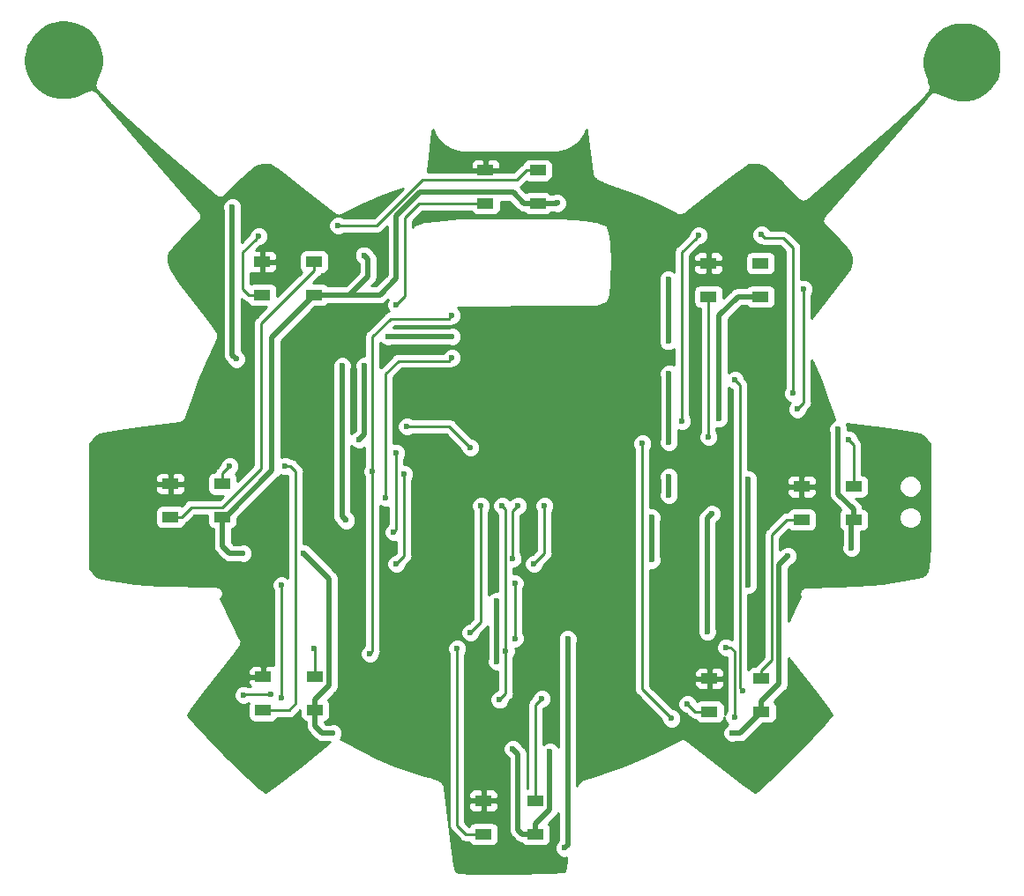
<source format=gbr>
G04 #@! TF.GenerationSoftware,KiCad,Pcbnew,5.0.0-rc2-dev-unknown-952aa7a~63~ubuntu16.04.1*
G04 #@! TF.CreationDate,2018-03-29T23:45:57+02:00*
G04 #@! TF.ProjectId,ripolab_pcb,7269706F6C61625F7063622E6B696361,rev?*
G04 #@! TF.SameCoordinates,Original*
G04 #@! TF.FileFunction,Copper,L1,Top,Signal*
G04 #@! TF.FilePolarity,Positive*
%FSLAX46Y46*%
G04 Gerber Fmt 4.6, Leading zero omitted, Abs format (unit mm)*
G04 Created by KiCad (PCBNEW 5.0.0-rc2-dev-unknown-952aa7a~63~ubuntu16.04.1) date Thu Mar 29 23:45:57 2018*
%MOMM*%
%LPD*%
G01*
G04 APERTURE LIST*
%ADD10R,1.600000X1.000000*%
%ADD11C,0.600000*%
%ADD12C,0.250000*%
%ADD13C,0.500000*%
%ADD14C,0.254000*%
G04 APERTURE END LIST*
D10*
X144700000Y-64780000D03*
X144700000Y-67980000D03*
X149700000Y-64780000D03*
X149700000Y-67980000D03*
X128250000Y-76780000D03*
X128250000Y-73580000D03*
X123250000Y-76780000D03*
X123250000Y-73580000D03*
X114450000Y-94920000D03*
X114450000Y-98120000D03*
X119450000Y-94920000D03*
X119450000Y-98120000D03*
X128350000Y-116680000D03*
X128350000Y-113480000D03*
X123350000Y-116680000D03*
X123350000Y-113480000D03*
X144500000Y-125380000D03*
X144500000Y-128580000D03*
X149500000Y-125380000D03*
X149500000Y-128580000D03*
X171200000Y-116830000D03*
X171200000Y-113630000D03*
X166200000Y-116830000D03*
X166200000Y-113630000D03*
X175050000Y-95180000D03*
X175050000Y-98380000D03*
X180050000Y-95180000D03*
X180050000Y-98380000D03*
X166100000Y-73730000D03*
X166100000Y-76930000D03*
X171100000Y-73730000D03*
X171100000Y-76930000D03*
D11*
X122936010Y-71120000D03*
X130556004Y-70104000D03*
X120396000Y-68326000D03*
X120777000Y-82931000D03*
X130937000Y-83566000D03*
X131318000Y-98425000D03*
X133032500Y-72961500D03*
X151574502Y-67945000D03*
X162242500Y-75311000D03*
X162242500Y-81216500D03*
X160654990Y-98171000D03*
X160655000Y-102235000D03*
X147320000Y-120396000D03*
X130048000Y-118872000D03*
X167132000Y-88646000D03*
X178562000Y-89662000D03*
X179832000Y-101092000D03*
X173736000Y-101854000D03*
X168402000Y-118872000D03*
X150876000Y-120650000D03*
X127254000Y-101599998D03*
X121412000Y-101600000D03*
X162306000Y-94234000D03*
X162306000Y-96012000D03*
X162306000Y-84328000D03*
X162306000Y-90932000D03*
X145796000Y-112014000D03*
X145796000Y-106172000D03*
X125120400Y-115519200D03*
X125120400Y-104648000D03*
X147320000Y-102108000D03*
X147828000Y-97028000D03*
X152400000Y-97028000D03*
X152400000Y-103632000D03*
X157924500Y-71882000D03*
X157353000Y-66738500D03*
X146685000Y-127254000D03*
X146304000Y-123761500D03*
X144272000Y-122999500D03*
X144653000Y-109283500D03*
X164846000Y-108013500D03*
X164338000Y-99314000D03*
X164338000Y-104648000D03*
X164338000Y-96139000D03*
X164338000Y-94234000D03*
X125476000Y-93218000D03*
X120142000Y-93218000D03*
X141986000Y-110744000D03*
X128270000Y-110744000D03*
X164084000Y-116078000D03*
X150114000Y-115570000D03*
X152273000Y-129921000D03*
X152590500Y-109855000D03*
X165989000Y-109156500D03*
X166433500Y-97790000D03*
X133604000Y-111252000D03*
X141478000Y-78740000D03*
X133858000Y-93726000D03*
X141478000Y-80772000D03*
X135382000Y-80772000D03*
X133096000Y-83566000D03*
X132588000Y-90678000D03*
X141478000Y-82804000D03*
X135128000Y-96266000D03*
X168656000Y-84963000D03*
X169418000Y-114808000D03*
X171196000Y-70993000D03*
X174244000Y-86233000D03*
X174625000Y-87757000D03*
X175260000Y-76200000D03*
X159766000Y-91059000D03*
X162560002Y-117475000D03*
X168579800Y-117322600D03*
X167767000Y-110642400D03*
X147548600Y-109778800D03*
X147548600Y-104495600D03*
X150368016Y-97028000D03*
X149352000Y-102616000D03*
X121462800Y-115214400D03*
X124053600Y-115189000D03*
X146050000Y-115671600D03*
X146646000Y-110998000D03*
X146304000Y-97028000D03*
X143256000Y-91440000D03*
X137160000Y-89408000D03*
X136144000Y-77724000D03*
X143256000Y-109220000D03*
X144272000Y-97028000D03*
X165163496Y-71056500D03*
X163576000Y-88900000D03*
X136144000Y-102616000D03*
X136906000Y-93980000D03*
X136144000Y-91948000D03*
X135890000Y-99568000D03*
X166116000Y-90424000D03*
X179578000Y-90678000D03*
X169926000Y-94488000D03*
X169926000Y-104648000D03*
D12*
X130556004Y-70104000D02*
X134283148Y-70104000D01*
X122636011Y-71419999D02*
X122936010Y-71120000D01*
X121992000Y-76780000D02*
X121412000Y-76200000D01*
X123250000Y-76780000D02*
X121992000Y-76780000D01*
X121412000Y-76200000D02*
X121412000Y-72644010D01*
X121412000Y-72644010D02*
X122636011Y-71419999D01*
X148650000Y-64780000D02*
X149700000Y-64780000D01*
X147724999Y-65705001D02*
X148650000Y-64780000D01*
X138682147Y-65705001D02*
X147724999Y-65705001D01*
X134283148Y-70104000D02*
X138682147Y-65705001D01*
D13*
X120477001Y-82631001D02*
X120396000Y-82550000D01*
X120396000Y-82550000D02*
X120396000Y-68326000D01*
X120777000Y-82931000D02*
X120477001Y-82631001D01*
X131318000Y-98425000D02*
X130937000Y-98044000D01*
X130937000Y-98044000D02*
X130937000Y-83566000D01*
X134548000Y-76780000D02*
X131635500Y-76780000D01*
X133413500Y-75002000D02*
X131635500Y-76780000D01*
X131635500Y-76780000D02*
X128250000Y-76780000D01*
X133413500Y-73342500D02*
X133413500Y-75002000D01*
X133032500Y-72961500D02*
X133413500Y-73342500D01*
X151539502Y-67980000D02*
X151574502Y-67945000D01*
X149700000Y-67980000D02*
X151539502Y-67980000D01*
X162242500Y-81216500D02*
X162242500Y-75311000D01*
X167132000Y-83312000D02*
X167132000Y-78740000D01*
X167132000Y-88646000D02*
X167132000Y-83312000D01*
X160655000Y-102235000D02*
X160655000Y-98171010D01*
X160655000Y-98171010D02*
X160654990Y-98171000D01*
X138411757Y-66929999D02*
X136144000Y-69197756D01*
X136144000Y-75184000D02*
X134548000Y-76780000D01*
X149700000Y-67980000D02*
X148400000Y-67980000D01*
X136144000Y-69197756D02*
X136144000Y-75184000D01*
X148400000Y-67980000D02*
X147349999Y-66929999D01*
X147349999Y-66929999D02*
X138411757Y-66929999D01*
X129032000Y-118872000D02*
X128350000Y-118190000D01*
X148200000Y-128580000D02*
X147828000Y-128208000D01*
X149500000Y-128580000D02*
X148200000Y-128580000D01*
X147828000Y-120904000D02*
X147320000Y-120396000D01*
X147828000Y-128208000D02*
X147828000Y-120904000D01*
X130048000Y-118872000D02*
X129032000Y-118872000D01*
X128350000Y-118190000D02*
X128350000Y-116680000D01*
X167132000Y-78740000D02*
X168942000Y-76930000D01*
X168942000Y-76930000D02*
X171100000Y-76930000D01*
X180050000Y-98380000D02*
X180050000Y-97380000D01*
X180050000Y-97380000D02*
X178562000Y-95892000D01*
X178562000Y-95892000D02*
X178562000Y-89662000D01*
X179832000Y-101092000D02*
X179832000Y-98598000D01*
X179832000Y-98598000D02*
X180050000Y-98380000D01*
X172887010Y-114142990D02*
X172887010Y-102702990D01*
X172887010Y-102702990D02*
X173736000Y-101854000D01*
X171200000Y-115830000D02*
X172887010Y-114142990D01*
X171200000Y-116830000D02*
X171200000Y-115830000D01*
X168402000Y-118872000D02*
X169158000Y-118872000D01*
X169158000Y-118872000D02*
X171200000Y-116830000D01*
X149500000Y-128580000D02*
X149500000Y-127580000D01*
X149500000Y-127580000D02*
X150876000Y-126204000D01*
X150876000Y-126204000D02*
X150876000Y-120650000D01*
X127553999Y-101899997D02*
X127254000Y-101599998D01*
X128350000Y-116680000D02*
X128350000Y-115680000D01*
X128350000Y-115680000D02*
X129700001Y-114329999D01*
X129700001Y-114329999D02*
X129700001Y-104045999D01*
X129700001Y-104045999D02*
X127553999Y-101899997D01*
X120142000Y-101600000D02*
X119450000Y-100908000D01*
X119450000Y-100908000D02*
X119450000Y-98120000D01*
X121412000Y-101600000D02*
X120142000Y-101600000D01*
X128250000Y-76780000D02*
X124206000Y-80824000D01*
X124206000Y-80824000D02*
X124206000Y-93664000D01*
X124206000Y-93664000D02*
X119750000Y-98120000D01*
X119750000Y-98120000D02*
X119450000Y-98120000D01*
X162306000Y-96012000D02*
X162306000Y-94234000D01*
X162306000Y-90932000D02*
X162306000Y-84328000D01*
X145796000Y-106172000D02*
X145796000Y-112014000D01*
D12*
X149500000Y-127830000D02*
X149500000Y-128580000D01*
X171200000Y-116830000D02*
X170900000Y-116830000D01*
X119380000Y-98190000D02*
X119450000Y-98120000D01*
X125120400Y-115519200D02*
X125120400Y-104648000D01*
X147828000Y-97028000D02*
X147320000Y-97536000D01*
X147320000Y-97536000D02*
X147320000Y-102108000D01*
D13*
X152400000Y-103632000D02*
X152400000Y-97028000D01*
X157353000Y-66738500D02*
X157924500Y-67310000D01*
X157924500Y-67310000D02*
X157924500Y-71882000D01*
X146685000Y-124142500D02*
X146685000Y-127254000D01*
X146304000Y-123761500D02*
X146685000Y-124142500D01*
X144653000Y-109283500D02*
X144272000Y-109664500D01*
X144272000Y-109664500D02*
X144272000Y-122999500D01*
X164637999Y-104947999D02*
X164846000Y-105156000D01*
X164846000Y-105156000D02*
X164846000Y-108013500D01*
X164338000Y-104648000D02*
X164637999Y-104947999D01*
X164338000Y-104648000D02*
X164719000Y-104267000D01*
X164719000Y-99695000D02*
X164338000Y-99314000D01*
X164719000Y-104267000D02*
X164719000Y-99695000D01*
X164338000Y-94234000D02*
X164338000Y-96139000D01*
D12*
X115500000Y-98120000D02*
X114450000Y-98120000D01*
X116425001Y-97194999D02*
X115500000Y-98120000D01*
X119467001Y-97194999D02*
X116425001Y-97194999D01*
X123190000Y-93472000D02*
X119467001Y-97194999D01*
X128250000Y-74442000D02*
X123190000Y-79502000D01*
X123190000Y-79502000D02*
X123190000Y-93472000D01*
X128250000Y-73580000D02*
X128250000Y-74442000D01*
X126492000Y-116027200D02*
X125839200Y-116680000D01*
X125984000Y-93218000D02*
X126492000Y-93726000D01*
X126492000Y-93726000D02*
X126492000Y-116027200D01*
X125476000Y-93218000D02*
X125984000Y-93218000D01*
X125839200Y-116680000D02*
X123350000Y-116680000D01*
X119450000Y-94920000D02*
X119450000Y-93910000D01*
X119450000Y-93910000D02*
X120142000Y-93218000D01*
X144500000Y-128580000D02*
X142804000Y-128580000D01*
X142804000Y-128580000D02*
X141986000Y-127762000D01*
X141986000Y-127762000D02*
X141986000Y-111168264D01*
X141986000Y-111168264D02*
X141986000Y-110744000D01*
X128350000Y-113480000D02*
X128350000Y-110824000D01*
X128350000Y-110824000D02*
X128270000Y-110744000D01*
X164846000Y-116840000D02*
X164856000Y-116830000D01*
X164856000Y-116830000D02*
X166200000Y-116830000D01*
X164084000Y-116078000D02*
X164846000Y-116840000D01*
X149500000Y-125380000D02*
X149500000Y-116184000D01*
X149500000Y-116184000D02*
X150114000Y-115570000D01*
X172212000Y-99822000D02*
X173654000Y-98380000D01*
X173654000Y-98380000D02*
X175050000Y-98380000D01*
X172212000Y-111868000D02*
X172212000Y-99822000D01*
X171200000Y-113630000D02*
X171200000Y-112880000D01*
X171200000Y-112880000D02*
X172212000Y-111868000D01*
D13*
X152590500Y-110279264D02*
X152590500Y-129603500D01*
X152590500Y-129603500D02*
X152273000Y-129921000D01*
X152590500Y-109855000D02*
X152590500Y-110279264D01*
X166433500Y-97790000D02*
X165989000Y-98234500D01*
X165989000Y-98234500D02*
X165989000Y-109156500D01*
D12*
X133858000Y-93726000D02*
X133858000Y-110998000D01*
X133858000Y-110998000D02*
X133604000Y-111252000D01*
X133858000Y-93726000D02*
X133858000Y-80772000D01*
X135590001Y-79039999D02*
X141178001Y-79039999D01*
X133858000Y-80772000D02*
X135590001Y-79039999D01*
X141178001Y-79039999D02*
X141478000Y-78740000D01*
D13*
X135382000Y-80772000D02*
X141478000Y-80772000D01*
X132588000Y-90678000D02*
X133096000Y-90170000D01*
X133096000Y-90170000D02*
X133096000Y-83566000D01*
D12*
X135128000Y-96266000D02*
X135128000Y-84328000D01*
X135128000Y-84328000D02*
X136352001Y-83103999D01*
X136352001Y-83103999D02*
X141178001Y-83103999D01*
X141178001Y-83103999D02*
X141478000Y-82804000D01*
X169418000Y-114808000D02*
X169118001Y-114508001D01*
X169118001Y-114508001D02*
X169118001Y-85425001D01*
X169118001Y-85425001D02*
X168656000Y-84963000D01*
X174244000Y-86233000D02*
X174244000Y-72263000D01*
X174244000Y-72263000D02*
X173273999Y-71292999D01*
X173273999Y-71292999D02*
X171495999Y-71292999D01*
X171495999Y-71292999D02*
X171196000Y-70993000D01*
X175260000Y-76200000D02*
X175260000Y-87122000D01*
X175260000Y-87122000D02*
X174924999Y-87457001D01*
X174924999Y-87457001D02*
X174625000Y-87757000D01*
X159766000Y-114680998D02*
X159766000Y-91483264D01*
X162560002Y-117475000D02*
X159766000Y-114680998D01*
X159766000Y-91483264D02*
X159766000Y-91059000D01*
X168224200Y-110642400D02*
X168579800Y-110998000D01*
X168579800Y-110998000D02*
X168579800Y-117322600D01*
X167767000Y-110642400D02*
X168224200Y-110642400D01*
X147548600Y-104495600D02*
X147548600Y-109778800D01*
X149651999Y-102316001D02*
X149352000Y-102616000D01*
X150368016Y-101599984D02*
X149651999Y-102316001D01*
X150368016Y-97028000D02*
X150368016Y-101599984D01*
X124053600Y-115189000D02*
X121488200Y-115189000D01*
X121488200Y-115189000D02*
X121462800Y-115214400D01*
X146646000Y-110998000D02*
X146646000Y-115075600D01*
X146646000Y-115075600D02*
X146050000Y-115671600D01*
X146603999Y-97327999D02*
X146304000Y-97028000D01*
X146646000Y-97370000D02*
X146603999Y-97327999D01*
X146646000Y-110998000D02*
X146646000Y-97370000D01*
X143256000Y-91440000D02*
X141224000Y-89408000D01*
X141224000Y-89408000D02*
X137160000Y-89408000D01*
X136144000Y-77724000D02*
X136961990Y-76906010D01*
X136961990Y-76906010D02*
X136961990Y-69334374D01*
X136961990Y-69334374D02*
X138316364Y-67980000D01*
X138316364Y-67980000D02*
X143650000Y-67980000D01*
X143650000Y-67980000D02*
X144700000Y-67980000D01*
X144272000Y-108204000D02*
X144272000Y-97452268D01*
X143256000Y-109220000D02*
X144272000Y-108204000D01*
X144272000Y-97452268D02*
X144272000Y-97028000D01*
X163576000Y-72643996D02*
X164863497Y-71356499D01*
X163576000Y-88900000D02*
X163576000Y-72643996D01*
X164863497Y-71356499D02*
X165163496Y-71056500D01*
X136906000Y-93980000D02*
X136906000Y-101854000D01*
X136906000Y-101854000D02*
X136443999Y-102316001D01*
X136443999Y-102316001D02*
X136144000Y-102616000D01*
X136144000Y-99314000D02*
X135890000Y-99568000D01*
X136144000Y-91948000D02*
X136144000Y-99314000D01*
X166116000Y-90424000D02*
X166116000Y-76946000D01*
X166116000Y-76946000D02*
X166100000Y-76930000D01*
X180050000Y-95180000D02*
X180050000Y-91150000D01*
X180050000Y-91150000D02*
X179578000Y-90678000D01*
D13*
X169926000Y-104648000D02*
X169926000Y-94488000D01*
D14*
G36*
X190713462Y-50766771D02*
X191122743Y-50816195D01*
X191523016Y-50913782D01*
X191909982Y-51059983D01*
X192279767Y-51255544D01*
X192628848Y-51501734D01*
X192958929Y-51805245D01*
X193520102Y-52447239D01*
X193672554Y-52678642D01*
X193777034Y-52900805D01*
X193849268Y-53148029D01*
X193896731Y-53455880D01*
X193932248Y-54422220D01*
X193914431Y-55146124D01*
X193853355Y-55603228D01*
X193739862Y-55932749D01*
X193531661Y-56296921D01*
X193087634Y-56867629D01*
X192587074Y-57316661D01*
X192034610Y-57653420D01*
X191439210Y-57878206D01*
X190808789Y-57989435D01*
X190151060Y-57983424D01*
X189474270Y-57854590D01*
X188761753Y-57586085D01*
X188131034Y-57286479D01*
X188027485Y-57230288D01*
X187940647Y-57221181D01*
X187855972Y-57199820D01*
X187806345Y-57207096D01*
X187756461Y-57201865D01*
X187672741Y-57226686D01*
X187586346Y-57239353D01*
X187543281Y-57265067D01*
X187495192Y-57279324D01*
X187427341Y-57334295D01*
X187352371Y-57379059D01*
X187282031Y-57473569D01*
X186735519Y-58130992D01*
X181693202Y-63979004D01*
X177271890Y-69083486D01*
X177237702Y-69105901D01*
X177183412Y-69185636D01*
X177165285Y-69206564D01*
X177145525Y-69241280D01*
X177084332Y-69331154D01*
X177078551Y-69358948D01*
X177064509Y-69383618D01*
X177050979Y-69491502D01*
X177028837Y-69597953D01*
X177034132Y-69625841D01*
X177030599Y-69654009D01*
X177059386Y-69758861D01*
X177079666Y-69865679D01*
X177095231Y-69889420D01*
X177102747Y-69916795D01*
X177169462Y-70002643D01*
X177191367Y-70036053D01*
X177210776Y-70055804D01*
X177269966Y-70131968D01*
X177305494Y-70152190D01*
X178509429Y-71377330D01*
X179287117Y-72255478D01*
X179520346Y-72594643D01*
X179677585Y-72896415D01*
X179767126Y-73162235D01*
X179804463Y-73414038D01*
X179796510Y-73681359D01*
X179752220Y-73921512D01*
X179591689Y-74217314D01*
X179088250Y-74961088D01*
X177446085Y-77158012D01*
X176020000Y-79020236D01*
X176020000Y-76762290D01*
X176052655Y-76729635D01*
X176195000Y-76385983D01*
X176195000Y-76014017D01*
X176052655Y-75670365D01*
X175789635Y-75407345D01*
X175445983Y-75265000D01*
X175074017Y-75265000D01*
X175004000Y-75294002D01*
X175004000Y-72337848D01*
X175018888Y-72263000D01*
X175004000Y-72188152D01*
X175004000Y-72188148D01*
X174959904Y-71966463D01*
X174791929Y-71715071D01*
X174728473Y-71672671D01*
X173864330Y-70808529D01*
X173821928Y-70745070D01*
X173570536Y-70577095D01*
X173348851Y-70532999D01*
X173348846Y-70532999D01*
X173273999Y-70518111D01*
X173199152Y-70532999D01*
X172017498Y-70532999D01*
X171988655Y-70463365D01*
X171725635Y-70200345D01*
X171381983Y-70058000D01*
X171010017Y-70058000D01*
X170666365Y-70200345D01*
X170403345Y-70463365D01*
X170261000Y-70807017D01*
X170261000Y-71178983D01*
X170403345Y-71522635D01*
X170666365Y-71785655D01*
X171010017Y-71928000D01*
X171078382Y-71928000D01*
X171078520Y-71928092D01*
X171199461Y-72008903D01*
X171247604Y-72018479D01*
X171421147Y-72052999D01*
X171421151Y-72052999D01*
X171495999Y-72067887D01*
X171570847Y-72052999D01*
X172959198Y-72052999D01*
X173484001Y-72577803D01*
X173484000Y-85670710D01*
X173451345Y-85703365D01*
X173309000Y-86047017D01*
X173309000Y-86418983D01*
X173451345Y-86762635D01*
X173714365Y-87025655D01*
X173940420Y-87119290D01*
X173832345Y-87227365D01*
X173690000Y-87571017D01*
X173690000Y-87942983D01*
X173832345Y-88286635D01*
X174095365Y-88549655D01*
X174439017Y-88692000D01*
X174810983Y-88692000D01*
X175154635Y-88549655D01*
X175417655Y-88286635D01*
X175560000Y-87942983D01*
X175560000Y-87896801D01*
X175744470Y-87712331D01*
X175807929Y-87669929D01*
X175975904Y-87418537D01*
X176020000Y-87196852D01*
X176020000Y-87196847D01*
X176034888Y-87122000D01*
X176020000Y-87047153D01*
X176020000Y-83089921D01*
X176044345Y-83143459D01*
X176881571Y-85080927D01*
X177546073Y-86858432D01*
X178105690Y-88507055D01*
X178108680Y-88552911D01*
X178149104Y-88634954D01*
X178156397Y-88656438D01*
X178178867Y-88695358D01*
X178225232Y-88789457D01*
X178032365Y-88869345D01*
X177769345Y-89132365D01*
X177627000Y-89476017D01*
X177627000Y-89847983D01*
X177677001Y-89968696D01*
X177677000Y-95804839D01*
X177659663Y-95892000D01*
X177677000Y-95979161D01*
X177677000Y-95979164D01*
X177728348Y-96237309D01*
X177923951Y-96530049D01*
X177997847Y-96579425D01*
X178821217Y-97402796D01*
X178792191Y-97422191D01*
X178651843Y-97632235D01*
X178602560Y-97880000D01*
X178602560Y-98880000D01*
X178651843Y-99127765D01*
X178792191Y-99337809D01*
X178947001Y-99441250D01*
X178947000Y-100785306D01*
X178897000Y-100906017D01*
X178897000Y-101277983D01*
X179039345Y-101621635D01*
X179302365Y-101884655D01*
X179646017Y-102027000D01*
X180017983Y-102027000D01*
X180361635Y-101884655D01*
X180624655Y-101621635D01*
X180767000Y-101277983D01*
X180767000Y-100906017D01*
X180717000Y-100785306D01*
X180717000Y-99527440D01*
X180850000Y-99527440D01*
X181097765Y-99478157D01*
X181307809Y-99337809D01*
X181448157Y-99127765D01*
X181497440Y-98880000D01*
X181497440Y-97964180D01*
X184395000Y-97964180D01*
X184395000Y-98395820D01*
X184560182Y-98794603D01*
X184865397Y-99099818D01*
X185264180Y-99265000D01*
X185695820Y-99265000D01*
X186094603Y-99099818D01*
X186399818Y-98794603D01*
X186565000Y-98395820D01*
X186565000Y-97964180D01*
X186399818Y-97565397D01*
X186094603Y-97260182D01*
X185695820Y-97095000D01*
X185264180Y-97095000D01*
X184865397Y-97260182D01*
X184560182Y-97565397D01*
X184395000Y-97964180D01*
X181497440Y-97964180D01*
X181497440Y-97880000D01*
X181448157Y-97632235D01*
X181307809Y-97422191D01*
X181097765Y-97281843D01*
X180926018Y-97247681D01*
X180883652Y-97034690D01*
X180783984Y-96885527D01*
X180737424Y-96815845D01*
X180737423Y-96815844D01*
X180688049Y-96741951D01*
X180614156Y-96692577D01*
X180249019Y-96327440D01*
X180850000Y-96327440D01*
X181097765Y-96278157D01*
X181307809Y-96137809D01*
X181448157Y-95927765D01*
X181497440Y-95680000D01*
X181497440Y-94964180D01*
X184395000Y-94964180D01*
X184395000Y-95395820D01*
X184560182Y-95794603D01*
X184865397Y-96099818D01*
X185264180Y-96265000D01*
X185695820Y-96265000D01*
X186094603Y-96099818D01*
X186399818Y-95794603D01*
X186565000Y-95395820D01*
X186565000Y-94964180D01*
X186399818Y-94565397D01*
X186094603Y-94260182D01*
X185695820Y-94095000D01*
X185264180Y-94095000D01*
X184865397Y-94260182D01*
X184560182Y-94565397D01*
X184395000Y-94964180D01*
X181497440Y-94964180D01*
X181497440Y-94680000D01*
X181448157Y-94432235D01*
X181307809Y-94222191D01*
X181097765Y-94081843D01*
X180850000Y-94032560D01*
X180810000Y-94032560D01*
X180810000Y-91224848D01*
X180824888Y-91150000D01*
X180810000Y-91075152D01*
X180810000Y-91075148D01*
X180765904Y-90853463D01*
X180765904Y-90853462D01*
X180690148Y-90740086D01*
X180597929Y-90602071D01*
X180534470Y-90559669D01*
X180513000Y-90538199D01*
X180513000Y-90492017D01*
X180370655Y-90148365D01*
X180107635Y-89885345D01*
X179763983Y-89743000D01*
X179497000Y-89743000D01*
X179497000Y-89476017D01*
X179357442Y-89139094D01*
X182035853Y-89492633D01*
X182037192Y-89493082D01*
X182102636Y-89501448D01*
X182168212Y-89510104D01*
X182169624Y-89510012D01*
X184568132Y-89816632D01*
X185997151Y-90085667D01*
X186386786Y-90211276D01*
X186641923Y-90338470D01*
X186827448Y-90480016D01*
X187022541Y-90687191D01*
X187361533Y-91090408D01*
X187361532Y-96906439D01*
X187337375Y-100818459D01*
X187288481Y-102033564D01*
X187202571Y-102843406D01*
X187087537Y-103298176D01*
X186973685Y-103497676D01*
X186819788Y-103628670D01*
X186547352Y-103772646D01*
X186122958Y-103898677D01*
X185245894Y-104076935D01*
X182734331Y-104454481D01*
X181586049Y-104584465D01*
X180264786Y-104682841D01*
X178370709Y-104754002D01*
X175541907Y-104800963D01*
X175444737Y-104791600D01*
X175341858Y-104823045D01*
X175236714Y-104845780D01*
X175212406Y-104862612D01*
X175184129Y-104871255D01*
X175101116Y-104939676D01*
X175012674Y-105000918D01*
X174996657Y-105025773D01*
X174973841Y-105044578D01*
X174923330Y-105139559D01*
X174865058Y-105229984D01*
X174859772Y-105259074D01*
X174845889Y-105285180D01*
X174835571Y-105392258D01*
X174816338Y-105498101D01*
X174822587Y-105527001D01*
X174819751Y-105556432D01*
X174851196Y-105659311D01*
X174873931Y-105764455D01*
X174881787Y-105775800D01*
X174750760Y-106100252D01*
X173983816Y-107680103D01*
X173772010Y-108098007D01*
X173772010Y-103069568D01*
X174144923Y-102696655D01*
X174265635Y-102646655D01*
X174528655Y-102383635D01*
X174671000Y-102039983D01*
X174671000Y-101668017D01*
X174528655Y-101324365D01*
X174265635Y-101061345D01*
X173921983Y-100919000D01*
X173550017Y-100919000D01*
X173206365Y-101061345D01*
X172972000Y-101295710D01*
X172972000Y-100136801D01*
X173783700Y-99325102D01*
X173792191Y-99337809D01*
X174002235Y-99478157D01*
X174250000Y-99527440D01*
X175850000Y-99527440D01*
X176097765Y-99478157D01*
X176307809Y-99337809D01*
X176448157Y-99127765D01*
X176497440Y-98880000D01*
X176497440Y-97880000D01*
X176448157Y-97632235D01*
X176307809Y-97422191D01*
X176097765Y-97281843D01*
X175850000Y-97232560D01*
X174250000Y-97232560D01*
X174002235Y-97281843D01*
X173792191Y-97422191D01*
X173668093Y-97607915D01*
X173654000Y-97605112D01*
X173579153Y-97620000D01*
X173579148Y-97620000D01*
X173357463Y-97664096D01*
X173106071Y-97832071D01*
X173063671Y-97895527D01*
X171727528Y-99231671D01*
X171664072Y-99274071D01*
X171621672Y-99337527D01*
X171621671Y-99337528D01*
X171496097Y-99525463D01*
X171437112Y-99822000D01*
X171452001Y-99896852D01*
X171452000Y-111553198D01*
X170715528Y-112289671D01*
X170652072Y-112332071D01*
X170609672Y-112395527D01*
X170609671Y-112395528D01*
X170551518Y-112482560D01*
X170400000Y-112482560D01*
X170152235Y-112531843D01*
X169942191Y-112672191D01*
X169878001Y-112768257D01*
X169878001Y-105583000D01*
X170111983Y-105583000D01*
X170455635Y-105440655D01*
X170718655Y-105177635D01*
X170861000Y-104833983D01*
X170861000Y-104462017D01*
X170811000Y-104341306D01*
X170811000Y-95465750D01*
X173615000Y-95465750D01*
X173615000Y-95806310D01*
X173711673Y-96039699D01*
X173890302Y-96218327D01*
X174123691Y-96315000D01*
X174764250Y-96315000D01*
X174923000Y-96156250D01*
X174923000Y-95307000D01*
X175177000Y-95307000D01*
X175177000Y-96156250D01*
X175335750Y-96315000D01*
X175976309Y-96315000D01*
X176209698Y-96218327D01*
X176388327Y-96039699D01*
X176485000Y-95806310D01*
X176485000Y-95465750D01*
X176326250Y-95307000D01*
X175177000Y-95307000D01*
X174923000Y-95307000D01*
X173773750Y-95307000D01*
X173615000Y-95465750D01*
X170811000Y-95465750D01*
X170811000Y-94794694D01*
X170861000Y-94673983D01*
X170861000Y-94553690D01*
X173615000Y-94553690D01*
X173615000Y-94894250D01*
X173773750Y-95053000D01*
X174923000Y-95053000D01*
X174923000Y-94203750D01*
X175177000Y-94203750D01*
X175177000Y-95053000D01*
X176326250Y-95053000D01*
X176485000Y-94894250D01*
X176485000Y-94553690D01*
X176388327Y-94320301D01*
X176209698Y-94141673D01*
X175976309Y-94045000D01*
X175335750Y-94045000D01*
X175177000Y-94203750D01*
X174923000Y-94203750D01*
X174764250Y-94045000D01*
X174123691Y-94045000D01*
X173890302Y-94141673D01*
X173711673Y-94320301D01*
X173615000Y-94553690D01*
X170861000Y-94553690D01*
X170861000Y-94302017D01*
X170718655Y-93958365D01*
X170455635Y-93695345D01*
X170111983Y-93553000D01*
X169878001Y-93553000D01*
X169878001Y-85499847D01*
X169892889Y-85425000D01*
X169878001Y-85350153D01*
X169878001Y-85350149D01*
X169833905Y-85128464D01*
X169665930Y-84877072D01*
X169602471Y-84834670D01*
X169591000Y-84823199D01*
X169591000Y-84777017D01*
X169448655Y-84433365D01*
X169185635Y-84170345D01*
X168841983Y-84028000D01*
X168470017Y-84028000D01*
X168126365Y-84170345D01*
X168017000Y-84279710D01*
X168017000Y-79106578D01*
X169308579Y-77815000D01*
X169793541Y-77815000D01*
X169842191Y-77887809D01*
X170052235Y-78028157D01*
X170300000Y-78077440D01*
X171900000Y-78077440D01*
X172147765Y-78028157D01*
X172357809Y-77887809D01*
X172498157Y-77677765D01*
X172547440Y-77430000D01*
X172547440Y-76430000D01*
X172498157Y-76182235D01*
X172357809Y-75972191D01*
X172147765Y-75831843D01*
X171900000Y-75782560D01*
X170300000Y-75782560D01*
X170052235Y-75831843D01*
X169842191Y-75972191D01*
X169793541Y-76045000D01*
X169029161Y-76045000D01*
X168942000Y-76027663D01*
X168854839Y-76045000D01*
X168854835Y-76045000D01*
X168596690Y-76096348D01*
X168377845Y-76242576D01*
X168377844Y-76242577D01*
X168303951Y-76291951D01*
X168254577Y-76365844D01*
X167547440Y-77072981D01*
X167547440Y-76430000D01*
X167498157Y-76182235D01*
X167357809Y-75972191D01*
X167147765Y-75831843D01*
X166900000Y-75782560D01*
X165300000Y-75782560D01*
X165052235Y-75831843D01*
X164842191Y-75972191D01*
X164701843Y-76182235D01*
X164652560Y-76430000D01*
X164652560Y-77430000D01*
X164701843Y-77677765D01*
X164842191Y-77887809D01*
X165052235Y-78028157D01*
X165300000Y-78077440D01*
X165356001Y-78077440D01*
X165356000Y-89861710D01*
X165323345Y-89894365D01*
X165181000Y-90238017D01*
X165181000Y-90609983D01*
X165323345Y-90953635D01*
X165586365Y-91216655D01*
X165930017Y-91359000D01*
X166301983Y-91359000D01*
X166645635Y-91216655D01*
X166908655Y-90953635D01*
X167051000Y-90609983D01*
X167051000Y-90238017D01*
X166908655Y-89894365D01*
X166876000Y-89861710D01*
X166876000Y-89551998D01*
X166946017Y-89581000D01*
X167317983Y-89581000D01*
X167661635Y-89438655D01*
X167924655Y-89175635D01*
X168067000Y-88831983D01*
X168067000Y-88460017D01*
X168017000Y-88339306D01*
X168017000Y-85646290D01*
X168126365Y-85755655D01*
X168358002Y-85851602D01*
X168358001Y-109894126D01*
X168336798Y-109889908D01*
X168296635Y-109849745D01*
X167952983Y-109707400D01*
X167581017Y-109707400D01*
X167237365Y-109849745D01*
X166974345Y-110112765D01*
X166832000Y-110456417D01*
X166832000Y-110828383D01*
X166974345Y-111172035D01*
X167237365Y-111435055D01*
X167581017Y-111577400D01*
X167819800Y-111577400D01*
X167819801Y-116760309D01*
X167787145Y-116792965D01*
X167647440Y-117130243D01*
X167647440Y-116330000D01*
X167598157Y-116082235D01*
X167457809Y-115872191D01*
X167247765Y-115731843D01*
X167000000Y-115682560D01*
X165400000Y-115682560D01*
X165152235Y-115731843D01*
X164995918Y-115836292D01*
X164876655Y-115548365D01*
X164613635Y-115285345D01*
X164269983Y-115143000D01*
X163898017Y-115143000D01*
X163554365Y-115285345D01*
X163291345Y-115548365D01*
X163149000Y-115892017D01*
X163149000Y-116263983D01*
X163291345Y-116607635D01*
X163554365Y-116870655D01*
X163898017Y-117013000D01*
X163944198Y-117013000D01*
X164255672Y-117324473D01*
X164298071Y-117387929D01*
X164361526Y-117430328D01*
X164361527Y-117430329D01*
X164549462Y-117555904D01*
X164823682Y-117610449D01*
X164942191Y-117787809D01*
X165152235Y-117928157D01*
X165400000Y-117977440D01*
X167000000Y-117977440D01*
X167247765Y-117928157D01*
X167457809Y-117787809D01*
X167598157Y-117577765D01*
X167644800Y-117343272D01*
X167644800Y-117508583D01*
X167787145Y-117852235D01*
X167972696Y-118037786D01*
X167872365Y-118079345D01*
X167609345Y-118342365D01*
X167467000Y-118686017D01*
X167467000Y-119057983D01*
X167609345Y-119401635D01*
X167872365Y-119664655D01*
X168216017Y-119807000D01*
X168587983Y-119807000D01*
X168708694Y-119757000D01*
X169070839Y-119757000D01*
X169158000Y-119774337D01*
X169245161Y-119757000D01*
X169245165Y-119757000D01*
X169503310Y-119705652D01*
X169796049Y-119510049D01*
X169845425Y-119436153D01*
X171304139Y-117977440D01*
X172000000Y-117977440D01*
X172247765Y-117928157D01*
X172457809Y-117787809D01*
X172598157Y-117577765D01*
X172647440Y-117330000D01*
X172647440Y-116330000D01*
X172598157Y-116082235D01*
X172457809Y-115872191D01*
X172428782Y-115852796D01*
X173451166Y-114830413D01*
X173525059Y-114781039D01*
X173606360Y-114659365D01*
X173700598Y-114518327D01*
X173720662Y-114488300D01*
X173772010Y-114230155D01*
X173772010Y-114230151D01*
X173789347Y-114142991D01*
X173772010Y-114055831D01*
X173772010Y-111658462D01*
X173773774Y-111660020D01*
X176323071Y-114917877D01*
X177583686Y-116625842D01*
X177920408Y-117161089D01*
X177888450Y-117206594D01*
X177164484Y-118049314D01*
X175940612Y-119344268D01*
X174241632Y-121061655D01*
X172031995Y-123245509D01*
X170823469Y-124365092D01*
X170542731Y-124577584D01*
X169461112Y-123799753D01*
X167139385Y-122005039D01*
X164096688Y-119606374D01*
X164063033Y-119563511D01*
X163990685Y-119522808D01*
X163979509Y-119513998D01*
X163931971Y-119489776D01*
X163825530Y-119429893D01*
X163811015Y-119428146D01*
X163797989Y-119421509D01*
X163676221Y-119411925D01*
X163554972Y-119397334D01*
X163540896Y-119401274D01*
X163526320Y-119400127D01*
X163410164Y-119437869D01*
X163358788Y-119452250D01*
X163346095Y-119458686D01*
X163267148Y-119484338D01*
X163225710Y-119519729D01*
X160966078Y-120665514D01*
X159894047Y-121174735D01*
X158674064Y-121699534D01*
X157457697Y-122177567D01*
X156392514Y-122548079D01*
X154771461Y-123080171D01*
X154754932Y-123082998D01*
X154707460Y-123101179D01*
X154659192Y-123117022D01*
X154644595Y-123125254D01*
X153922612Y-123401756D01*
X153800525Y-123445923D01*
X153744967Y-123496634D01*
X153681319Y-123536724D01*
X153645298Y-123587609D01*
X153599253Y-123629637D01*
X153567332Y-123697747D01*
X153523868Y-123759145D01*
X153495111Y-123885778D01*
X153475500Y-123965252D01*
X153475500Y-110161694D01*
X153525500Y-110040983D01*
X153525500Y-109669017D01*
X153383155Y-109325365D01*
X153120135Y-109062345D01*
X152776483Y-108920000D01*
X152404517Y-108920000D01*
X152060865Y-109062345D01*
X151797845Y-109325365D01*
X151655500Y-109669017D01*
X151655500Y-110040983D01*
X151705500Y-110161694D01*
X151705500Y-110192100D01*
X151705501Y-120209318D01*
X151668655Y-120120365D01*
X151405635Y-119857345D01*
X151061983Y-119715000D01*
X150690017Y-119715000D01*
X150346365Y-119857345D01*
X150260000Y-119943710D01*
X150260000Y-116505000D01*
X150299983Y-116505000D01*
X150643635Y-116362655D01*
X150906655Y-116099635D01*
X151049000Y-115755983D01*
X151049000Y-115384017D01*
X150906655Y-115040365D01*
X150643635Y-114777345D01*
X150299983Y-114635000D01*
X149928017Y-114635000D01*
X149584365Y-114777345D01*
X149321345Y-115040365D01*
X149179000Y-115384017D01*
X149179000Y-115430199D01*
X149015528Y-115593671D01*
X148952072Y-115636071D01*
X148909672Y-115699527D01*
X148909671Y-115699528D01*
X148832023Y-115815737D01*
X148784097Y-115887463D01*
X148741413Y-116102052D01*
X148725112Y-116184000D01*
X148740001Y-116258852D01*
X148740000Y-124232560D01*
X148713000Y-124232560D01*
X148713000Y-120991159D01*
X148730337Y-120903999D01*
X148713000Y-120816839D01*
X148713000Y-120816835D01*
X148661652Y-120558690D01*
X148466049Y-120265951D01*
X148392153Y-120216575D01*
X148162656Y-119987078D01*
X148112655Y-119866365D01*
X147849635Y-119603345D01*
X147505983Y-119461000D01*
X147134017Y-119461000D01*
X146790365Y-119603345D01*
X146527345Y-119866365D01*
X146385000Y-120210017D01*
X146385000Y-120581983D01*
X146527345Y-120925635D01*
X146790365Y-121188655D01*
X146911078Y-121238656D01*
X146943001Y-121270579D01*
X146943000Y-128120839D01*
X146925663Y-128208000D01*
X146943000Y-128295161D01*
X146943000Y-128295164D01*
X146994348Y-128553309D01*
X147189951Y-128846049D01*
X147263847Y-128895425D01*
X147512575Y-129144153D01*
X147561951Y-129218049D01*
X147854690Y-129413652D01*
X148112835Y-129465000D01*
X148112839Y-129465000D01*
X148199999Y-129482337D01*
X148204524Y-129481437D01*
X148242191Y-129537809D01*
X148452235Y-129678157D01*
X148700000Y-129727440D01*
X150300000Y-129727440D01*
X150547765Y-129678157D01*
X150757809Y-129537809D01*
X150898157Y-129327765D01*
X150947440Y-129080000D01*
X150947440Y-128080000D01*
X150898157Y-127832235D01*
X150757809Y-127622191D01*
X150728782Y-127602796D01*
X151440156Y-126891423D01*
X151514049Y-126842049D01*
X151623890Y-126677662D01*
X151705501Y-126555523D01*
X151705501Y-129166209D01*
X151480345Y-129391365D01*
X151338000Y-129735017D01*
X151338000Y-130106983D01*
X151480345Y-130450635D01*
X151743365Y-130713655D01*
X152087017Y-130856000D01*
X152458983Y-130856000D01*
X152472838Y-130850261D01*
X152421305Y-131215930D01*
X152248569Y-132146138D01*
X152240120Y-132174542D01*
X152148479Y-132188697D01*
X150911112Y-132278761D01*
X147161125Y-132359974D01*
X143374258Y-132298445D01*
X142088239Y-132214631D01*
X141847272Y-132181260D01*
X141699334Y-131584491D01*
X141497810Y-130320182D01*
X141240900Y-128328574D01*
X140755066Y-124166412D01*
X140756201Y-124162217D01*
X140739301Y-124031357D01*
X140731952Y-123968396D01*
X140730650Y-123964366D01*
X140721298Y-123891953D01*
X140689159Y-123835968D01*
X140669309Y-123774541D01*
X140621977Y-123718941D01*
X140619870Y-123715271D01*
X140578237Y-123667561D01*
X140541474Y-123624376D01*
X140510640Y-123569718D01*
X140454446Y-123525701D01*
X140452738Y-123523743D01*
X140401363Y-123484120D01*
X140350260Y-123444090D01*
X140347940Y-123442917D01*
X140291418Y-123399324D01*
X140227532Y-123382037D01*
X140084742Y-123309840D01*
X140033519Y-123282184D01*
X140024631Y-123279447D01*
X140016334Y-123275252D01*
X139960270Y-123259628D01*
X139326522Y-123064479D01*
X139321797Y-123062021D01*
X139262097Y-123044640D01*
X139202666Y-123026340D01*
X139197367Y-123025796D01*
X137802170Y-122619612D01*
X136062717Y-121982807D01*
X134263556Y-121222363D01*
X132650126Y-120434953D01*
X130878329Y-119489326D01*
X130830613Y-119448775D01*
X130802555Y-119439735D01*
X130840655Y-119401635D01*
X130983000Y-119057983D01*
X130983000Y-118686017D01*
X130840655Y-118342365D01*
X130577635Y-118079345D01*
X130233983Y-117937000D01*
X129862017Y-117937000D01*
X129741306Y-117987000D01*
X129398579Y-117987000D01*
X129235000Y-117823422D01*
X129235000Y-117810533D01*
X129397765Y-117778157D01*
X129607809Y-117637809D01*
X129748157Y-117427765D01*
X129797440Y-117180000D01*
X129797440Y-116180000D01*
X129748157Y-115932235D01*
X129607809Y-115722191D01*
X129578782Y-115702796D01*
X130264157Y-115017422D01*
X130338050Y-114968048D01*
X130447305Y-114804538D01*
X130533653Y-114675309D01*
X130545649Y-114615000D01*
X130585001Y-114417164D01*
X130585001Y-114417160D01*
X130602338Y-114329999D01*
X130585001Y-114242838D01*
X130585001Y-104133158D01*
X130602338Y-104045998D01*
X130585001Y-103958838D01*
X130585001Y-103958834D01*
X130533653Y-103700689D01*
X130451402Y-103577593D01*
X130387425Y-103481844D01*
X130387424Y-103481843D01*
X130338050Y-103407950D01*
X130264157Y-103358576D01*
X128118153Y-101212573D01*
X128096656Y-101191076D01*
X128046655Y-101070363D01*
X127783635Y-100807343D01*
X127439983Y-100664998D01*
X127252000Y-100664998D01*
X127252000Y-93800846D01*
X127266888Y-93725999D01*
X127252000Y-93651152D01*
X127252000Y-93651148D01*
X127207904Y-93429463D01*
X127162874Y-93362071D01*
X127082329Y-93241526D01*
X127082327Y-93241524D01*
X127039929Y-93178071D01*
X126976475Y-93135673D01*
X126574330Y-92733529D01*
X126531929Y-92670071D01*
X126280537Y-92502096D01*
X126058852Y-92458000D01*
X126058847Y-92458000D01*
X126033186Y-92452896D01*
X126005635Y-92425345D01*
X125661983Y-92283000D01*
X125290017Y-92283000D01*
X125091000Y-92365435D01*
X125091000Y-81190578D01*
X128354139Y-77927440D01*
X129050000Y-77927440D01*
X129297765Y-77878157D01*
X129507809Y-77737809D01*
X129556459Y-77665000D01*
X131548339Y-77665000D01*
X131635500Y-77682337D01*
X131722661Y-77665000D01*
X134460839Y-77665000D01*
X134548000Y-77682337D01*
X134635161Y-77665000D01*
X134635165Y-77665000D01*
X134893310Y-77613652D01*
X135186049Y-77418049D01*
X135235425Y-77344153D01*
X135327397Y-77252181D01*
X135209000Y-77538017D01*
X135209000Y-77909983D01*
X135351345Y-78253635D01*
X135400512Y-78302802D01*
X135293464Y-78324095D01*
X135293462Y-78324096D01*
X135293463Y-78324096D01*
X135105527Y-78449670D01*
X135105525Y-78449672D01*
X135042072Y-78492070D01*
X134999674Y-78555523D01*
X133373528Y-80181671D01*
X133310072Y-80224071D01*
X133267672Y-80287527D01*
X133267671Y-80287528D01*
X133142097Y-80475463D01*
X133083112Y-80772000D01*
X133098001Y-80846852D01*
X133098001Y-82631000D01*
X132910017Y-82631000D01*
X132566365Y-82773345D01*
X132303345Y-83036365D01*
X132161000Y-83380017D01*
X132161000Y-83751983D01*
X132211001Y-83872696D01*
X132211000Y-89803422D01*
X132179078Y-89835344D01*
X132058365Y-89885345D01*
X131822000Y-90121710D01*
X131822000Y-83872694D01*
X131872000Y-83751983D01*
X131872000Y-83380017D01*
X131729655Y-83036365D01*
X131466635Y-82773345D01*
X131122983Y-82631000D01*
X130751017Y-82631000D01*
X130407365Y-82773345D01*
X130144345Y-83036365D01*
X130002000Y-83380017D01*
X130002000Y-83751983D01*
X130052001Y-83872696D01*
X130052000Y-97956839D01*
X130034663Y-98044000D01*
X130052000Y-98131161D01*
X130052000Y-98131164D01*
X130103348Y-98389309D01*
X130298951Y-98682049D01*
X130372847Y-98731425D01*
X130475344Y-98833922D01*
X130525345Y-98954635D01*
X130788365Y-99217655D01*
X131132017Y-99360000D01*
X131503983Y-99360000D01*
X131847635Y-99217655D01*
X132110655Y-98954635D01*
X132253000Y-98610983D01*
X132253000Y-98239017D01*
X132110655Y-97895365D01*
X131847635Y-97632345D01*
X131822000Y-97621727D01*
X131822000Y-91234290D01*
X132058365Y-91470655D01*
X132402017Y-91613000D01*
X132773983Y-91613000D01*
X133098000Y-91478788D01*
X133098000Y-93163710D01*
X133065345Y-93196365D01*
X132923000Y-93540017D01*
X132923000Y-93911983D01*
X133065345Y-94255635D01*
X133098000Y-94288290D01*
X133098001Y-110449555D01*
X133074365Y-110459345D01*
X132811345Y-110722365D01*
X132669000Y-111066017D01*
X132669000Y-111437983D01*
X132811345Y-111781635D01*
X133074365Y-112044655D01*
X133418017Y-112187000D01*
X133789983Y-112187000D01*
X134133635Y-112044655D01*
X134396655Y-111781635D01*
X134539000Y-111437983D01*
X134539000Y-111346774D01*
X134573904Y-111294537D01*
X134618000Y-111072852D01*
X134618000Y-111072848D01*
X134632888Y-110998001D01*
X134618000Y-110923154D01*
X134618000Y-110558017D01*
X141051000Y-110558017D01*
X141051000Y-110929983D01*
X141193345Y-111273635D01*
X141226001Y-111306291D01*
X141226000Y-127687153D01*
X141211112Y-127762000D01*
X141226000Y-127836847D01*
X141226000Y-127836851D01*
X141270096Y-128058536D01*
X141438071Y-128309929D01*
X141501530Y-128352331D01*
X142213671Y-129064473D01*
X142256071Y-129127929D01*
X142319527Y-129170329D01*
X142507462Y-129295904D01*
X142555605Y-129305480D01*
X142729148Y-129340000D01*
X142729152Y-129340000D01*
X142804000Y-129354888D01*
X142878848Y-129340000D01*
X143110018Y-129340000D01*
X143242191Y-129537809D01*
X143452235Y-129678157D01*
X143700000Y-129727440D01*
X145300000Y-129727440D01*
X145547765Y-129678157D01*
X145757809Y-129537809D01*
X145898157Y-129327765D01*
X145947440Y-129080000D01*
X145947440Y-128080000D01*
X145898157Y-127832235D01*
X145757809Y-127622191D01*
X145547765Y-127481843D01*
X145300000Y-127432560D01*
X143700000Y-127432560D01*
X143452235Y-127481843D01*
X143242191Y-127622191D01*
X143113536Y-127814735D01*
X142746000Y-127447199D01*
X142746000Y-125665750D01*
X143065000Y-125665750D01*
X143065000Y-126006310D01*
X143161673Y-126239699D01*
X143340302Y-126418327D01*
X143573691Y-126515000D01*
X144214250Y-126515000D01*
X144373000Y-126356250D01*
X144373000Y-125507000D01*
X144627000Y-125507000D01*
X144627000Y-126356250D01*
X144785750Y-126515000D01*
X145426309Y-126515000D01*
X145659698Y-126418327D01*
X145838327Y-126239699D01*
X145935000Y-126006310D01*
X145935000Y-125665750D01*
X145776250Y-125507000D01*
X144627000Y-125507000D01*
X144373000Y-125507000D01*
X143223750Y-125507000D01*
X143065000Y-125665750D01*
X142746000Y-125665750D01*
X142746000Y-124753690D01*
X143065000Y-124753690D01*
X143065000Y-125094250D01*
X143223750Y-125253000D01*
X144373000Y-125253000D01*
X144373000Y-124403750D01*
X144627000Y-124403750D01*
X144627000Y-125253000D01*
X145776250Y-125253000D01*
X145935000Y-125094250D01*
X145935000Y-124753690D01*
X145838327Y-124520301D01*
X145659698Y-124341673D01*
X145426309Y-124245000D01*
X144785750Y-124245000D01*
X144627000Y-124403750D01*
X144373000Y-124403750D01*
X144214250Y-124245000D01*
X143573691Y-124245000D01*
X143340302Y-124341673D01*
X143161673Y-124520301D01*
X143065000Y-124753690D01*
X142746000Y-124753690D01*
X142746000Y-111306290D01*
X142778655Y-111273635D01*
X142921000Y-110929983D01*
X142921000Y-110558017D01*
X142778655Y-110214365D01*
X142515635Y-109951345D01*
X142171983Y-109809000D01*
X141800017Y-109809000D01*
X141456365Y-109951345D01*
X141193345Y-110214365D01*
X141051000Y-110558017D01*
X134618000Y-110558017D01*
X134618000Y-109034017D01*
X142321000Y-109034017D01*
X142321000Y-109405983D01*
X142463345Y-109749635D01*
X142726365Y-110012655D01*
X143070017Y-110155000D01*
X143441983Y-110155000D01*
X143785635Y-110012655D01*
X144048655Y-109749635D01*
X144191000Y-109405983D01*
X144191000Y-109359801D01*
X144756473Y-108794329D01*
X144819929Y-108751929D01*
X144911000Y-108615631D01*
X144911001Y-111707304D01*
X144861000Y-111828017D01*
X144861000Y-112199983D01*
X145003345Y-112543635D01*
X145266365Y-112806655D01*
X145610017Y-112949000D01*
X145886000Y-112949000D01*
X145886001Y-114736600D01*
X145864017Y-114736600D01*
X145520365Y-114878945D01*
X145257345Y-115141965D01*
X145115000Y-115485617D01*
X145115000Y-115857583D01*
X145257345Y-116201235D01*
X145520365Y-116464255D01*
X145864017Y-116606600D01*
X146235983Y-116606600D01*
X146579635Y-116464255D01*
X146842655Y-116201235D01*
X146985000Y-115857583D01*
X146985000Y-115811402D01*
X147130473Y-115665929D01*
X147193929Y-115623529D01*
X147361904Y-115372137D01*
X147406000Y-115150452D01*
X147406000Y-115150448D01*
X147420888Y-115075601D01*
X147406000Y-115000754D01*
X147406000Y-111560290D01*
X147438655Y-111527635D01*
X147581000Y-111183983D01*
X147581000Y-110812017D01*
X147540317Y-110713800D01*
X147734583Y-110713800D01*
X148078235Y-110571455D01*
X148341255Y-110308435D01*
X148483600Y-109964783D01*
X148483600Y-109592817D01*
X148341255Y-109249165D01*
X148308600Y-109216510D01*
X148308600Y-105057890D01*
X148341255Y-105025235D01*
X148483600Y-104681583D01*
X148483600Y-104309617D01*
X148341255Y-103965965D01*
X148078235Y-103702945D01*
X147734583Y-103560600D01*
X147406000Y-103560600D01*
X147406000Y-103043000D01*
X147505983Y-103043000D01*
X147849635Y-102900655D01*
X148112655Y-102637635D01*
X148198652Y-102430017D01*
X148417000Y-102430017D01*
X148417000Y-102801983D01*
X148559345Y-103145635D01*
X148822365Y-103408655D01*
X149166017Y-103551000D01*
X149537983Y-103551000D01*
X149881635Y-103408655D01*
X150144655Y-103145635D01*
X150287000Y-102801983D01*
X150287000Y-102755801D01*
X150852489Y-102190313D01*
X150915945Y-102147913D01*
X151083920Y-101896521D01*
X151128016Y-101674836D01*
X151128016Y-101674831D01*
X151142904Y-101599984D01*
X151128016Y-101525137D01*
X151128016Y-97590290D01*
X151160671Y-97557635D01*
X151303016Y-97213983D01*
X151303016Y-96842017D01*
X151160671Y-96498365D01*
X150897651Y-96235345D01*
X150553999Y-96093000D01*
X150182033Y-96093000D01*
X149838381Y-96235345D01*
X149575361Y-96498365D01*
X149433016Y-96842017D01*
X149433016Y-97213983D01*
X149575361Y-97557635D01*
X149608016Y-97590290D01*
X149608017Y-101285181D01*
X149212199Y-101681000D01*
X149166017Y-101681000D01*
X148822365Y-101823345D01*
X148559345Y-102086365D01*
X148417000Y-102430017D01*
X148198652Y-102430017D01*
X148255000Y-102293983D01*
X148255000Y-101922017D01*
X148112655Y-101578365D01*
X148080000Y-101545710D01*
X148080000Y-97935655D01*
X148357635Y-97820655D01*
X148620655Y-97557635D01*
X148763000Y-97213983D01*
X148763000Y-96842017D01*
X148620655Y-96498365D01*
X148357635Y-96235345D01*
X148013983Y-96093000D01*
X147642017Y-96093000D01*
X147298365Y-96235345D01*
X147066000Y-96467710D01*
X146833635Y-96235345D01*
X146489983Y-96093000D01*
X146118017Y-96093000D01*
X145774365Y-96235345D01*
X145511345Y-96498365D01*
X145369000Y-96842017D01*
X145369000Y-97213983D01*
X145511345Y-97557635D01*
X145774365Y-97820655D01*
X145886001Y-97866896D01*
X145886000Y-105237000D01*
X145610017Y-105237000D01*
X145266365Y-105379345D01*
X145032000Y-105613710D01*
X145032000Y-97590290D01*
X145064655Y-97557635D01*
X145207000Y-97213983D01*
X145207000Y-96842017D01*
X145064655Y-96498365D01*
X144801635Y-96235345D01*
X144457983Y-96093000D01*
X144086017Y-96093000D01*
X143742365Y-96235345D01*
X143479345Y-96498365D01*
X143337000Y-96842017D01*
X143337000Y-97213983D01*
X143479345Y-97557635D01*
X143512001Y-97590291D01*
X143512000Y-107889198D01*
X143116199Y-108285000D01*
X143070017Y-108285000D01*
X142726365Y-108427345D01*
X142463345Y-108690365D01*
X142321000Y-109034017D01*
X134618000Y-109034017D01*
X134618000Y-97066788D01*
X134942017Y-97201000D01*
X135313983Y-97201000D01*
X135384001Y-97171998D01*
X135384001Y-98765555D01*
X135360365Y-98775345D01*
X135097345Y-99038365D01*
X134955000Y-99382017D01*
X134955000Y-99753983D01*
X135097345Y-100097635D01*
X135360365Y-100360655D01*
X135704017Y-100503000D01*
X136075983Y-100503000D01*
X136146001Y-100473998D01*
X136146001Y-101539198D01*
X136004199Y-101681000D01*
X135958017Y-101681000D01*
X135614365Y-101823345D01*
X135351345Y-102086365D01*
X135209000Y-102430017D01*
X135209000Y-102801983D01*
X135351345Y-103145635D01*
X135614365Y-103408655D01*
X135958017Y-103551000D01*
X136329983Y-103551000D01*
X136673635Y-103408655D01*
X136936655Y-103145635D01*
X137079000Y-102801983D01*
X137079000Y-102755801D01*
X137390470Y-102444331D01*
X137453929Y-102401929D01*
X137621904Y-102150537D01*
X137666000Y-101928852D01*
X137666000Y-101928848D01*
X137680888Y-101854001D01*
X137666000Y-101779154D01*
X137666000Y-94542290D01*
X137698655Y-94509635D01*
X137841000Y-94165983D01*
X137841000Y-93794017D01*
X137698655Y-93450365D01*
X137435635Y-93187345D01*
X137091983Y-93045000D01*
X136904000Y-93045000D01*
X136904000Y-92510290D01*
X136936655Y-92477635D01*
X137079000Y-92133983D01*
X137079000Y-91762017D01*
X136936655Y-91418365D01*
X136673635Y-91155345D01*
X136329983Y-91013000D01*
X135958017Y-91013000D01*
X135888000Y-91042002D01*
X135888000Y-89222017D01*
X136225000Y-89222017D01*
X136225000Y-89593983D01*
X136367345Y-89937635D01*
X136630365Y-90200655D01*
X136974017Y-90343000D01*
X137345983Y-90343000D01*
X137689635Y-90200655D01*
X137722290Y-90168000D01*
X140909199Y-90168000D01*
X142321000Y-91579802D01*
X142321000Y-91625983D01*
X142463345Y-91969635D01*
X142726365Y-92232655D01*
X143070017Y-92375000D01*
X143441983Y-92375000D01*
X143785635Y-92232655D01*
X144048655Y-91969635D01*
X144191000Y-91625983D01*
X144191000Y-91254017D01*
X144048655Y-90910365D01*
X144011307Y-90873017D01*
X158831000Y-90873017D01*
X158831000Y-91244983D01*
X158973345Y-91588635D01*
X159006001Y-91621291D01*
X159006000Y-114606151D01*
X158991112Y-114680998D01*
X159006000Y-114755845D01*
X159006000Y-114755849D01*
X159050096Y-114977534D01*
X159218071Y-115228927D01*
X159281530Y-115271329D01*
X161625002Y-117614802D01*
X161625002Y-117660983D01*
X161767347Y-118004635D01*
X162030367Y-118267655D01*
X162374019Y-118410000D01*
X162745985Y-118410000D01*
X163089637Y-118267655D01*
X163352657Y-118004635D01*
X163495002Y-117660983D01*
X163495002Y-117289017D01*
X163352657Y-116945365D01*
X163089637Y-116682345D01*
X162745985Y-116540000D01*
X162699804Y-116540000D01*
X160526000Y-114366197D01*
X160526000Y-113915750D01*
X164765000Y-113915750D01*
X164765000Y-114256310D01*
X164861673Y-114489699D01*
X165040302Y-114668327D01*
X165273691Y-114765000D01*
X165914250Y-114765000D01*
X166073000Y-114606250D01*
X166073000Y-113757000D01*
X166327000Y-113757000D01*
X166327000Y-114606250D01*
X166485750Y-114765000D01*
X167126309Y-114765000D01*
X167359698Y-114668327D01*
X167538327Y-114489699D01*
X167635000Y-114256310D01*
X167635000Y-113915750D01*
X167476250Y-113757000D01*
X166327000Y-113757000D01*
X166073000Y-113757000D01*
X164923750Y-113757000D01*
X164765000Y-113915750D01*
X160526000Y-113915750D01*
X160526000Y-113003690D01*
X164765000Y-113003690D01*
X164765000Y-113344250D01*
X164923750Y-113503000D01*
X166073000Y-113503000D01*
X166073000Y-112653750D01*
X166327000Y-112653750D01*
X166327000Y-113503000D01*
X167476250Y-113503000D01*
X167635000Y-113344250D01*
X167635000Y-113003690D01*
X167538327Y-112770301D01*
X167359698Y-112591673D01*
X167126309Y-112495000D01*
X166485750Y-112495000D01*
X166327000Y-112653750D01*
X166073000Y-112653750D01*
X165914250Y-112495000D01*
X165273691Y-112495000D01*
X165040302Y-112591673D01*
X164861673Y-112770301D01*
X164765000Y-113003690D01*
X160526000Y-113003690D01*
X160526000Y-108970517D01*
X165054000Y-108970517D01*
X165054000Y-109342483D01*
X165196345Y-109686135D01*
X165459365Y-109949155D01*
X165803017Y-110091500D01*
X166174983Y-110091500D01*
X166518635Y-109949155D01*
X166781655Y-109686135D01*
X166924000Y-109342483D01*
X166924000Y-108970517D01*
X166874000Y-108849806D01*
X166874000Y-98619576D01*
X166963135Y-98582655D01*
X167226155Y-98319635D01*
X167368500Y-97975983D01*
X167368500Y-97604017D01*
X167226155Y-97260365D01*
X166963135Y-96997345D01*
X166619483Y-96855000D01*
X166247517Y-96855000D01*
X165903865Y-96997345D01*
X165640845Y-97260365D01*
X165590844Y-97381078D01*
X165424847Y-97547075D01*
X165350951Y-97596451D01*
X165155348Y-97889191D01*
X165104000Y-98147336D01*
X165104000Y-98147339D01*
X165086663Y-98234500D01*
X165104000Y-98321661D01*
X165104001Y-108849804D01*
X165054000Y-108970517D01*
X160526000Y-108970517D01*
X160526000Y-103170000D01*
X160840983Y-103170000D01*
X161184635Y-103027655D01*
X161447655Y-102764635D01*
X161590000Y-102420983D01*
X161590000Y-102049017D01*
X161540000Y-101928306D01*
X161540000Y-98477670D01*
X161589990Y-98356983D01*
X161589990Y-97985017D01*
X161447645Y-97641365D01*
X161184625Y-97378345D01*
X160840973Y-97236000D01*
X160526000Y-97236000D01*
X160526000Y-94048017D01*
X161371000Y-94048017D01*
X161371000Y-94419983D01*
X161421001Y-94540696D01*
X161421000Y-95705306D01*
X161371000Y-95826017D01*
X161371000Y-96197983D01*
X161513345Y-96541635D01*
X161776365Y-96804655D01*
X162120017Y-96947000D01*
X162491983Y-96947000D01*
X162835635Y-96804655D01*
X163098655Y-96541635D01*
X163241000Y-96197983D01*
X163241000Y-95826017D01*
X163191000Y-95705306D01*
X163191000Y-94540694D01*
X163241000Y-94419983D01*
X163241000Y-94048017D01*
X163098655Y-93704365D01*
X162835635Y-93441345D01*
X162491983Y-93299000D01*
X162120017Y-93299000D01*
X161776365Y-93441345D01*
X161513345Y-93704365D01*
X161371000Y-94048017D01*
X160526000Y-94048017D01*
X160526000Y-91621290D01*
X160558655Y-91588635D01*
X160701000Y-91244983D01*
X160701000Y-90873017D01*
X160558655Y-90529365D01*
X160295635Y-90266345D01*
X159951983Y-90124000D01*
X159580017Y-90124000D01*
X159236365Y-90266345D01*
X158973345Y-90529365D01*
X158831000Y-90873017D01*
X144011307Y-90873017D01*
X143785635Y-90647345D01*
X143441983Y-90505000D01*
X143395802Y-90505000D01*
X141814331Y-88923530D01*
X141771929Y-88860071D01*
X141520537Y-88692096D01*
X141298852Y-88648000D01*
X141298847Y-88648000D01*
X141224000Y-88633112D01*
X141149153Y-88648000D01*
X137722290Y-88648000D01*
X137689635Y-88615345D01*
X137345983Y-88473000D01*
X136974017Y-88473000D01*
X136630365Y-88615345D01*
X136367345Y-88878365D01*
X136225000Y-89222017D01*
X135888000Y-89222017D01*
X135888000Y-84642801D01*
X136666803Y-83863999D01*
X141103154Y-83863999D01*
X141178001Y-83878887D01*
X141252848Y-83863999D01*
X141252853Y-83863999D01*
X141474538Y-83819903D01*
X141595618Y-83739000D01*
X141663983Y-83739000D01*
X142007635Y-83596655D01*
X142270655Y-83333635D01*
X142413000Y-82989983D01*
X142413000Y-82618017D01*
X142270655Y-82274365D01*
X142007635Y-82011345D01*
X141663983Y-81869000D01*
X141292017Y-81869000D01*
X140948365Y-82011345D01*
X140685345Y-82274365D01*
X140656502Y-82343999D01*
X136426849Y-82343999D01*
X136352001Y-82329111D01*
X136277153Y-82343999D01*
X136277149Y-82343999D01*
X136103606Y-82378519D01*
X136055463Y-82388095D01*
X135920391Y-82478348D01*
X135804072Y-82556070D01*
X135761672Y-82619526D01*
X134643528Y-83737671D01*
X134618000Y-83754728D01*
X134618000Y-81330290D01*
X134852365Y-81564655D01*
X135196017Y-81707000D01*
X135567983Y-81707000D01*
X135688694Y-81657000D01*
X141171306Y-81657000D01*
X141292017Y-81707000D01*
X141663983Y-81707000D01*
X142007635Y-81564655D01*
X142270655Y-81301635D01*
X142413000Y-80957983D01*
X142413000Y-80586017D01*
X142270655Y-80242365D01*
X142007635Y-79979345D01*
X141663983Y-79837000D01*
X141292017Y-79837000D01*
X141171306Y-79887000D01*
X135817803Y-79887000D01*
X135904804Y-79799999D01*
X141103154Y-79799999D01*
X141178001Y-79814887D01*
X141252848Y-79799999D01*
X141252853Y-79799999D01*
X141474538Y-79755903D01*
X141595618Y-79675000D01*
X141663983Y-79675000D01*
X142007635Y-79532655D01*
X142270655Y-79269635D01*
X142413000Y-78925983D01*
X142413000Y-78554017D01*
X142270655Y-78210365D01*
X142012710Y-77952420D01*
X142179265Y-77946234D01*
X151955602Y-77882752D01*
X154209213Y-77892274D01*
X155336338Y-77897037D01*
X155378148Y-77890144D01*
X156251273Y-77590106D01*
X156295354Y-77564041D01*
X156324845Y-77524219D01*
X156674095Y-76784444D01*
X156685725Y-76741758D01*
X156780975Y-75697183D01*
X156781438Y-75689629D01*
X156799137Y-75125017D01*
X161307500Y-75125017D01*
X161307500Y-75496983D01*
X161357501Y-75617696D01*
X161357500Y-80909806D01*
X161307500Y-81030517D01*
X161307500Y-81402483D01*
X161449845Y-81746135D01*
X161712865Y-82009155D01*
X162056517Y-82151500D01*
X162428483Y-82151500D01*
X162772135Y-82009155D01*
X162816000Y-81965290D01*
X162816000Y-83527212D01*
X162491983Y-83393000D01*
X162120017Y-83393000D01*
X161776365Y-83535345D01*
X161513345Y-83798365D01*
X161371000Y-84142017D01*
X161371000Y-84513983D01*
X161421001Y-84634696D01*
X161421000Y-90625306D01*
X161371000Y-90746017D01*
X161371000Y-91117983D01*
X161513345Y-91461635D01*
X161776365Y-91724655D01*
X162120017Y-91867000D01*
X162491983Y-91867000D01*
X162835635Y-91724655D01*
X163098655Y-91461635D01*
X163241000Y-91117983D01*
X163241000Y-90746017D01*
X163191000Y-90625306D01*
X163191000Y-89752565D01*
X163390017Y-89835000D01*
X163761983Y-89835000D01*
X164105635Y-89692655D01*
X164368655Y-89429635D01*
X164511000Y-89085983D01*
X164511000Y-88714017D01*
X164368655Y-88370365D01*
X164336000Y-88337710D01*
X164336000Y-74015750D01*
X164665000Y-74015750D01*
X164665000Y-74356310D01*
X164761673Y-74589699D01*
X164940302Y-74768327D01*
X165173691Y-74865000D01*
X165814250Y-74865000D01*
X165973000Y-74706250D01*
X165973000Y-73857000D01*
X166227000Y-73857000D01*
X166227000Y-74706250D01*
X166385750Y-74865000D01*
X167026309Y-74865000D01*
X167259698Y-74768327D01*
X167438327Y-74589699D01*
X167535000Y-74356310D01*
X167535000Y-74015750D01*
X167376250Y-73857000D01*
X166227000Y-73857000D01*
X165973000Y-73857000D01*
X164823750Y-73857000D01*
X164665000Y-74015750D01*
X164336000Y-74015750D01*
X164336000Y-73103690D01*
X164665000Y-73103690D01*
X164665000Y-73444250D01*
X164823750Y-73603000D01*
X165973000Y-73603000D01*
X165973000Y-72753750D01*
X166227000Y-72753750D01*
X166227000Y-73603000D01*
X167376250Y-73603000D01*
X167535000Y-73444250D01*
X167535000Y-73230000D01*
X169652560Y-73230000D01*
X169652560Y-74230000D01*
X169701843Y-74477765D01*
X169842191Y-74687809D01*
X170052235Y-74828157D01*
X170300000Y-74877440D01*
X171900000Y-74877440D01*
X172147765Y-74828157D01*
X172357809Y-74687809D01*
X172498157Y-74477765D01*
X172547440Y-74230000D01*
X172547440Y-73230000D01*
X172498157Y-72982235D01*
X172357809Y-72772191D01*
X172147765Y-72631843D01*
X171900000Y-72582560D01*
X170300000Y-72582560D01*
X170052235Y-72631843D01*
X169842191Y-72772191D01*
X169701843Y-72982235D01*
X169652560Y-73230000D01*
X167535000Y-73230000D01*
X167535000Y-73103690D01*
X167438327Y-72870301D01*
X167259698Y-72691673D01*
X167026309Y-72595000D01*
X166385750Y-72595000D01*
X166227000Y-72753750D01*
X165973000Y-72753750D01*
X165814250Y-72595000D01*
X165173691Y-72595000D01*
X164940302Y-72691673D01*
X164761673Y-72870301D01*
X164665000Y-73103690D01*
X164336000Y-73103690D01*
X164336000Y-72958797D01*
X165303298Y-71991500D01*
X165349479Y-71991500D01*
X165693131Y-71849155D01*
X165956151Y-71586135D01*
X166098496Y-71242483D01*
X166098496Y-70870517D01*
X165956151Y-70526865D01*
X165693131Y-70263845D01*
X165349479Y-70121500D01*
X164977513Y-70121500D01*
X164633861Y-70263845D01*
X164370841Y-70526865D01*
X164228496Y-70870517D01*
X164228496Y-70916698D01*
X163091528Y-72053667D01*
X163028072Y-72096067D01*
X162985672Y-72159523D01*
X162985671Y-72159524D01*
X162860097Y-72347459D01*
X162801112Y-72643996D01*
X162816001Y-72718848D01*
X162816001Y-74562211D01*
X162772135Y-74518345D01*
X162428483Y-74376000D01*
X162056517Y-74376000D01*
X161712865Y-74518345D01*
X161449845Y-74781365D01*
X161307500Y-75125017D01*
X156799137Y-75125017D01*
X156844938Y-73663979D01*
X156844865Y-73654138D01*
X156755965Y-71730088D01*
X156754432Y-71715433D01*
X156608382Y-70823258D01*
X156602193Y-70799799D01*
X156329143Y-70060024D01*
X156290958Y-70006149D01*
X156247349Y-69982616D01*
X155298024Y-69690516D01*
X155277022Y-69685956D01*
X154200697Y-69546256D01*
X154195881Y-69545725D01*
X151967031Y-69342525D01*
X151955500Y-69342000D01*
X142176500Y-69342000D01*
X142163542Y-69342663D01*
X139934692Y-69571263D01*
X139932939Y-69571455D01*
X138866260Y-69695849D01*
X138845141Y-69700153D01*
X137886170Y-69982159D01*
X137828967Y-70017548D01*
X137802965Y-70059731D01*
X137721990Y-70277464D01*
X137721990Y-69649175D01*
X138631166Y-68740000D01*
X143310018Y-68740000D01*
X143442191Y-68937809D01*
X143652235Y-69078157D01*
X143900000Y-69127440D01*
X145500000Y-69127440D01*
X145747765Y-69078157D01*
X145957809Y-68937809D01*
X146098157Y-68727765D01*
X146147440Y-68480000D01*
X146147440Y-67814999D01*
X146983421Y-67814999D01*
X147712577Y-68544156D01*
X147761951Y-68618049D01*
X147835844Y-68667423D01*
X147835845Y-68667424D01*
X147957115Y-68748454D01*
X148054690Y-68813652D01*
X148312835Y-68865000D01*
X148312839Y-68865000D01*
X148400000Y-68882337D01*
X148404524Y-68881437D01*
X148442191Y-68937809D01*
X148652235Y-69078157D01*
X148900000Y-69127440D01*
X150500000Y-69127440D01*
X150747765Y-69078157D01*
X150957809Y-68937809D01*
X151006459Y-68865000D01*
X151352306Y-68865000D01*
X151388519Y-68880000D01*
X151527753Y-68880000D01*
X151539502Y-68882337D01*
X151551251Y-68880000D01*
X151760485Y-68880000D01*
X152104137Y-68737655D01*
X152367157Y-68474635D01*
X152509502Y-68130983D01*
X152509502Y-67759017D01*
X152367157Y-67415365D01*
X152104137Y-67152345D01*
X151760485Y-67010000D01*
X151388519Y-67010000D01*
X151183310Y-67095000D01*
X151006459Y-67095000D01*
X150957809Y-67022191D01*
X150747765Y-66881843D01*
X150500000Y-66832560D01*
X148900000Y-66832560D01*
X148652235Y-66881843D01*
X148593001Y-66921422D01*
X148064066Y-66392488D01*
X148272928Y-66252930D01*
X148315330Y-66189471D01*
X148636895Y-65867907D01*
X148652235Y-65878157D01*
X148900000Y-65927440D01*
X150500000Y-65927440D01*
X150747765Y-65878157D01*
X150957809Y-65737809D01*
X151098157Y-65527765D01*
X151147440Y-65280000D01*
X151147440Y-64280000D01*
X151098157Y-64032235D01*
X150957809Y-63822191D01*
X150747765Y-63681843D01*
X150500000Y-63632560D01*
X148900000Y-63632560D01*
X148652235Y-63681843D01*
X148442191Y-63822191D01*
X148301843Y-64032235D01*
X148286622Y-64108758D01*
X148102071Y-64232071D01*
X148059671Y-64295527D01*
X147410198Y-64945001D01*
X146014251Y-64945001D01*
X145976250Y-64907000D01*
X144827000Y-64907000D01*
X144827000Y-64927000D01*
X144573000Y-64927000D01*
X144573000Y-64907000D01*
X143423750Y-64907000D01*
X143385749Y-64945001D01*
X139160500Y-64945001D01*
X139167205Y-64889895D01*
X139166893Y-64888774D01*
X139253890Y-64153690D01*
X143265000Y-64153690D01*
X143265000Y-64494250D01*
X143423750Y-64653000D01*
X144573000Y-64653000D01*
X144573000Y-63803750D01*
X144827000Y-63803750D01*
X144827000Y-64653000D01*
X145976250Y-64653000D01*
X146135000Y-64494250D01*
X146135000Y-64153690D01*
X146038327Y-63920301D01*
X145859698Y-63741673D01*
X145626309Y-63645000D01*
X144985750Y-63645000D01*
X144827000Y-63803750D01*
X144573000Y-63803750D01*
X144414250Y-63645000D01*
X143773691Y-63645000D01*
X143540302Y-63741673D01*
X143361673Y-63920301D01*
X143265000Y-64153690D01*
X139253890Y-64153690D01*
X139620097Y-61059415D01*
X139642863Y-60887502D01*
X139645285Y-60892327D01*
X139647680Y-60899454D01*
X139649796Y-60906380D01*
X139651184Y-60915245D01*
X139659098Y-60936817D01*
X139665869Y-60958972D01*
X139670150Y-60966942D01*
X139672645Y-60973743D01*
X139674874Y-60980374D01*
X139676501Y-60989188D01*
X139685064Y-61010697D01*
X139692495Y-61032808D01*
X139696986Y-61040642D01*
X139699569Y-61047130D01*
X139701902Y-61053489D01*
X139703762Y-61062230D01*
X139712957Y-61083622D01*
X139721051Y-61105683D01*
X139725749Y-61113381D01*
X139728411Y-61119574D01*
X139730839Y-61125672D01*
X139732927Y-61134335D01*
X139742762Y-61155618D01*
X139751512Y-61177597D01*
X139756404Y-61185142D01*
X139759154Y-61191092D01*
X139761652Y-61196905D01*
X139763963Y-61205481D01*
X139774431Y-61226632D01*
X139783833Y-61248506D01*
X139788910Y-61255890D01*
X139791711Y-61261551D01*
X139794304Y-61267161D01*
X139796830Y-61275636D01*
X139807916Y-61296620D01*
X139817968Y-61318373D01*
X139823223Y-61325592D01*
X139826098Y-61331034D01*
X139828754Y-61336402D01*
X139831492Y-61344775D01*
X139843200Y-61365592D01*
X139853885Y-61387182D01*
X139859304Y-61394223D01*
X139862246Y-61399455D01*
X139864967Y-61404605D01*
X139867906Y-61412859D01*
X139880219Y-61433474D01*
X139891540Y-61454902D01*
X139897117Y-61461765D01*
X139900111Y-61466778D01*
X139902907Y-61471749D01*
X139906046Y-61479890D01*
X139918964Y-61500298D01*
X139930897Y-61521514D01*
X139936620Y-61528190D01*
X139939670Y-61533009D01*
X139942540Y-61537814D01*
X139945864Y-61545816D01*
X139959349Y-61565956D01*
X139971908Y-61586982D01*
X139977778Y-61593479D01*
X139980887Y-61598121D01*
X139983823Y-61602759D01*
X139987330Y-61610631D01*
X140001400Y-61630528D01*
X140014554Y-61651308D01*
X140020549Y-61657607D01*
X140023714Y-61662082D01*
X140026719Y-61666570D01*
X140030402Y-61674304D01*
X140045034Y-61693923D01*
X140058777Y-61714448D01*
X140064896Y-61720555D01*
X140068120Y-61724878D01*
X140071197Y-61729229D01*
X140075048Y-61736819D01*
X140090230Y-61756144D01*
X140104551Y-61776396D01*
X140110784Y-61782307D01*
X140114076Y-61786498D01*
X140117221Y-61790715D01*
X140121236Y-61798162D01*
X140136963Y-61817186D01*
X140151832Y-61837123D01*
X140158164Y-61842831D01*
X140161538Y-61846912D01*
X140164759Y-61851013D01*
X140168927Y-61858306D01*
X140185166Y-61876989D01*
X140200589Y-61896621D01*
X140207021Y-61902133D01*
X140210449Y-61906077D01*
X140213776Y-61910101D01*
X140218088Y-61917235D01*
X140234821Y-61935559D01*
X140250790Y-61954875D01*
X140257317Y-61960192D01*
X140260810Y-61964017D01*
X140264238Y-61967961D01*
X140268696Y-61974946D01*
X140285929Y-61992917D01*
X140302394Y-62011860D01*
X140308998Y-62016974D01*
X140312604Y-62020734D01*
X140316106Y-62024569D01*
X140320696Y-62031391D01*
X140338393Y-62048975D01*
X140355370Y-62067565D01*
X140362053Y-62072483D01*
X140365745Y-62076151D01*
X140369359Y-62079919D01*
X140374086Y-62086593D01*
X140392266Y-62103808D01*
X140409695Y-62121983D01*
X140416437Y-62126695D01*
X140420241Y-62130297D01*
X140423961Y-62133993D01*
X140428805Y-62140497D01*
X140447395Y-62157277D01*
X140465312Y-62175079D01*
X140472127Y-62179601D01*
X140476030Y-62183124D01*
X140479878Y-62186768D01*
X140484841Y-62193111D01*
X140503864Y-62209480D01*
X140522225Y-62226866D01*
X140529093Y-62231189D01*
X140533093Y-62234631D01*
X140537088Y-62238237D01*
X140542165Y-62244420D01*
X140561588Y-62260352D01*
X140580368Y-62277303D01*
X140587287Y-62281431D01*
X140591436Y-62284834D01*
X140595549Y-62288374D01*
X140600732Y-62294392D01*
X140620538Y-62309876D01*
X140639731Y-62326391D01*
X140646696Y-62330326D01*
X140650982Y-62333676D01*
X140655250Y-62337177D01*
X140660543Y-62343041D01*
X140680735Y-62358081D01*
X140700287Y-62374118D01*
X140707286Y-62377856D01*
X140711722Y-62381161D01*
X140716159Y-62384630D01*
X140721542Y-62390322D01*
X140742042Y-62404865D01*
X140761990Y-62420459D01*
X140769036Y-62424013D01*
X140773630Y-62427272D01*
X140778225Y-62430695D01*
X140783704Y-62436227D01*
X140804558Y-62450308D01*
X140824844Y-62465418D01*
X140831913Y-62468779D01*
X140836673Y-62471994D01*
X140841450Y-62475382D01*
X140847015Y-62480749D01*
X140868166Y-62494333D01*
X140888790Y-62508964D01*
X140895889Y-62512140D01*
X140900794Y-62515290D01*
X140905789Y-62518663D01*
X140911441Y-62523869D01*
X140932878Y-62536954D01*
X140953804Y-62551084D01*
X140960927Y-62554075D01*
X140966048Y-62557201D01*
X140971228Y-62560528D01*
X140976962Y-62565573D01*
X140998668Y-62578152D01*
X141019877Y-62591774D01*
X141027018Y-62594581D01*
X141032344Y-62597668D01*
X141037719Y-62600949D01*
X141043524Y-62605827D01*
X141065477Y-62617892D01*
X141086971Y-62631012D01*
X141094127Y-62633638D01*
X141099660Y-62636679D01*
X141105257Y-62639922D01*
X141111145Y-62644647D01*
X141133365Y-62656211D01*
X141155067Y-62668788D01*
X141162222Y-62671230D01*
X141167978Y-62674225D01*
X141173819Y-62677436D01*
X141179769Y-62681993D01*
X141202156Y-62693009D01*
X141224112Y-62705076D01*
X141231287Y-62707344D01*
X141237275Y-62710291D01*
X141243366Y-62713461D01*
X141249383Y-62717858D01*
X141271971Y-62728348D01*
X141294127Y-62739879D01*
X141301302Y-62741970D01*
X141307527Y-62744861D01*
X141313869Y-62747981D01*
X141319941Y-62752213D01*
X141342684Y-62762161D01*
X141365051Y-62773167D01*
X141372231Y-62775084D01*
X141378703Y-62777915D01*
X141385313Y-62780985D01*
X141391446Y-62785058D01*
X141414357Y-62794473D01*
X141436876Y-62804931D01*
X141444047Y-62806674D01*
X141450768Y-62809436D01*
X141457678Y-62812458D01*
X141463866Y-62816371D01*
X141486890Y-62825235D01*
X141509551Y-62835147D01*
X141516720Y-62836720D01*
X141523729Y-62839418D01*
X141530926Y-62842376D01*
X141537159Y-62846125D01*
X141560280Y-62854438D01*
X141583085Y-62863810D01*
X141590248Y-62865214D01*
X141597554Y-62867841D01*
X141605027Y-62870718D01*
X141611312Y-62874310D01*
X141634553Y-62882086D01*
X141657445Y-62890899D01*
X141664585Y-62892133D01*
X141672192Y-62894678D01*
X141679975Y-62897477D01*
X141686310Y-62900912D01*
X141709634Y-62908141D01*
X141732584Y-62916393D01*
X141739702Y-62917460D01*
X141747650Y-62919923D01*
X141755731Y-62922627D01*
X141762091Y-62925895D01*
X141785426Y-62932562D01*
X141808495Y-62940280D01*
X141815605Y-62941184D01*
X141823817Y-62943530D01*
X141832272Y-62946151D01*
X141838667Y-62949259D01*
X141862047Y-62955379D01*
X141885160Y-62962543D01*
X141892240Y-62963283D01*
X141900763Y-62965515D01*
X141909575Y-62968032D01*
X141916005Y-62970982D01*
X141939391Y-62976551D01*
X141962517Y-62983158D01*
X141969571Y-62983737D01*
X141978457Y-62985853D01*
X141987611Y-62988250D01*
X141994069Y-62991040D01*
X142017443Y-62996059D01*
X142040577Y-63002115D01*
X142047601Y-63002535D01*
X142056863Y-63004523D01*
X142066344Y-63006781D01*
X142072817Y-63009409D01*
X142096163Y-63013882D01*
X142119312Y-63019394D01*
X142126301Y-63019656D01*
X142135895Y-63021494D01*
X142145763Y-63023613D01*
X142152270Y-63026087D01*
X142175622Y-63030024D01*
X142198679Y-63034975D01*
X142205611Y-63035080D01*
X142215618Y-63036767D01*
X142225849Y-63038727D01*
X142232355Y-63041037D01*
X142255577Y-63044423D01*
X142278639Y-63048841D01*
X142285547Y-63048792D01*
X142295868Y-63050297D01*
X142306544Y-63052097D01*
X142313056Y-63054247D01*
X142336205Y-63057098D01*
X142359214Y-63060977D01*
X142366072Y-63060776D01*
X142376806Y-63062098D01*
X142387834Y-63063706D01*
X142394356Y-63065699D01*
X142417427Y-63068020D01*
X142440327Y-63071359D01*
X142447124Y-63071008D01*
X142458254Y-63072128D01*
X142469710Y-63073539D01*
X142476227Y-63075373D01*
X142499158Y-63077165D01*
X142521966Y-63079974D01*
X142528712Y-63079475D01*
X142540212Y-63080374D01*
X142552124Y-63081572D01*
X142558630Y-63083248D01*
X142581403Y-63084518D01*
X142604111Y-63086803D01*
X142610802Y-63086158D01*
X142622735Y-63086824D01*
X142635047Y-63087786D01*
X142641545Y-63089306D01*
X142664178Y-63090063D01*
X142686736Y-63091826D01*
X142693357Y-63091039D01*
X142705696Y-63091451D01*
X142718454Y-63092163D01*
X142724933Y-63093527D01*
X142747390Y-63093777D01*
X142769798Y-63095027D01*
X142776350Y-63094100D01*
X142789140Y-63094242D01*
X142797496Y-63094521D01*
X142800556Y-63095130D01*
X142815694Y-63095130D01*
X142853281Y-63096387D01*
X142860928Y-63095130D01*
X142868891Y-63095130D01*
X142937143Y-63095890D01*
X142941199Y-63095130D01*
X151072367Y-63095130D01*
X151076423Y-63095890D01*
X151144675Y-63095130D01*
X151152639Y-63095130D01*
X151160286Y-63096387D01*
X151197873Y-63095130D01*
X151213010Y-63095130D01*
X151216069Y-63094521D01*
X151224427Y-63094242D01*
X151237217Y-63094100D01*
X151243769Y-63095027D01*
X151266178Y-63093777D01*
X151288634Y-63093527D01*
X151295113Y-63092163D01*
X151307873Y-63091451D01*
X151320211Y-63091039D01*
X151326832Y-63091826D01*
X151349394Y-63090063D01*
X151372022Y-63089306D01*
X151378518Y-63087787D01*
X151390846Y-63086823D01*
X151402766Y-63086158D01*
X151409456Y-63086803D01*
X151432164Y-63084518D01*
X151454940Y-63083248D01*
X151461445Y-63081573D01*
X151473336Y-63080376D01*
X151484863Y-63079475D01*
X151491604Y-63079974D01*
X151514396Y-63077167D01*
X151537343Y-63075374D01*
X151543864Y-63073539D01*
X151555305Y-63072130D01*
X151566445Y-63071009D01*
X151573243Y-63071360D01*
X151596147Y-63068021D01*
X151619216Y-63065700D01*
X151625737Y-63063707D01*
X151636786Y-63062096D01*
X151647508Y-63060776D01*
X151654361Y-63060977D01*
X151677359Y-63057100D01*
X151700519Y-63054248D01*
X151707033Y-63052097D01*
X151717674Y-63050304D01*
X151728028Y-63048794D01*
X151734938Y-63048843D01*
X151758012Y-63044423D01*
X151781222Y-63041039D01*
X151787723Y-63038731D01*
X151798012Y-63036760D01*
X151807966Y-63035082D01*
X151814900Y-63034977D01*
X151837969Y-63030024D01*
X151861311Y-63026089D01*
X151867814Y-63023616D01*
X151877669Y-63021500D01*
X151887284Y-63019658D01*
X151894273Y-63019397D01*
X151917430Y-63013883D01*
X151940766Y-63009413D01*
X151947234Y-63006787D01*
X151956755Y-63004520D01*
X151965986Y-63002538D01*
X151973010Y-63002119D01*
X151996150Y-62996062D01*
X152019518Y-62991045D01*
X152025972Y-62988256D01*
X152035112Y-62985864D01*
X152044025Y-62983742D01*
X152051076Y-62983163D01*
X152074195Y-62976559D01*
X152097587Y-62970989D01*
X152104018Y-62968039D01*
X152112830Y-62965521D01*
X152121361Y-62963288D01*
X152128435Y-62962549D01*
X152151534Y-62955391D01*
X152174930Y-62949267D01*
X152181327Y-62946158D01*
X152189775Y-62943540D01*
X152197994Y-62941193D01*
X152205108Y-62940288D01*
X152228202Y-62932563D01*
X152251511Y-62925904D01*
X152257861Y-62922641D01*
X152265992Y-62919921D01*
X152273903Y-62917470D01*
X152281022Y-62916403D01*
X152303981Y-62908149D01*
X152327296Y-62900924D01*
X152333627Y-62897491D01*
X152341406Y-62894694D01*
X152349036Y-62892142D01*
X152356172Y-62890909D01*
X152379057Y-62882100D01*
X152402302Y-62874324D01*
X152408586Y-62870733D01*
X152416065Y-62867854D01*
X152423376Y-62865226D01*
X152430530Y-62863824D01*
X152453320Y-62854461D01*
X152476459Y-62846142D01*
X152482694Y-62842392D01*
X152489868Y-62839445D01*
X152496910Y-62836734D01*
X152504073Y-62835163D01*
X152526723Y-62825258D01*
X152549763Y-62816389D01*
X152555952Y-62812476D01*
X152562832Y-62809467D01*
X152569597Y-62806688D01*
X152576761Y-62804947D01*
X152599257Y-62794502D01*
X152622184Y-62785082D01*
X152628321Y-62781007D01*
X152634937Y-62777935D01*
X152641409Y-62775105D01*
X152648585Y-62773189D01*
X152670950Y-62762186D01*
X152693698Y-62752238D01*
X152699768Y-62748008D01*
X152706115Y-62744886D01*
X152712349Y-62741991D01*
X152719524Y-62739901D01*
X152741686Y-62728369D01*
X152764268Y-62717884D01*
X152770281Y-62713490D01*
X152776377Y-62710318D01*
X152782372Y-62707369D01*
X152789542Y-62705103D01*
X152811490Y-62693043D01*
X152833884Y-62682026D01*
X152839834Y-62677470D01*
X152845683Y-62674255D01*
X152851438Y-62671261D01*
X152858596Y-62668819D01*
X152880317Y-62656234D01*
X152902522Y-62644680D01*
X152908404Y-62639961D01*
X152914026Y-62636704D01*
X152919542Y-62633673D01*
X152926703Y-62631046D01*
X152948216Y-62617918D01*
X152970149Y-62605866D01*
X152975948Y-62600993D01*
X152981350Y-62597697D01*
X152986665Y-62594617D01*
X152993801Y-62591813D01*
X153015006Y-62578197D01*
X153036722Y-62565615D01*
X153042456Y-62560571D01*
X153047637Y-62557244D01*
X153052767Y-62554114D01*
X153059884Y-62551126D01*
X153080808Y-62537001D01*
X153102253Y-62523914D01*
X153107903Y-62518711D01*
X153112878Y-62515352D01*
X153117817Y-62512180D01*
X153124916Y-62509006D01*
X153145540Y-62494380D01*
X153166685Y-62480802D01*
X153172249Y-62475437D01*
X153177050Y-62472033D01*
X153181800Y-62468826D01*
X153188873Y-62465464D01*
X153209169Y-62450350D01*
X153230008Y-62436283D01*
X153235484Y-62430755D01*
X153240103Y-62427315D01*
X153244684Y-62424066D01*
X153251725Y-62420516D01*
X153271671Y-62404927D01*
X153292186Y-62390378D01*
X153297569Y-62384687D01*
X153302010Y-62381216D01*
X153306444Y-62377914D01*
X153313446Y-62374175D01*
X153333019Y-62358125D01*
X153353196Y-62343100D01*
X153358482Y-62337245D01*
X153362762Y-62333736D01*
X153367048Y-62330386D01*
X153374014Y-62326452D01*
X153393210Y-62309939D01*
X153413009Y-62294465D01*
X153418191Y-62288449D01*
X153422321Y-62284896D01*
X153426473Y-62281492D01*
X153433389Y-62277367D01*
X153452167Y-62260422D01*
X153471594Y-62244492D01*
X153476671Y-62238311D01*
X153480668Y-62234704D01*
X153484678Y-62231254D01*
X153491544Y-62226934D01*
X153509907Y-62209552D01*
X153528930Y-62193187D01*
X153533891Y-62186847D01*
X153537745Y-62183199D01*
X153541653Y-62179673D01*
X153548469Y-62175152D01*
X153566395Y-62157347D01*
X153584979Y-62140577D01*
X153589821Y-62134079D01*
X153593563Y-62130362D01*
X153597362Y-62126765D01*
X153604106Y-62122053D01*
X153621538Y-62103880D01*
X153639711Y-62086677D01*
X153644437Y-62080007D01*
X153648045Y-62076245D01*
X153651763Y-62072553D01*
X153658443Y-62067639D01*
X153675410Y-62049065D01*
X153693114Y-62031480D01*
X153697707Y-62024656D01*
X153701222Y-62020807D01*
X153704823Y-62017054D01*
X153711424Y-62011944D01*
X153727891Y-61993005D01*
X153745132Y-61975031D01*
X153749590Y-61968048D01*
X153753023Y-61964100D01*
X153756517Y-61960275D01*
X153763047Y-61954957D01*
X153779027Y-61935633D01*
X153795752Y-61917324D01*
X153800061Y-61910197D01*
X153803387Y-61906175D01*
X153806822Y-61902225D01*
X153813254Y-61896715D01*
X153828680Y-61877086D01*
X153844921Y-61858407D01*
X153849089Y-61851116D01*
X153852338Y-61846981D01*
X153855690Y-61842928D01*
X153862031Y-61837214D01*
X153876924Y-61817251D01*
X153892630Y-61798259D01*
X153896639Y-61790825D01*
X153899802Y-61786586D01*
X153903095Y-61782396D01*
X153909325Y-61776489D01*
X153923642Y-61756250D01*
X153938827Y-61736928D01*
X153942679Y-61729339D01*
X153945763Y-61724979D01*
X153948996Y-61720646D01*
X153955118Y-61714538D01*
X153968867Y-61694011D01*
X153983492Y-61674408D01*
X153987174Y-61666680D01*
X153990185Y-61662185D01*
X153993361Y-61657694D01*
X153999353Y-61651401D01*
X154012495Y-61630646D01*
X154026578Y-61610739D01*
X154030090Y-61602861D01*
X154033018Y-61598237D01*
X154036140Y-61593576D01*
X154042005Y-61587087D01*
X154054561Y-61566075D01*
X154068061Y-61545919D01*
X154071387Y-61537914D01*
X154074258Y-61533109D01*
X154077312Y-61528288D01*
X154083042Y-61521605D01*
X154094989Y-61500370D01*
X154107891Y-61479996D01*
X154111027Y-61471867D01*
X154113834Y-61466878D01*
X154116833Y-61461858D01*
X154122411Y-61454996D01*
X154133727Y-61433586D01*
X154146041Y-61412977D01*
X154148983Y-61404719D01*
X154151718Y-61399544D01*
X154154656Y-61394322D01*
X154160078Y-61387279D01*
X154170771Y-61365681D01*
X154182476Y-61344877D01*
X154185213Y-61336510D01*
X154187883Y-61331116D01*
X154190751Y-61325690D01*
X154196007Y-61318472D01*
X154206063Y-61296719D01*
X154217150Y-61275741D01*
X154219677Y-61267269D01*
X154222263Y-61261675D01*
X154225083Y-61255979D01*
X154230159Y-61248598D01*
X154239558Y-61226740D01*
X154250030Y-61205589D01*
X154252343Y-61197010D01*
X154254843Y-61191196D01*
X154257604Y-61185224D01*
X154262496Y-61177681D01*
X154271242Y-61155721D01*
X154281078Y-61134444D01*
X154283168Y-61125777D01*
X154285596Y-61119681D01*
X154288267Y-61113470D01*
X154292962Y-61105780D01*
X154301051Y-61083742D01*
X154310258Y-61062331D01*
X154312121Y-61053582D01*
X154314454Y-61047226D01*
X154317042Y-61040727D01*
X154321539Y-61032885D01*
X154328978Y-61010759D01*
X154337533Y-60989278D01*
X154339160Y-60980472D01*
X154341394Y-60973826D01*
X154343892Y-60967019D01*
X154348174Y-60959051D01*
X154354941Y-60936916D01*
X154362857Y-60915350D01*
X154364247Y-60906480D01*
X154366370Y-60899534D01*
X154368767Y-60892406D01*
X154372828Y-60884317D01*
X154378934Y-60862163D01*
X154382499Y-60851560D01*
X154421414Y-61144584D01*
X154896807Y-65040429D01*
X154890385Y-65090914D01*
X154913161Y-65174453D01*
X154915318Y-65192126D01*
X154930875Y-65239423D01*
X154962067Y-65353828D01*
X154973261Y-65368285D01*
X154978973Y-65385651D01*
X155056308Y-65475540D01*
X155086792Y-65514910D01*
X155100227Y-65526589D01*
X155156700Y-65592229D01*
X155202130Y-65615170D01*
X155206032Y-65618562D01*
X155217015Y-65637546D01*
X155308316Y-65707474D01*
X155343223Y-65737818D01*
X155361785Y-65748427D01*
X155378752Y-65761422D01*
X155420239Y-65781835D01*
X155520098Y-65838908D01*
X155541856Y-65841676D01*
X155827611Y-65982278D01*
X155856524Y-66000198D01*
X155887988Y-66011987D01*
X155918141Y-66026823D01*
X155951009Y-66035598D01*
X157292242Y-66538116D01*
X159222884Y-67262562D01*
X161153617Y-68111512D01*
X163030879Y-69021749D01*
X163067634Y-69053135D01*
X163152390Y-69080666D01*
X163170687Y-69089538D01*
X163216426Y-69101467D01*
X163326813Y-69137324D01*
X163347624Y-69135684D01*
X163367818Y-69140951D01*
X163482781Y-69125035D01*
X163598480Y-69115919D01*
X163617074Y-69106443D01*
X163637754Y-69103580D01*
X163737882Y-69044876D01*
X163779993Y-69023415D01*
X163795960Y-69010825D01*
X163872839Y-68965752D01*
X163902006Y-68927211D01*
X166670875Y-66744037D01*
X168796314Y-65101544D01*
X169858724Y-64337869D01*
X169956036Y-64303078D01*
X170166404Y-64267957D01*
X170807208Y-64271099D01*
X171175629Y-64344186D01*
X171520976Y-64523379D01*
X172081485Y-64989449D01*
X173008236Y-65889062D01*
X174660637Y-67533001D01*
X174681480Y-67569801D01*
X174756424Y-67628297D01*
X174775068Y-67646846D01*
X174809499Y-67669725D01*
X174896298Y-67737474D01*
X174922286Y-67744668D01*
X174944749Y-67759594D01*
X175052807Y-67780800D01*
X175158931Y-67810178D01*
X175185696Y-67806879D01*
X175212158Y-67812072D01*
X175320098Y-67790313D01*
X175429393Y-67776842D01*
X175452859Y-67763551D01*
X175479295Y-67758222D01*
X175570697Y-67696809D01*
X175606660Y-67676440D01*
X175626572Y-67659267D01*
X175705488Y-67606243D01*
X175728895Y-67571017D01*
X181379346Y-62697707D01*
X181381010Y-62696752D01*
X181430296Y-62653764D01*
X181480057Y-62610847D01*
X181481243Y-62609327D01*
X183881511Y-60515781D01*
X183886492Y-60512810D01*
X183932228Y-60471544D01*
X183978805Y-60430919D01*
X183982360Y-60426312D01*
X185696080Y-58880086D01*
X185706663Y-58873239D01*
X185746066Y-58834985D01*
X185786885Y-58798156D01*
X185794424Y-58788038D01*
X186813516Y-57798676D01*
X186835739Y-57781584D01*
X186861794Y-57751806D01*
X186890195Y-57724234D01*
X186906121Y-57701147D01*
X187068629Y-57515421D01*
X187079171Y-57509757D01*
X187158064Y-57413208D01*
X187194894Y-57371116D01*
X187200707Y-57361022D01*
X187208078Y-57352001D01*
X187234343Y-57302611D01*
X187293277Y-57200269D01*
X187314236Y-57177788D01*
X187346196Y-57092275D01*
X187356766Y-57072399D01*
X187369770Y-57029201D01*
X187409640Y-56922524D01*
X187408831Y-56899441D01*
X187415490Y-56877321D01*
X187404086Y-56764003D01*
X187402507Y-56718923D01*
X187397345Y-56697010D01*
X187388204Y-56606181D01*
X187366372Y-56565544D01*
X187276480Y-56183985D01*
X187272659Y-56153433D01*
X187261048Y-56118483D01*
X187252602Y-56082634D01*
X187239830Y-56054617D01*
X187012666Y-55370848D01*
X186911745Y-55044605D01*
X186856694Y-54757299D01*
X186838821Y-54104964D01*
X186957149Y-53449825D01*
X187219274Y-52777707D01*
X187444095Y-52389171D01*
X187712354Y-52034406D01*
X188014781Y-51721876D01*
X188347247Y-51451749D01*
X188705435Y-51224648D01*
X189084766Y-51041469D01*
X189480373Y-50903209D01*
X189887155Y-50810827D01*
X190299926Y-50765136D01*
X190713462Y-50766771D01*
X190713462Y-50766771D01*
G37*
X190713462Y-50766771D02*
X191122743Y-50816195D01*
X191523016Y-50913782D01*
X191909982Y-51059983D01*
X192279767Y-51255544D01*
X192628848Y-51501734D01*
X192958929Y-51805245D01*
X193520102Y-52447239D01*
X193672554Y-52678642D01*
X193777034Y-52900805D01*
X193849268Y-53148029D01*
X193896731Y-53455880D01*
X193932248Y-54422220D01*
X193914431Y-55146124D01*
X193853355Y-55603228D01*
X193739862Y-55932749D01*
X193531661Y-56296921D01*
X193087634Y-56867629D01*
X192587074Y-57316661D01*
X192034610Y-57653420D01*
X191439210Y-57878206D01*
X190808789Y-57989435D01*
X190151060Y-57983424D01*
X189474270Y-57854590D01*
X188761753Y-57586085D01*
X188131034Y-57286479D01*
X188027485Y-57230288D01*
X187940647Y-57221181D01*
X187855972Y-57199820D01*
X187806345Y-57207096D01*
X187756461Y-57201865D01*
X187672741Y-57226686D01*
X187586346Y-57239353D01*
X187543281Y-57265067D01*
X187495192Y-57279324D01*
X187427341Y-57334295D01*
X187352371Y-57379059D01*
X187282031Y-57473569D01*
X186735519Y-58130992D01*
X181693202Y-63979004D01*
X177271890Y-69083486D01*
X177237702Y-69105901D01*
X177183412Y-69185636D01*
X177165285Y-69206564D01*
X177145525Y-69241280D01*
X177084332Y-69331154D01*
X177078551Y-69358948D01*
X177064509Y-69383618D01*
X177050979Y-69491502D01*
X177028837Y-69597953D01*
X177034132Y-69625841D01*
X177030599Y-69654009D01*
X177059386Y-69758861D01*
X177079666Y-69865679D01*
X177095231Y-69889420D01*
X177102747Y-69916795D01*
X177169462Y-70002643D01*
X177191367Y-70036053D01*
X177210776Y-70055804D01*
X177269966Y-70131968D01*
X177305494Y-70152190D01*
X178509429Y-71377330D01*
X179287117Y-72255478D01*
X179520346Y-72594643D01*
X179677585Y-72896415D01*
X179767126Y-73162235D01*
X179804463Y-73414038D01*
X179796510Y-73681359D01*
X179752220Y-73921512D01*
X179591689Y-74217314D01*
X179088250Y-74961088D01*
X177446085Y-77158012D01*
X176020000Y-79020236D01*
X176020000Y-76762290D01*
X176052655Y-76729635D01*
X176195000Y-76385983D01*
X176195000Y-76014017D01*
X176052655Y-75670365D01*
X175789635Y-75407345D01*
X175445983Y-75265000D01*
X175074017Y-75265000D01*
X175004000Y-75294002D01*
X175004000Y-72337848D01*
X175018888Y-72263000D01*
X175004000Y-72188152D01*
X175004000Y-72188148D01*
X174959904Y-71966463D01*
X174791929Y-71715071D01*
X174728473Y-71672671D01*
X173864330Y-70808529D01*
X173821928Y-70745070D01*
X173570536Y-70577095D01*
X173348851Y-70532999D01*
X173348846Y-70532999D01*
X173273999Y-70518111D01*
X173199152Y-70532999D01*
X172017498Y-70532999D01*
X171988655Y-70463365D01*
X171725635Y-70200345D01*
X171381983Y-70058000D01*
X171010017Y-70058000D01*
X170666365Y-70200345D01*
X170403345Y-70463365D01*
X170261000Y-70807017D01*
X170261000Y-71178983D01*
X170403345Y-71522635D01*
X170666365Y-71785655D01*
X171010017Y-71928000D01*
X171078382Y-71928000D01*
X171078520Y-71928092D01*
X171199461Y-72008903D01*
X171247604Y-72018479D01*
X171421147Y-72052999D01*
X171421151Y-72052999D01*
X171495999Y-72067887D01*
X171570847Y-72052999D01*
X172959198Y-72052999D01*
X173484001Y-72577803D01*
X173484000Y-85670710D01*
X173451345Y-85703365D01*
X173309000Y-86047017D01*
X173309000Y-86418983D01*
X173451345Y-86762635D01*
X173714365Y-87025655D01*
X173940420Y-87119290D01*
X173832345Y-87227365D01*
X173690000Y-87571017D01*
X173690000Y-87942983D01*
X173832345Y-88286635D01*
X174095365Y-88549655D01*
X174439017Y-88692000D01*
X174810983Y-88692000D01*
X175154635Y-88549655D01*
X175417655Y-88286635D01*
X175560000Y-87942983D01*
X175560000Y-87896801D01*
X175744470Y-87712331D01*
X175807929Y-87669929D01*
X175975904Y-87418537D01*
X176020000Y-87196852D01*
X176020000Y-87196847D01*
X176034888Y-87122000D01*
X176020000Y-87047153D01*
X176020000Y-83089921D01*
X176044345Y-83143459D01*
X176881571Y-85080927D01*
X177546073Y-86858432D01*
X178105690Y-88507055D01*
X178108680Y-88552911D01*
X178149104Y-88634954D01*
X178156397Y-88656438D01*
X178178867Y-88695358D01*
X178225232Y-88789457D01*
X178032365Y-88869345D01*
X177769345Y-89132365D01*
X177627000Y-89476017D01*
X177627000Y-89847983D01*
X177677001Y-89968696D01*
X177677000Y-95804839D01*
X177659663Y-95892000D01*
X177677000Y-95979161D01*
X177677000Y-95979164D01*
X177728348Y-96237309D01*
X177923951Y-96530049D01*
X177997847Y-96579425D01*
X178821217Y-97402796D01*
X178792191Y-97422191D01*
X178651843Y-97632235D01*
X178602560Y-97880000D01*
X178602560Y-98880000D01*
X178651843Y-99127765D01*
X178792191Y-99337809D01*
X178947001Y-99441250D01*
X178947000Y-100785306D01*
X178897000Y-100906017D01*
X178897000Y-101277983D01*
X179039345Y-101621635D01*
X179302365Y-101884655D01*
X179646017Y-102027000D01*
X180017983Y-102027000D01*
X180361635Y-101884655D01*
X180624655Y-101621635D01*
X180767000Y-101277983D01*
X180767000Y-100906017D01*
X180717000Y-100785306D01*
X180717000Y-99527440D01*
X180850000Y-99527440D01*
X181097765Y-99478157D01*
X181307809Y-99337809D01*
X181448157Y-99127765D01*
X181497440Y-98880000D01*
X181497440Y-97964180D01*
X184395000Y-97964180D01*
X184395000Y-98395820D01*
X184560182Y-98794603D01*
X184865397Y-99099818D01*
X185264180Y-99265000D01*
X185695820Y-99265000D01*
X186094603Y-99099818D01*
X186399818Y-98794603D01*
X186565000Y-98395820D01*
X186565000Y-97964180D01*
X186399818Y-97565397D01*
X186094603Y-97260182D01*
X185695820Y-97095000D01*
X185264180Y-97095000D01*
X184865397Y-97260182D01*
X184560182Y-97565397D01*
X184395000Y-97964180D01*
X181497440Y-97964180D01*
X181497440Y-97880000D01*
X181448157Y-97632235D01*
X181307809Y-97422191D01*
X181097765Y-97281843D01*
X180926018Y-97247681D01*
X180883652Y-97034690D01*
X180783984Y-96885527D01*
X180737424Y-96815845D01*
X180737423Y-96815844D01*
X180688049Y-96741951D01*
X180614156Y-96692577D01*
X180249019Y-96327440D01*
X180850000Y-96327440D01*
X181097765Y-96278157D01*
X181307809Y-96137809D01*
X181448157Y-95927765D01*
X181497440Y-95680000D01*
X181497440Y-94964180D01*
X184395000Y-94964180D01*
X184395000Y-95395820D01*
X184560182Y-95794603D01*
X184865397Y-96099818D01*
X185264180Y-96265000D01*
X185695820Y-96265000D01*
X186094603Y-96099818D01*
X186399818Y-95794603D01*
X186565000Y-95395820D01*
X186565000Y-94964180D01*
X186399818Y-94565397D01*
X186094603Y-94260182D01*
X185695820Y-94095000D01*
X185264180Y-94095000D01*
X184865397Y-94260182D01*
X184560182Y-94565397D01*
X184395000Y-94964180D01*
X181497440Y-94964180D01*
X181497440Y-94680000D01*
X181448157Y-94432235D01*
X181307809Y-94222191D01*
X181097765Y-94081843D01*
X180850000Y-94032560D01*
X180810000Y-94032560D01*
X180810000Y-91224848D01*
X180824888Y-91150000D01*
X180810000Y-91075152D01*
X180810000Y-91075148D01*
X180765904Y-90853463D01*
X180765904Y-90853462D01*
X180690148Y-90740086D01*
X180597929Y-90602071D01*
X180534470Y-90559669D01*
X180513000Y-90538199D01*
X180513000Y-90492017D01*
X180370655Y-90148365D01*
X180107635Y-89885345D01*
X179763983Y-89743000D01*
X179497000Y-89743000D01*
X179497000Y-89476017D01*
X179357442Y-89139094D01*
X182035853Y-89492633D01*
X182037192Y-89493082D01*
X182102636Y-89501448D01*
X182168212Y-89510104D01*
X182169624Y-89510012D01*
X184568132Y-89816632D01*
X185997151Y-90085667D01*
X186386786Y-90211276D01*
X186641923Y-90338470D01*
X186827448Y-90480016D01*
X187022541Y-90687191D01*
X187361533Y-91090408D01*
X187361532Y-96906439D01*
X187337375Y-100818459D01*
X187288481Y-102033564D01*
X187202571Y-102843406D01*
X187087537Y-103298176D01*
X186973685Y-103497676D01*
X186819788Y-103628670D01*
X186547352Y-103772646D01*
X186122958Y-103898677D01*
X185245894Y-104076935D01*
X182734331Y-104454481D01*
X181586049Y-104584465D01*
X180264786Y-104682841D01*
X178370709Y-104754002D01*
X175541907Y-104800963D01*
X175444737Y-104791600D01*
X175341858Y-104823045D01*
X175236714Y-104845780D01*
X175212406Y-104862612D01*
X175184129Y-104871255D01*
X175101116Y-104939676D01*
X175012674Y-105000918D01*
X174996657Y-105025773D01*
X174973841Y-105044578D01*
X174923330Y-105139559D01*
X174865058Y-105229984D01*
X174859772Y-105259074D01*
X174845889Y-105285180D01*
X174835571Y-105392258D01*
X174816338Y-105498101D01*
X174822587Y-105527001D01*
X174819751Y-105556432D01*
X174851196Y-105659311D01*
X174873931Y-105764455D01*
X174881787Y-105775800D01*
X174750760Y-106100252D01*
X173983816Y-107680103D01*
X173772010Y-108098007D01*
X173772010Y-103069568D01*
X174144923Y-102696655D01*
X174265635Y-102646655D01*
X174528655Y-102383635D01*
X174671000Y-102039983D01*
X174671000Y-101668017D01*
X174528655Y-101324365D01*
X174265635Y-101061345D01*
X173921983Y-100919000D01*
X173550017Y-100919000D01*
X173206365Y-101061345D01*
X172972000Y-101295710D01*
X172972000Y-100136801D01*
X173783700Y-99325102D01*
X173792191Y-99337809D01*
X174002235Y-99478157D01*
X174250000Y-99527440D01*
X175850000Y-99527440D01*
X176097765Y-99478157D01*
X176307809Y-99337809D01*
X176448157Y-99127765D01*
X176497440Y-98880000D01*
X176497440Y-97880000D01*
X176448157Y-97632235D01*
X176307809Y-97422191D01*
X176097765Y-97281843D01*
X175850000Y-97232560D01*
X174250000Y-97232560D01*
X174002235Y-97281843D01*
X173792191Y-97422191D01*
X173668093Y-97607915D01*
X173654000Y-97605112D01*
X173579153Y-97620000D01*
X173579148Y-97620000D01*
X173357463Y-97664096D01*
X173106071Y-97832071D01*
X173063671Y-97895527D01*
X171727528Y-99231671D01*
X171664072Y-99274071D01*
X171621672Y-99337527D01*
X171621671Y-99337528D01*
X171496097Y-99525463D01*
X171437112Y-99822000D01*
X171452001Y-99896852D01*
X171452000Y-111553198D01*
X170715528Y-112289671D01*
X170652072Y-112332071D01*
X170609672Y-112395527D01*
X170609671Y-112395528D01*
X170551518Y-112482560D01*
X170400000Y-112482560D01*
X170152235Y-112531843D01*
X169942191Y-112672191D01*
X169878001Y-112768257D01*
X169878001Y-105583000D01*
X170111983Y-105583000D01*
X170455635Y-105440655D01*
X170718655Y-105177635D01*
X170861000Y-104833983D01*
X170861000Y-104462017D01*
X170811000Y-104341306D01*
X170811000Y-95465750D01*
X173615000Y-95465750D01*
X173615000Y-95806310D01*
X173711673Y-96039699D01*
X173890302Y-96218327D01*
X174123691Y-96315000D01*
X174764250Y-96315000D01*
X174923000Y-96156250D01*
X174923000Y-95307000D01*
X175177000Y-95307000D01*
X175177000Y-96156250D01*
X175335750Y-96315000D01*
X175976309Y-96315000D01*
X176209698Y-96218327D01*
X176388327Y-96039699D01*
X176485000Y-95806310D01*
X176485000Y-95465750D01*
X176326250Y-95307000D01*
X175177000Y-95307000D01*
X174923000Y-95307000D01*
X173773750Y-95307000D01*
X173615000Y-95465750D01*
X170811000Y-95465750D01*
X170811000Y-94794694D01*
X170861000Y-94673983D01*
X170861000Y-94553690D01*
X173615000Y-94553690D01*
X173615000Y-94894250D01*
X173773750Y-95053000D01*
X174923000Y-95053000D01*
X174923000Y-94203750D01*
X175177000Y-94203750D01*
X175177000Y-95053000D01*
X176326250Y-95053000D01*
X176485000Y-94894250D01*
X176485000Y-94553690D01*
X176388327Y-94320301D01*
X176209698Y-94141673D01*
X175976309Y-94045000D01*
X175335750Y-94045000D01*
X175177000Y-94203750D01*
X174923000Y-94203750D01*
X174764250Y-94045000D01*
X174123691Y-94045000D01*
X173890302Y-94141673D01*
X173711673Y-94320301D01*
X173615000Y-94553690D01*
X170861000Y-94553690D01*
X170861000Y-94302017D01*
X170718655Y-93958365D01*
X170455635Y-93695345D01*
X170111983Y-93553000D01*
X169878001Y-93553000D01*
X169878001Y-85499847D01*
X169892889Y-85425000D01*
X169878001Y-85350153D01*
X169878001Y-85350149D01*
X169833905Y-85128464D01*
X169665930Y-84877072D01*
X169602471Y-84834670D01*
X169591000Y-84823199D01*
X169591000Y-84777017D01*
X169448655Y-84433365D01*
X169185635Y-84170345D01*
X168841983Y-84028000D01*
X168470017Y-84028000D01*
X168126365Y-84170345D01*
X168017000Y-84279710D01*
X168017000Y-79106578D01*
X169308579Y-77815000D01*
X169793541Y-77815000D01*
X169842191Y-77887809D01*
X170052235Y-78028157D01*
X170300000Y-78077440D01*
X171900000Y-78077440D01*
X172147765Y-78028157D01*
X172357809Y-77887809D01*
X172498157Y-77677765D01*
X172547440Y-77430000D01*
X172547440Y-76430000D01*
X172498157Y-76182235D01*
X172357809Y-75972191D01*
X172147765Y-75831843D01*
X171900000Y-75782560D01*
X170300000Y-75782560D01*
X170052235Y-75831843D01*
X169842191Y-75972191D01*
X169793541Y-76045000D01*
X169029161Y-76045000D01*
X168942000Y-76027663D01*
X168854839Y-76045000D01*
X168854835Y-76045000D01*
X168596690Y-76096348D01*
X168377845Y-76242576D01*
X168377844Y-76242577D01*
X168303951Y-76291951D01*
X168254577Y-76365844D01*
X167547440Y-77072981D01*
X167547440Y-76430000D01*
X167498157Y-76182235D01*
X167357809Y-75972191D01*
X167147765Y-75831843D01*
X166900000Y-75782560D01*
X165300000Y-75782560D01*
X165052235Y-75831843D01*
X164842191Y-75972191D01*
X164701843Y-76182235D01*
X164652560Y-76430000D01*
X164652560Y-77430000D01*
X164701843Y-77677765D01*
X164842191Y-77887809D01*
X165052235Y-78028157D01*
X165300000Y-78077440D01*
X165356001Y-78077440D01*
X165356000Y-89861710D01*
X165323345Y-89894365D01*
X165181000Y-90238017D01*
X165181000Y-90609983D01*
X165323345Y-90953635D01*
X165586365Y-91216655D01*
X165930017Y-91359000D01*
X166301983Y-91359000D01*
X166645635Y-91216655D01*
X166908655Y-90953635D01*
X167051000Y-90609983D01*
X167051000Y-90238017D01*
X166908655Y-89894365D01*
X166876000Y-89861710D01*
X166876000Y-89551998D01*
X166946017Y-89581000D01*
X167317983Y-89581000D01*
X167661635Y-89438655D01*
X167924655Y-89175635D01*
X168067000Y-88831983D01*
X168067000Y-88460017D01*
X168017000Y-88339306D01*
X168017000Y-85646290D01*
X168126365Y-85755655D01*
X168358002Y-85851602D01*
X168358001Y-109894126D01*
X168336798Y-109889908D01*
X168296635Y-109849745D01*
X167952983Y-109707400D01*
X167581017Y-109707400D01*
X167237365Y-109849745D01*
X166974345Y-110112765D01*
X166832000Y-110456417D01*
X166832000Y-110828383D01*
X166974345Y-111172035D01*
X167237365Y-111435055D01*
X167581017Y-111577400D01*
X167819800Y-111577400D01*
X167819801Y-116760309D01*
X167787145Y-116792965D01*
X167647440Y-117130243D01*
X167647440Y-116330000D01*
X167598157Y-116082235D01*
X167457809Y-115872191D01*
X167247765Y-115731843D01*
X167000000Y-115682560D01*
X165400000Y-115682560D01*
X165152235Y-115731843D01*
X164995918Y-115836292D01*
X164876655Y-115548365D01*
X164613635Y-115285345D01*
X164269983Y-115143000D01*
X163898017Y-115143000D01*
X163554365Y-115285345D01*
X163291345Y-115548365D01*
X163149000Y-115892017D01*
X163149000Y-116263983D01*
X163291345Y-116607635D01*
X163554365Y-116870655D01*
X163898017Y-117013000D01*
X163944198Y-117013000D01*
X164255672Y-117324473D01*
X164298071Y-117387929D01*
X164361526Y-117430328D01*
X164361527Y-117430329D01*
X164549462Y-117555904D01*
X164823682Y-117610449D01*
X164942191Y-117787809D01*
X165152235Y-117928157D01*
X165400000Y-117977440D01*
X167000000Y-117977440D01*
X167247765Y-117928157D01*
X167457809Y-117787809D01*
X167598157Y-117577765D01*
X167644800Y-117343272D01*
X167644800Y-117508583D01*
X167787145Y-117852235D01*
X167972696Y-118037786D01*
X167872365Y-118079345D01*
X167609345Y-118342365D01*
X167467000Y-118686017D01*
X167467000Y-119057983D01*
X167609345Y-119401635D01*
X167872365Y-119664655D01*
X168216017Y-119807000D01*
X168587983Y-119807000D01*
X168708694Y-119757000D01*
X169070839Y-119757000D01*
X169158000Y-119774337D01*
X169245161Y-119757000D01*
X169245165Y-119757000D01*
X169503310Y-119705652D01*
X169796049Y-119510049D01*
X169845425Y-119436153D01*
X171304139Y-117977440D01*
X172000000Y-117977440D01*
X172247765Y-117928157D01*
X172457809Y-117787809D01*
X172598157Y-117577765D01*
X172647440Y-117330000D01*
X172647440Y-116330000D01*
X172598157Y-116082235D01*
X172457809Y-115872191D01*
X172428782Y-115852796D01*
X173451166Y-114830413D01*
X173525059Y-114781039D01*
X173606360Y-114659365D01*
X173700598Y-114518327D01*
X173720662Y-114488300D01*
X173772010Y-114230155D01*
X173772010Y-114230151D01*
X173789347Y-114142991D01*
X173772010Y-114055831D01*
X173772010Y-111658462D01*
X173773774Y-111660020D01*
X176323071Y-114917877D01*
X177583686Y-116625842D01*
X177920408Y-117161089D01*
X177888450Y-117206594D01*
X177164484Y-118049314D01*
X175940612Y-119344268D01*
X174241632Y-121061655D01*
X172031995Y-123245509D01*
X170823469Y-124365092D01*
X170542731Y-124577584D01*
X169461112Y-123799753D01*
X167139385Y-122005039D01*
X164096688Y-119606374D01*
X164063033Y-119563511D01*
X163990685Y-119522808D01*
X163979509Y-119513998D01*
X163931971Y-119489776D01*
X163825530Y-119429893D01*
X163811015Y-119428146D01*
X163797989Y-119421509D01*
X163676221Y-119411925D01*
X163554972Y-119397334D01*
X163540896Y-119401274D01*
X163526320Y-119400127D01*
X163410164Y-119437869D01*
X163358788Y-119452250D01*
X163346095Y-119458686D01*
X163267148Y-119484338D01*
X163225710Y-119519729D01*
X160966078Y-120665514D01*
X159894047Y-121174735D01*
X158674064Y-121699534D01*
X157457697Y-122177567D01*
X156392514Y-122548079D01*
X154771461Y-123080171D01*
X154754932Y-123082998D01*
X154707460Y-123101179D01*
X154659192Y-123117022D01*
X154644595Y-123125254D01*
X153922612Y-123401756D01*
X153800525Y-123445923D01*
X153744967Y-123496634D01*
X153681319Y-123536724D01*
X153645298Y-123587609D01*
X153599253Y-123629637D01*
X153567332Y-123697747D01*
X153523868Y-123759145D01*
X153495111Y-123885778D01*
X153475500Y-123965252D01*
X153475500Y-110161694D01*
X153525500Y-110040983D01*
X153525500Y-109669017D01*
X153383155Y-109325365D01*
X153120135Y-109062345D01*
X152776483Y-108920000D01*
X152404517Y-108920000D01*
X152060865Y-109062345D01*
X151797845Y-109325365D01*
X151655500Y-109669017D01*
X151655500Y-110040983D01*
X151705500Y-110161694D01*
X151705500Y-110192100D01*
X151705501Y-120209318D01*
X151668655Y-120120365D01*
X151405635Y-119857345D01*
X151061983Y-119715000D01*
X150690017Y-119715000D01*
X150346365Y-119857345D01*
X150260000Y-119943710D01*
X150260000Y-116505000D01*
X150299983Y-116505000D01*
X150643635Y-116362655D01*
X150906655Y-116099635D01*
X151049000Y-115755983D01*
X151049000Y-115384017D01*
X150906655Y-115040365D01*
X150643635Y-114777345D01*
X150299983Y-114635000D01*
X149928017Y-114635000D01*
X149584365Y-114777345D01*
X149321345Y-115040365D01*
X149179000Y-115384017D01*
X149179000Y-115430199D01*
X149015528Y-115593671D01*
X148952072Y-115636071D01*
X148909672Y-115699527D01*
X148909671Y-115699528D01*
X148832023Y-115815737D01*
X148784097Y-115887463D01*
X148741413Y-116102052D01*
X148725112Y-116184000D01*
X148740001Y-116258852D01*
X148740000Y-124232560D01*
X148713000Y-124232560D01*
X148713000Y-120991159D01*
X148730337Y-120903999D01*
X148713000Y-120816839D01*
X148713000Y-120816835D01*
X148661652Y-120558690D01*
X148466049Y-120265951D01*
X148392153Y-120216575D01*
X148162656Y-119987078D01*
X148112655Y-119866365D01*
X147849635Y-119603345D01*
X147505983Y-119461000D01*
X147134017Y-119461000D01*
X146790365Y-119603345D01*
X146527345Y-119866365D01*
X146385000Y-120210017D01*
X146385000Y-120581983D01*
X146527345Y-120925635D01*
X146790365Y-121188655D01*
X146911078Y-121238656D01*
X146943001Y-121270579D01*
X146943000Y-128120839D01*
X146925663Y-128208000D01*
X146943000Y-128295161D01*
X146943000Y-128295164D01*
X146994348Y-128553309D01*
X147189951Y-128846049D01*
X147263847Y-128895425D01*
X147512575Y-129144153D01*
X147561951Y-129218049D01*
X147854690Y-129413652D01*
X148112835Y-129465000D01*
X148112839Y-129465000D01*
X148199999Y-129482337D01*
X148204524Y-129481437D01*
X148242191Y-129537809D01*
X148452235Y-129678157D01*
X148700000Y-129727440D01*
X150300000Y-129727440D01*
X150547765Y-129678157D01*
X150757809Y-129537809D01*
X150898157Y-129327765D01*
X150947440Y-129080000D01*
X150947440Y-128080000D01*
X150898157Y-127832235D01*
X150757809Y-127622191D01*
X150728782Y-127602796D01*
X151440156Y-126891423D01*
X151514049Y-126842049D01*
X151623890Y-126677662D01*
X151705501Y-126555523D01*
X151705501Y-129166209D01*
X151480345Y-129391365D01*
X151338000Y-129735017D01*
X151338000Y-130106983D01*
X151480345Y-130450635D01*
X151743365Y-130713655D01*
X152087017Y-130856000D01*
X152458983Y-130856000D01*
X152472838Y-130850261D01*
X152421305Y-131215930D01*
X152248569Y-132146138D01*
X152240120Y-132174542D01*
X152148479Y-132188697D01*
X150911112Y-132278761D01*
X147161125Y-132359974D01*
X143374258Y-132298445D01*
X142088239Y-132214631D01*
X141847272Y-132181260D01*
X141699334Y-131584491D01*
X141497810Y-130320182D01*
X141240900Y-128328574D01*
X140755066Y-124166412D01*
X140756201Y-124162217D01*
X140739301Y-124031357D01*
X140731952Y-123968396D01*
X140730650Y-123964366D01*
X140721298Y-123891953D01*
X140689159Y-123835968D01*
X140669309Y-123774541D01*
X140621977Y-123718941D01*
X140619870Y-123715271D01*
X140578237Y-123667561D01*
X140541474Y-123624376D01*
X140510640Y-123569718D01*
X140454446Y-123525701D01*
X140452738Y-123523743D01*
X140401363Y-123484120D01*
X140350260Y-123444090D01*
X140347940Y-123442917D01*
X140291418Y-123399324D01*
X140227532Y-123382037D01*
X140084742Y-123309840D01*
X140033519Y-123282184D01*
X140024631Y-123279447D01*
X140016334Y-123275252D01*
X139960270Y-123259628D01*
X139326522Y-123064479D01*
X139321797Y-123062021D01*
X139262097Y-123044640D01*
X139202666Y-123026340D01*
X139197367Y-123025796D01*
X137802170Y-122619612D01*
X136062717Y-121982807D01*
X134263556Y-121222363D01*
X132650126Y-120434953D01*
X130878329Y-119489326D01*
X130830613Y-119448775D01*
X130802555Y-119439735D01*
X130840655Y-119401635D01*
X130983000Y-119057983D01*
X130983000Y-118686017D01*
X130840655Y-118342365D01*
X130577635Y-118079345D01*
X130233983Y-117937000D01*
X129862017Y-117937000D01*
X129741306Y-117987000D01*
X129398579Y-117987000D01*
X129235000Y-117823422D01*
X129235000Y-117810533D01*
X129397765Y-117778157D01*
X129607809Y-117637809D01*
X129748157Y-117427765D01*
X129797440Y-117180000D01*
X129797440Y-116180000D01*
X129748157Y-115932235D01*
X129607809Y-115722191D01*
X129578782Y-115702796D01*
X130264157Y-115017422D01*
X130338050Y-114968048D01*
X130447305Y-114804538D01*
X130533653Y-114675309D01*
X130545649Y-114615000D01*
X130585001Y-114417164D01*
X130585001Y-114417160D01*
X130602338Y-114329999D01*
X130585001Y-114242838D01*
X130585001Y-104133158D01*
X130602338Y-104045998D01*
X130585001Y-103958838D01*
X130585001Y-103958834D01*
X130533653Y-103700689D01*
X130451402Y-103577593D01*
X130387425Y-103481844D01*
X130387424Y-103481843D01*
X130338050Y-103407950D01*
X130264157Y-103358576D01*
X128118153Y-101212573D01*
X128096656Y-101191076D01*
X128046655Y-101070363D01*
X127783635Y-100807343D01*
X127439983Y-100664998D01*
X127252000Y-100664998D01*
X127252000Y-93800846D01*
X127266888Y-93725999D01*
X127252000Y-93651152D01*
X127252000Y-93651148D01*
X127207904Y-93429463D01*
X127162874Y-93362071D01*
X127082329Y-93241526D01*
X127082327Y-93241524D01*
X127039929Y-93178071D01*
X126976475Y-93135673D01*
X126574330Y-92733529D01*
X126531929Y-92670071D01*
X126280537Y-92502096D01*
X126058852Y-92458000D01*
X126058847Y-92458000D01*
X126033186Y-92452896D01*
X126005635Y-92425345D01*
X125661983Y-92283000D01*
X125290017Y-92283000D01*
X125091000Y-92365435D01*
X125091000Y-81190578D01*
X128354139Y-77927440D01*
X129050000Y-77927440D01*
X129297765Y-77878157D01*
X129507809Y-77737809D01*
X129556459Y-77665000D01*
X131548339Y-77665000D01*
X131635500Y-77682337D01*
X131722661Y-77665000D01*
X134460839Y-77665000D01*
X134548000Y-77682337D01*
X134635161Y-77665000D01*
X134635165Y-77665000D01*
X134893310Y-77613652D01*
X135186049Y-77418049D01*
X135235425Y-77344153D01*
X135327397Y-77252181D01*
X135209000Y-77538017D01*
X135209000Y-77909983D01*
X135351345Y-78253635D01*
X135400512Y-78302802D01*
X135293464Y-78324095D01*
X135293462Y-78324096D01*
X135293463Y-78324096D01*
X135105527Y-78449670D01*
X135105525Y-78449672D01*
X135042072Y-78492070D01*
X134999674Y-78555523D01*
X133373528Y-80181671D01*
X133310072Y-80224071D01*
X133267672Y-80287527D01*
X133267671Y-80287528D01*
X133142097Y-80475463D01*
X133083112Y-80772000D01*
X133098001Y-80846852D01*
X133098001Y-82631000D01*
X132910017Y-82631000D01*
X132566365Y-82773345D01*
X132303345Y-83036365D01*
X132161000Y-83380017D01*
X132161000Y-83751983D01*
X132211001Y-83872696D01*
X132211000Y-89803422D01*
X132179078Y-89835344D01*
X132058365Y-89885345D01*
X131822000Y-90121710D01*
X131822000Y-83872694D01*
X131872000Y-83751983D01*
X131872000Y-83380017D01*
X131729655Y-83036365D01*
X131466635Y-82773345D01*
X131122983Y-82631000D01*
X130751017Y-82631000D01*
X130407365Y-82773345D01*
X130144345Y-83036365D01*
X130002000Y-83380017D01*
X130002000Y-83751983D01*
X130052001Y-83872696D01*
X130052000Y-97956839D01*
X130034663Y-98044000D01*
X130052000Y-98131161D01*
X130052000Y-98131164D01*
X130103348Y-98389309D01*
X130298951Y-98682049D01*
X130372847Y-98731425D01*
X130475344Y-98833922D01*
X130525345Y-98954635D01*
X130788365Y-99217655D01*
X131132017Y-99360000D01*
X131503983Y-99360000D01*
X131847635Y-99217655D01*
X132110655Y-98954635D01*
X132253000Y-98610983D01*
X132253000Y-98239017D01*
X132110655Y-97895365D01*
X131847635Y-97632345D01*
X131822000Y-97621727D01*
X131822000Y-91234290D01*
X132058365Y-91470655D01*
X132402017Y-91613000D01*
X132773983Y-91613000D01*
X133098000Y-91478788D01*
X133098000Y-93163710D01*
X133065345Y-93196365D01*
X132923000Y-93540017D01*
X132923000Y-93911983D01*
X133065345Y-94255635D01*
X133098000Y-94288290D01*
X133098001Y-110449555D01*
X133074365Y-110459345D01*
X132811345Y-110722365D01*
X132669000Y-111066017D01*
X132669000Y-111437983D01*
X132811345Y-111781635D01*
X133074365Y-112044655D01*
X133418017Y-112187000D01*
X133789983Y-112187000D01*
X134133635Y-112044655D01*
X134396655Y-111781635D01*
X134539000Y-111437983D01*
X134539000Y-111346774D01*
X134573904Y-111294537D01*
X134618000Y-111072852D01*
X134618000Y-111072848D01*
X134632888Y-110998001D01*
X134618000Y-110923154D01*
X134618000Y-110558017D01*
X141051000Y-110558017D01*
X141051000Y-110929983D01*
X141193345Y-111273635D01*
X141226001Y-111306291D01*
X141226000Y-127687153D01*
X141211112Y-127762000D01*
X141226000Y-127836847D01*
X141226000Y-127836851D01*
X141270096Y-128058536D01*
X141438071Y-128309929D01*
X141501530Y-128352331D01*
X142213671Y-129064473D01*
X142256071Y-129127929D01*
X142319527Y-129170329D01*
X142507462Y-129295904D01*
X142555605Y-129305480D01*
X142729148Y-129340000D01*
X142729152Y-129340000D01*
X142804000Y-129354888D01*
X142878848Y-129340000D01*
X143110018Y-129340000D01*
X143242191Y-129537809D01*
X143452235Y-129678157D01*
X143700000Y-129727440D01*
X145300000Y-129727440D01*
X145547765Y-129678157D01*
X145757809Y-129537809D01*
X145898157Y-129327765D01*
X145947440Y-129080000D01*
X145947440Y-128080000D01*
X145898157Y-127832235D01*
X145757809Y-127622191D01*
X145547765Y-127481843D01*
X145300000Y-127432560D01*
X143700000Y-127432560D01*
X143452235Y-127481843D01*
X143242191Y-127622191D01*
X143113536Y-127814735D01*
X142746000Y-127447199D01*
X142746000Y-125665750D01*
X143065000Y-125665750D01*
X143065000Y-126006310D01*
X143161673Y-126239699D01*
X143340302Y-126418327D01*
X143573691Y-126515000D01*
X144214250Y-126515000D01*
X144373000Y-126356250D01*
X144373000Y-125507000D01*
X144627000Y-125507000D01*
X144627000Y-126356250D01*
X144785750Y-126515000D01*
X145426309Y-126515000D01*
X145659698Y-126418327D01*
X145838327Y-126239699D01*
X145935000Y-126006310D01*
X145935000Y-125665750D01*
X145776250Y-125507000D01*
X144627000Y-125507000D01*
X144373000Y-125507000D01*
X143223750Y-125507000D01*
X143065000Y-125665750D01*
X142746000Y-125665750D01*
X142746000Y-124753690D01*
X143065000Y-124753690D01*
X143065000Y-125094250D01*
X143223750Y-125253000D01*
X144373000Y-125253000D01*
X144373000Y-124403750D01*
X144627000Y-124403750D01*
X144627000Y-125253000D01*
X145776250Y-125253000D01*
X145935000Y-125094250D01*
X145935000Y-124753690D01*
X145838327Y-124520301D01*
X145659698Y-124341673D01*
X145426309Y-124245000D01*
X144785750Y-124245000D01*
X144627000Y-124403750D01*
X144373000Y-124403750D01*
X144214250Y-124245000D01*
X143573691Y-124245000D01*
X143340302Y-124341673D01*
X143161673Y-124520301D01*
X143065000Y-124753690D01*
X142746000Y-124753690D01*
X142746000Y-111306290D01*
X142778655Y-111273635D01*
X142921000Y-110929983D01*
X142921000Y-110558017D01*
X142778655Y-110214365D01*
X142515635Y-109951345D01*
X142171983Y-109809000D01*
X141800017Y-109809000D01*
X141456365Y-109951345D01*
X141193345Y-110214365D01*
X141051000Y-110558017D01*
X134618000Y-110558017D01*
X134618000Y-109034017D01*
X142321000Y-109034017D01*
X142321000Y-109405983D01*
X142463345Y-109749635D01*
X142726365Y-110012655D01*
X143070017Y-110155000D01*
X143441983Y-110155000D01*
X143785635Y-110012655D01*
X144048655Y-109749635D01*
X144191000Y-109405983D01*
X144191000Y-109359801D01*
X144756473Y-108794329D01*
X144819929Y-108751929D01*
X144911000Y-108615631D01*
X144911001Y-111707304D01*
X144861000Y-111828017D01*
X144861000Y-112199983D01*
X145003345Y-112543635D01*
X145266365Y-112806655D01*
X145610017Y-112949000D01*
X145886000Y-112949000D01*
X145886001Y-114736600D01*
X145864017Y-114736600D01*
X145520365Y-114878945D01*
X145257345Y-115141965D01*
X145115000Y-115485617D01*
X145115000Y-115857583D01*
X145257345Y-116201235D01*
X145520365Y-116464255D01*
X145864017Y-116606600D01*
X146235983Y-116606600D01*
X146579635Y-116464255D01*
X146842655Y-116201235D01*
X146985000Y-115857583D01*
X146985000Y-115811402D01*
X147130473Y-115665929D01*
X147193929Y-115623529D01*
X147361904Y-115372137D01*
X147406000Y-115150452D01*
X147406000Y-115150448D01*
X147420888Y-115075601D01*
X147406000Y-115000754D01*
X147406000Y-111560290D01*
X147438655Y-111527635D01*
X147581000Y-111183983D01*
X147581000Y-110812017D01*
X147540317Y-110713800D01*
X147734583Y-110713800D01*
X148078235Y-110571455D01*
X148341255Y-110308435D01*
X148483600Y-109964783D01*
X148483600Y-109592817D01*
X148341255Y-109249165D01*
X148308600Y-109216510D01*
X148308600Y-105057890D01*
X148341255Y-105025235D01*
X148483600Y-104681583D01*
X148483600Y-104309617D01*
X148341255Y-103965965D01*
X148078235Y-103702945D01*
X147734583Y-103560600D01*
X147406000Y-103560600D01*
X147406000Y-103043000D01*
X147505983Y-103043000D01*
X147849635Y-102900655D01*
X148112655Y-102637635D01*
X148198652Y-102430017D01*
X148417000Y-102430017D01*
X148417000Y-102801983D01*
X148559345Y-103145635D01*
X148822365Y-103408655D01*
X149166017Y-103551000D01*
X149537983Y-103551000D01*
X149881635Y-103408655D01*
X150144655Y-103145635D01*
X150287000Y-102801983D01*
X150287000Y-102755801D01*
X150852489Y-102190313D01*
X150915945Y-102147913D01*
X151083920Y-101896521D01*
X151128016Y-101674836D01*
X151128016Y-101674831D01*
X151142904Y-101599984D01*
X151128016Y-101525137D01*
X151128016Y-97590290D01*
X151160671Y-97557635D01*
X151303016Y-97213983D01*
X151303016Y-96842017D01*
X151160671Y-96498365D01*
X150897651Y-96235345D01*
X150553999Y-96093000D01*
X150182033Y-96093000D01*
X149838381Y-96235345D01*
X149575361Y-96498365D01*
X149433016Y-96842017D01*
X149433016Y-97213983D01*
X149575361Y-97557635D01*
X149608016Y-97590290D01*
X149608017Y-101285181D01*
X149212199Y-101681000D01*
X149166017Y-101681000D01*
X148822365Y-101823345D01*
X148559345Y-102086365D01*
X148417000Y-102430017D01*
X148198652Y-102430017D01*
X148255000Y-102293983D01*
X148255000Y-101922017D01*
X148112655Y-101578365D01*
X148080000Y-101545710D01*
X148080000Y-97935655D01*
X148357635Y-97820655D01*
X148620655Y-97557635D01*
X148763000Y-97213983D01*
X148763000Y-96842017D01*
X148620655Y-96498365D01*
X148357635Y-96235345D01*
X148013983Y-96093000D01*
X147642017Y-96093000D01*
X147298365Y-96235345D01*
X147066000Y-96467710D01*
X146833635Y-96235345D01*
X146489983Y-96093000D01*
X146118017Y-96093000D01*
X145774365Y-96235345D01*
X145511345Y-96498365D01*
X145369000Y-96842017D01*
X145369000Y-97213983D01*
X145511345Y-97557635D01*
X145774365Y-97820655D01*
X145886001Y-97866896D01*
X145886000Y-105237000D01*
X145610017Y-105237000D01*
X145266365Y-105379345D01*
X145032000Y-105613710D01*
X145032000Y-97590290D01*
X145064655Y-97557635D01*
X145207000Y-97213983D01*
X145207000Y-96842017D01*
X145064655Y-96498365D01*
X144801635Y-96235345D01*
X144457983Y-96093000D01*
X144086017Y-96093000D01*
X143742365Y-96235345D01*
X143479345Y-96498365D01*
X143337000Y-96842017D01*
X143337000Y-97213983D01*
X143479345Y-97557635D01*
X143512001Y-97590291D01*
X143512000Y-107889198D01*
X143116199Y-108285000D01*
X143070017Y-108285000D01*
X142726365Y-108427345D01*
X142463345Y-108690365D01*
X142321000Y-109034017D01*
X134618000Y-109034017D01*
X134618000Y-97066788D01*
X134942017Y-97201000D01*
X135313983Y-97201000D01*
X135384001Y-97171998D01*
X135384001Y-98765555D01*
X135360365Y-98775345D01*
X135097345Y-99038365D01*
X134955000Y-99382017D01*
X134955000Y-99753983D01*
X135097345Y-100097635D01*
X135360365Y-100360655D01*
X135704017Y-100503000D01*
X136075983Y-100503000D01*
X136146001Y-100473998D01*
X136146001Y-101539198D01*
X136004199Y-101681000D01*
X135958017Y-101681000D01*
X135614365Y-101823345D01*
X135351345Y-102086365D01*
X135209000Y-102430017D01*
X135209000Y-102801983D01*
X135351345Y-103145635D01*
X135614365Y-103408655D01*
X135958017Y-103551000D01*
X136329983Y-103551000D01*
X136673635Y-103408655D01*
X136936655Y-103145635D01*
X137079000Y-102801983D01*
X137079000Y-102755801D01*
X137390470Y-102444331D01*
X137453929Y-102401929D01*
X137621904Y-102150537D01*
X137666000Y-101928852D01*
X137666000Y-101928848D01*
X137680888Y-101854001D01*
X137666000Y-101779154D01*
X137666000Y-94542290D01*
X137698655Y-94509635D01*
X137841000Y-94165983D01*
X137841000Y-93794017D01*
X137698655Y-93450365D01*
X137435635Y-93187345D01*
X137091983Y-93045000D01*
X136904000Y-93045000D01*
X136904000Y-92510290D01*
X136936655Y-92477635D01*
X137079000Y-92133983D01*
X137079000Y-91762017D01*
X136936655Y-91418365D01*
X136673635Y-91155345D01*
X136329983Y-91013000D01*
X135958017Y-91013000D01*
X135888000Y-91042002D01*
X135888000Y-89222017D01*
X136225000Y-89222017D01*
X136225000Y-89593983D01*
X136367345Y-89937635D01*
X136630365Y-90200655D01*
X136974017Y-90343000D01*
X137345983Y-90343000D01*
X137689635Y-90200655D01*
X137722290Y-90168000D01*
X140909199Y-90168000D01*
X142321000Y-91579802D01*
X142321000Y-91625983D01*
X142463345Y-91969635D01*
X142726365Y-92232655D01*
X143070017Y-92375000D01*
X143441983Y-92375000D01*
X143785635Y-92232655D01*
X144048655Y-91969635D01*
X144191000Y-91625983D01*
X144191000Y-91254017D01*
X144048655Y-90910365D01*
X144011307Y-90873017D01*
X158831000Y-90873017D01*
X158831000Y-91244983D01*
X158973345Y-91588635D01*
X159006001Y-91621291D01*
X159006000Y-114606151D01*
X158991112Y-114680998D01*
X159006000Y-114755845D01*
X159006000Y-114755849D01*
X159050096Y-114977534D01*
X159218071Y-115228927D01*
X159281530Y-115271329D01*
X161625002Y-117614802D01*
X161625002Y-117660983D01*
X161767347Y-118004635D01*
X162030367Y-118267655D01*
X162374019Y-118410000D01*
X162745985Y-118410000D01*
X163089637Y-118267655D01*
X163352657Y-118004635D01*
X163495002Y-117660983D01*
X163495002Y-117289017D01*
X163352657Y-116945365D01*
X163089637Y-116682345D01*
X162745985Y-116540000D01*
X162699804Y-116540000D01*
X160526000Y-114366197D01*
X160526000Y-113915750D01*
X164765000Y-113915750D01*
X164765000Y-114256310D01*
X164861673Y-114489699D01*
X165040302Y-114668327D01*
X165273691Y-114765000D01*
X165914250Y-114765000D01*
X166073000Y-114606250D01*
X166073000Y-113757000D01*
X166327000Y-113757000D01*
X166327000Y-114606250D01*
X166485750Y-114765000D01*
X167126309Y-114765000D01*
X167359698Y-114668327D01*
X167538327Y-114489699D01*
X167635000Y-114256310D01*
X167635000Y-113915750D01*
X167476250Y-113757000D01*
X166327000Y-113757000D01*
X166073000Y-113757000D01*
X164923750Y-113757000D01*
X164765000Y-113915750D01*
X160526000Y-113915750D01*
X160526000Y-113003690D01*
X164765000Y-113003690D01*
X164765000Y-113344250D01*
X164923750Y-113503000D01*
X166073000Y-113503000D01*
X166073000Y-112653750D01*
X166327000Y-112653750D01*
X166327000Y-113503000D01*
X167476250Y-113503000D01*
X167635000Y-113344250D01*
X167635000Y-113003690D01*
X167538327Y-112770301D01*
X167359698Y-112591673D01*
X167126309Y-112495000D01*
X166485750Y-112495000D01*
X166327000Y-112653750D01*
X166073000Y-112653750D01*
X165914250Y-112495000D01*
X165273691Y-112495000D01*
X165040302Y-112591673D01*
X164861673Y-112770301D01*
X164765000Y-113003690D01*
X160526000Y-113003690D01*
X160526000Y-108970517D01*
X165054000Y-108970517D01*
X165054000Y-109342483D01*
X165196345Y-109686135D01*
X165459365Y-109949155D01*
X165803017Y-110091500D01*
X166174983Y-110091500D01*
X166518635Y-109949155D01*
X166781655Y-109686135D01*
X166924000Y-109342483D01*
X166924000Y-108970517D01*
X166874000Y-108849806D01*
X166874000Y-98619576D01*
X166963135Y-98582655D01*
X167226155Y-98319635D01*
X167368500Y-97975983D01*
X167368500Y-97604017D01*
X167226155Y-97260365D01*
X166963135Y-96997345D01*
X166619483Y-96855000D01*
X166247517Y-96855000D01*
X165903865Y-96997345D01*
X165640845Y-97260365D01*
X165590844Y-97381078D01*
X165424847Y-97547075D01*
X165350951Y-97596451D01*
X165155348Y-97889191D01*
X165104000Y-98147336D01*
X165104000Y-98147339D01*
X165086663Y-98234500D01*
X165104000Y-98321661D01*
X165104001Y-108849804D01*
X165054000Y-108970517D01*
X160526000Y-108970517D01*
X160526000Y-103170000D01*
X160840983Y-103170000D01*
X161184635Y-103027655D01*
X161447655Y-102764635D01*
X161590000Y-102420983D01*
X161590000Y-102049017D01*
X161540000Y-101928306D01*
X161540000Y-98477670D01*
X161589990Y-98356983D01*
X161589990Y-97985017D01*
X161447645Y-97641365D01*
X161184625Y-97378345D01*
X160840973Y-97236000D01*
X160526000Y-97236000D01*
X160526000Y-94048017D01*
X161371000Y-94048017D01*
X161371000Y-94419983D01*
X161421001Y-94540696D01*
X161421000Y-95705306D01*
X161371000Y-95826017D01*
X161371000Y-96197983D01*
X161513345Y-96541635D01*
X161776365Y-96804655D01*
X162120017Y-96947000D01*
X162491983Y-96947000D01*
X162835635Y-96804655D01*
X163098655Y-96541635D01*
X163241000Y-96197983D01*
X163241000Y-95826017D01*
X163191000Y-95705306D01*
X163191000Y-94540694D01*
X163241000Y-94419983D01*
X163241000Y-94048017D01*
X163098655Y-93704365D01*
X162835635Y-93441345D01*
X162491983Y-93299000D01*
X162120017Y-93299000D01*
X161776365Y-93441345D01*
X161513345Y-93704365D01*
X161371000Y-94048017D01*
X160526000Y-94048017D01*
X160526000Y-91621290D01*
X160558655Y-91588635D01*
X160701000Y-91244983D01*
X160701000Y-90873017D01*
X160558655Y-90529365D01*
X160295635Y-90266345D01*
X159951983Y-90124000D01*
X159580017Y-90124000D01*
X159236365Y-90266345D01*
X158973345Y-90529365D01*
X158831000Y-90873017D01*
X144011307Y-90873017D01*
X143785635Y-90647345D01*
X143441983Y-90505000D01*
X143395802Y-90505000D01*
X141814331Y-88923530D01*
X141771929Y-88860071D01*
X141520537Y-88692096D01*
X141298852Y-88648000D01*
X141298847Y-88648000D01*
X141224000Y-88633112D01*
X141149153Y-88648000D01*
X137722290Y-88648000D01*
X137689635Y-88615345D01*
X137345983Y-88473000D01*
X136974017Y-88473000D01*
X136630365Y-88615345D01*
X136367345Y-88878365D01*
X136225000Y-89222017D01*
X135888000Y-89222017D01*
X135888000Y-84642801D01*
X136666803Y-83863999D01*
X141103154Y-83863999D01*
X141178001Y-83878887D01*
X141252848Y-83863999D01*
X141252853Y-83863999D01*
X141474538Y-83819903D01*
X141595618Y-83739000D01*
X141663983Y-83739000D01*
X142007635Y-83596655D01*
X142270655Y-83333635D01*
X142413000Y-82989983D01*
X142413000Y-82618017D01*
X142270655Y-82274365D01*
X142007635Y-82011345D01*
X141663983Y-81869000D01*
X141292017Y-81869000D01*
X140948365Y-82011345D01*
X140685345Y-82274365D01*
X140656502Y-82343999D01*
X136426849Y-82343999D01*
X136352001Y-82329111D01*
X136277153Y-82343999D01*
X136277149Y-82343999D01*
X136103606Y-82378519D01*
X136055463Y-82388095D01*
X135920391Y-82478348D01*
X135804072Y-82556070D01*
X135761672Y-82619526D01*
X134643528Y-83737671D01*
X134618000Y-83754728D01*
X134618000Y-81330290D01*
X134852365Y-81564655D01*
X135196017Y-81707000D01*
X135567983Y-81707000D01*
X135688694Y-81657000D01*
X141171306Y-81657000D01*
X141292017Y-81707000D01*
X141663983Y-81707000D01*
X142007635Y-81564655D01*
X142270655Y-81301635D01*
X142413000Y-80957983D01*
X142413000Y-80586017D01*
X142270655Y-80242365D01*
X142007635Y-79979345D01*
X141663983Y-79837000D01*
X141292017Y-79837000D01*
X141171306Y-79887000D01*
X135817803Y-79887000D01*
X135904804Y-79799999D01*
X141103154Y-79799999D01*
X141178001Y-79814887D01*
X141252848Y-79799999D01*
X141252853Y-79799999D01*
X141474538Y-79755903D01*
X141595618Y-79675000D01*
X141663983Y-79675000D01*
X142007635Y-79532655D01*
X142270655Y-79269635D01*
X142413000Y-78925983D01*
X142413000Y-78554017D01*
X142270655Y-78210365D01*
X142012710Y-77952420D01*
X142179265Y-77946234D01*
X151955602Y-77882752D01*
X154209213Y-77892274D01*
X155336338Y-77897037D01*
X155378148Y-77890144D01*
X156251273Y-77590106D01*
X156295354Y-77564041D01*
X156324845Y-77524219D01*
X156674095Y-76784444D01*
X156685725Y-76741758D01*
X156780975Y-75697183D01*
X156781438Y-75689629D01*
X156799137Y-75125017D01*
X161307500Y-75125017D01*
X161307500Y-75496983D01*
X161357501Y-75617696D01*
X161357500Y-80909806D01*
X161307500Y-81030517D01*
X161307500Y-81402483D01*
X161449845Y-81746135D01*
X161712865Y-82009155D01*
X162056517Y-82151500D01*
X162428483Y-82151500D01*
X162772135Y-82009155D01*
X162816000Y-81965290D01*
X162816000Y-83527212D01*
X162491983Y-83393000D01*
X162120017Y-83393000D01*
X161776365Y-83535345D01*
X161513345Y-83798365D01*
X161371000Y-84142017D01*
X161371000Y-84513983D01*
X161421001Y-84634696D01*
X161421000Y-90625306D01*
X161371000Y-90746017D01*
X161371000Y-91117983D01*
X161513345Y-91461635D01*
X161776365Y-91724655D01*
X162120017Y-91867000D01*
X162491983Y-91867000D01*
X162835635Y-91724655D01*
X163098655Y-91461635D01*
X163241000Y-91117983D01*
X163241000Y-90746017D01*
X163191000Y-90625306D01*
X163191000Y-89752565D01*
X163390017Y-89835000D01*
X163761983Y-89835000D01*
X164105635Y-89692655D01*
X164368655Y-89429635D01*
X164511000Y-89085983D01*
X164511000Y-88714017D01*
X164368655Y-88370365D01*
X164336000Y-88337710D01*
X164336000Y-74015750D01*
X164665000Y-74015750D01*
X164665000Y-74356310D01*
X164761673Y-74589699D01*
X164940302Y-74768327D01*
X165173691Y-74865000D01*
X165814250Y-74865000D01*
X165973000Y-74706250D01*
X165973000Y-73857000D01*
X166227000Y-73857000D01*
X166227000Y-74706250D01*
X166385750Y-74865000D01*
X167026309Y-74865000D01*
X167259698Y-74768327D01*
X167438327Y-74589699D01*
X167535000Y-74356310D01*
X167535000Y-74015750D01*
X167376250Y-73857000D01*
X166227000Y-73857000D01*
X165973000Y-73857000D01*
X164823750Y-73857000D01*
X164665000Y-74015750D01*
X164336000Y-74015750D01*
X164336000Y-73103690D01*
X164665000Y-73103690D01*
X164665000Y-73444250D01*
X164823750Y-73603000D01*
X165973000Y-73603000D01*
X165973000Y-72753750D01*
X166227000Y-72753750D01*
X166227000Y-73603000D01*
X167376250Y-73603000D01*
X167535000Y-73444250D01*
X167535000Y-73230000D01*
X169652560Y-73230000D01*
X169652560Y-74230000D01*
X169701843Y-74477765D01*
X169842191Y-74687809D01*
X170052235Y-74828157D01*
X170300000Y-74877440D01*
X171900000Y-74877440D01*
X172147765Y-74828157D01*
X172357809Y-74687809D01*
X172498157Y-74477765D01*
X172547440Y-74230000D01*
X172547440Y-73230000D01*
X172498157Y-72982235D01*
X172357809Y-72772191D01*
X172147765Y-72631843D01*
X171900000Y-72582560D01*
X170300000Y-72582560D01*
X170052235Y-72631843D01*
X169842191Y-72772191D01*
X169701843Y-72982235D01*
X169652560Y-73230000D01*
X167535000Y-73230000D01*
X167535000Y-73103690D01*
X167438327Y-72870301D01*
X167259698Y-72691673D01*
X167026309Y-72595000D01*
X166385750Y-72595000D01*
X166227000Y-72753750D01*
X165973000Y-72753750D01*
X165814250Y-72595000D01*
X165173691Y-72595000D01*
X164940302Y-72691673D01*
X164761673Y-72870301D01*
X164665000Y-73103690D01*
X164336000Y-73103690D01*
X164336000Y-72958797D01*
X165303298Y-71991500D01*
X165349479Y-71991500D01*
X165693131Y-71849155D01*
X165956151Y-71586135D01*
X166098496Y-71242483D01*
X166098496Y-70870517D01*
X165956151Y-70526865D01*
X165693131Y-70263845D01*
X165349479Y-70121500D01*
X164977513Y-70121500D01*
X164633861Y-70263845D01*
X164370841Y-70526865D01*
X164228496Y-70870517D01*
X164228496Y-70916698D01*
X163091528Y-72053667D01*
X163028072Y-72096067D01*
X162985672Y-72159523D01*
X162985671Y-72159524D01*
X162860097Y-72347459D01*
X162801112Y-72643996D01*
X162816001Y-72718848D01*
X162816001Y-74562211D01*
X162772135Y-74518345D01*
X162428483Y-74376000D01*
X162056517Y-74376000D01*
X161712865Y-74518345D01*
X161449845Y-74781365D01*
X161307500Y-75125017D01*
X156799137Y-75125017D01*
X156844938Y-73663979D01*
X156844865Y-73654138D01*
X156755965Y-71730088D01*
X156754432Y-71715433D01*
X156608382Y-70823258D01*
X156602193Y-70799799D01*
X156329143Y-70060024D01*
X156290958Y-70006149D01*
X156247349Y-69982616D01*
X155298024Y-69690516D01*
X155277022Y-69685956D01*
X154200697Y-69546256D01*
X154195881Y-69545725D01*
X151967031Y-69342525D01*
X151955500Y-69342000D01*
X142176500Y-69342000D01*
X142163542Y-69342663D01*
X139934692Y-69571263D01*
X139932939Y-69571455D01*
X138866260Y-69695849D01*
X138845141Y-69700153D01*
X137886170Y-69982159D01*
X137828967Y-70017548D01*
X137802965Y-70059731D01*
X137721990Y-70277464D01*
X137721990Y-69649175D01*
X138631166Y-68740000D01*
X143310018Y-68740000D01*
X143442191Y-68937809D01*
X143652235Y-69078157D01*
X143900000Y-69127440D01*
X145500000Y-69127440D01*
X145747765Y-69078157D01*
X145957809Y-68937809D01*
X146098157Y-68727765D01*
X146147440Y-68480000D01*
X146147440Y-67814999D01*
X146983421Y-67814999D01*
X147712577Y-68544156D01*
X147761951Y-68618049D01*
X147835844Y-68667423D01*
X147835845Y-68667424D01*
X147957115Y-68748454D01*
X148054690Y-68813652D01*
X148312835Y-68865000D01*
X148312839Y-68865000D01*
X148400000Y-68882337D01*
X148404524Y-68881437D01*
X148442191Y-68937809D01*
X148652235Y-69078157D01*
X148900000Y-69127440D01*
X150500000Y-69127440D01*
X150747765Y-69078157D01*
X150957809Y-68937809D01*
X151006459Y-68865000D01*
X151352306Y-68865000D01*
X151388519Y-68880000D01*
X151527753Y-68880000D01*
X151539502Y-68882337D01*
X151551251Y-68880000D01*
X151760485Y-68880000D01*
X152104137Y-68737655D01*
X152367157Y-68474635D01*
X152509502Y-68130983D01*
X152509502Y-67759017D01*
X152367157Y-67415365D01*
X152104137Y-67152345D01*
X151760485Y-67010000D01*
X151388519Y-67010000D01*
X151183310Y-67095000D01*
X151006459Y-67095000D01*
X150957809Y-67022191D01*
X150747765Y-66881843D01*
X150500000Y-66832560D01*
X148900000Y-66832560D01*
X148652235Y-66881843D01*
X148593001Y-66921422D01*
X148064066Y-66392488D01*
X148272928Y-66252930D01*
X148315330Y-66189471D01*
X148636895Y-65867907D01*
X148652235Y-65878157D01*
X148900000Y-65927440D01*
X150500000Y-65927440D01*
X150747765Y-65878157D01*
X150957809Y-65737809D01*
X151098157Y-65527765D01*
X151147440Y-65280000D01*
X151147440Y-64280000D01*
X151098157Y-64032235D01*
X150957809Y-63822191D01*
X150747765Y-63681843D01*
X150500000Y-63632560D01*
X148900000Y-63632560D01*
X148652235Y-63681843D01*
X148442191Y-63822191D01*
X148301843Y-64032235D01*
X148286622Y-64108758D01*
X148102071Y-64232071D01*
X148059671Y-64295527D01*
X147410198Y-64945001D01*
X146014251Y-64945001D01*
X145976250Y-64907000D01*
X144827000Y-64907000D01*
X144827000Y-64927000D01*
X144573000Y-64927000D01*
X144573000Y-64907000D01*
X143423750Y-64907000D01*
X143385749Y-64945001D01*
X139160500Y-64945001D01*
X139167205Y-64889895D01*
X139166893Y-64888774D01*
X139253890Y-64153690D01*
X143265000Y-64153690D01*
X143265000Y-64494250D01*
X143423750Y-64653000D01*
X144573000Y-64653000D01*
X144573000Y-63803750D01*
X144827000Y-63803750D01*
X144827000Y-64653000D01*
X145976250Y-64653000D01*
X146135000Y-64494250D01*
X146135000Y-64153690D01*
X146038327Y-63920301D01*
X145859698Y-63741673D01*
X145626309Y-63645000D01*
X144985750Y-63645000D01*
X144827000Y-63803750D01*
X144573000Y-63803750D01*
X144414250Y-63645000D01*
X143773691Y-63645000D01*
X143540302Y-63741673D01*
X143361673Y-63920301D01*
X143265000Y-64153690D01*
X139253890Y-64153690D01*
X139620097Y-61059415D01*
X139642863Y-60887502D01*
X139645285Y-60892327D01*
X139647680Y-60899454D01*
X139649796Y-60906380D01*
X139651184Y-60915245D01*
X139659098Y-60936817D01*
X139665869Y-60958972D01*
X139670150Y-60966942D01*
X139672645Y-60973743D01*
X139674874Y-60980374D01*
X139676501Y-60989188D01*
X139685064Y-61010697D01*
X139692495Y-61032808D01*
X139696986Y-61040642D01*
X139699569Y-61047130D01*
X139701902Y-61053489D01*
X139703762Y-61062230D01*
X139712957Y-61083622D01*
X139721051Y-61105683D01*
X139725749Y-61113381D01*
X139728411Y-61119574D01*
X139730839Y-61125672D01*
X139732927Y-61134335D01*
X139742762Y-61155618D01*
X139751512Y-61177597D01*
X139756404Y-61185142D01*
X139759154Y-61191092D01*
X139761652Y-61196905D01*
X139763963Y-61205481D01*
X139774431Y-61226632D01*
X139783833Y-61248506D01*
X139788910Y-61255890D01*
X139791711Y-61261551D01*
X139794304Y-61267161D01*
X139796830Y-61275636D01*
X139807916Y-61296620D01*
X139817968Y-61318373D01*
X139823223Y-61325592D01*
X139826098Y-61331034D01*
X139828754Y-61336402D01*
X139831492Y-61344775D01*
X139843200Y-61365592D01*
X139853885Y-61387182D01*
X139859304Y-61394223D01*
X139862246Y-61399455D01*
X139864967Y-61404605D01*
X139867906Y-61412859D01*
X139880219Y-61433474D01*
X139891540Y-61454902D01*
X139897117Y-61461765D01*
X139900111Y-61466778D01*
X139902907Y-61471749D01*
X139906046Y-61479890D01*
X139918964Y-61500298D01*
X139930897Y-61521514D01*
X139936620Y-61528190D01*
X139939670Y-61533009D01*
X139942540Y-61537814D01*
X139945864Y-61545816D01*
X139959349Y-61565956D01*
X139971908Y-61586982D01*
X139977778Y-61593479D01*
X139980887Y-61598121D01*
X139983823Y-61602759D01*
X139987330Y-61610631D01*
X140001400Y-61630528D01*
X140014554Y-61651308D01*
X140020549Y-61657607D01*
X140023714Y-61662082D01*
X140026719Y-61666570D01*
X140030402Y-61674304D01*
X140045034Y-61693923D01*
X140058777Y-61714448D01*
X140064896Y-61720555D01*
X140068120Y-61724878D01*
X140071197Y-61729229D01*
X140075048Y-61736819D01*
X140090230Y-61756144D01*
X140104551Y-61776396D01*
X140110784Y-61782307D01*
X140114076Y-61786498D01*
X140117221Y-61790715D01*
X140121236Y-61798162D01*
X140136963Y-61817186D01*
X140151832Y-61837123D01*
X140158164Y-61842831D01*
X140161538Y-61846912D01*
X140164759Y-61851013D01*
X140168927Y-61858306D01*
X140185166Y-61876989D01*
X140200589Y-61896621D01*
X140207021Y-61902133D01*
X140210449Y-61906077D01*
X140213776Y-61910101D01*
X140218088Y-61917235D01*
X140234821Y-61935559D01*
X140250790Y-61954875D01*
X140257317Y-61960192D01*
X140260810Y-61964017D01*
X140264238Y-61967961D01*
X140268696Y-61974946D01*
X140285929Y-61992917D01*
X140302394Y-62011860D01*
X140308998Y-62016974D01*
X140312604Y-62020734D01*
X140316106Y-62024569D01*
X140320696Y-62031391D01*
X140338393Y-62048975D01*
X140355370Y-62067565D01*
X140362053Y-62072483D01*
X140365745Y-62076151D01*
X140369359Y-62079919D01*
X140374086Y-62086593D01*
X140392266Y-62103808D01*
X140409695Y-62121983D01*
X140416437Y-62126695D01*
X140420241Y-62130297D01*
X140423961Y-62133993D01*
X140428805Y-62140497D01*
X140447395Y-62157277D01*
X140465312Y-62175079D01*
X140472127Y-62179601D01*
X140476030Y-62183124D01*
X140479878Y-62186768D01*
X140484841Y-62193111D01*
X140503864Y-62209480D01*
X140522225Y-62226866D01*
X140529093Y-62231189D01*
X140533093Y-62234631D01*
X140537088Y-62238237D01*
X140542165Y-62244420D01*
X140561588Y-62260352D01*
X140580368Y-62277303D01*
X140587287Y-62281431D01*
X140591436Y-62284834D01*
X140595549Y-62288374D01*
X140600732Y-62294392D01*
X140620538Y-62309876D01*
X140639731Y-62326391D01*
X140646696Y-62330326D01*
X140650982Y-62333676D01*
X140655250Y-62337177D01*
X140660543Y-62343041D01*
X140680735Y-62358081D01*
X140700287Y-62374118D01*
X140707286Y-62377856D01*
X140711722Y-62381161D01*
X140716159Y-62384630D01*
X140721542Y-62390322D01*
X140742042Y-62404865D01*
X140761990Y-62420459D01*
X140769036Y-62424013D01*
X140773630Y-62427272D01*
X140778225Y-62430695D01*
X140783704Y-62436227D01*
X140804558Y-62450308D01*
X140824844Y-62465418D01*
X140831913Y-62468779D01*
X140836673Y-62471994D01*
X140841450Y-62475382D01*
X140847015Y-62480749D01*
X140868166Y-62494333D01*
X140888790Y-62508964D01*
X140895889Y-62512140D01*
X140900794Y-62515290D01*
X140905789Y-62518663D01*
X140911441Y-62523869D01*
X140932878Y-62536954D01*
X140953804Y-62551084D01*
X140960927Y-62554075D01*
X140966048Y-62557201D01*
X140971228Y-62560528D01*
X140976962Y-62565573D01*
X140998668Y-62578152D01*
X141019877Y-62591774D01*
X141027018Y-62594581D01*
X141032344Y-62597668D01*
X141037719Y-62600949D01*
X141043524Y-62605827D01*
X141065477Y-62617892D01*
X141086971Y-62631012D01*
X141094127Y-62633638D01*
X141099660Y-62636679D01*
X141105257Y-62639922D01*
X141111145Y-62644647D01*
X141133365Y-62656211D01*
X141155067Y-62668788D01*
X141162222Y-62671230D01*
X141167978Y-62674225D01*
X141173819Y-62677436D01*
X141179769Y-62681993D01*
X141202156Y-62693009D01*
X141224112Y-62705076D01*
X141231287Y-62707344D01*
X141237275Y-62710291D01*
X141243366Y-62713461D01*
X141249383Y-62717858D01*
X141271971Y-62728348D01*
X141294127Y-62739879D01*
X141301302Y-62741970D01*
X141307527Y-62744861D01*
X141313869Y-62747981D01*
X141319941Y-62752213D01*
X141342684Y-62762161D01*
X141365051Y-62773167D01*
X141372231Y-62775084D01*
X141378703Y-62777915D01*
X141385313Y-62780985D01*
X141391446Y-62785058D01*
X141414357Y-62794473D01*
X141436876Y-62804931D01*
X141444047Y-62806674D01*
X141450768Y-62809436D01*
X141457678Y-62812458D01*
X141463866Y-62816371D01*
X141486890Y-62825235D01*
X141509551Y-62835147D01*
X141516720Y-62836720D01*
X141523729Y-62839418D01*
X141530926Y-62842376D01*
X141537159Y-62846125D01*
X141560280Y-62854438D01*
X141583085Y-62863810D01*
X141590248Y-62865214D01*
X141597554Y-62867841D01*
X141605027Y-62870718D01*
X141611312Y-62874310D01*
X141634553Y-62882086D01*
X141657445Y-62890899D01*
X141664585Y-62892133D01*
X141672192Y-62894678D01*
X141679975Y-62897477D01*
X141686310Y-62900912D01*
X141709634Y-62908141D01*
X141732584Y-62916393D01*
X141739702Y-62917460D01*
X141747650Y-62919923D01*
X141755731Y-62922627D01*
X141762091Y-62925895D01*
X141785426Y-62932562D01*
X141808495Y-62940280D01*
X141815605Y-62941184D01*
X141823817Y-62943530D01*
X141832272Y-62946151D01*
X141838667Y-62949259D01*
X141862047Y-62955379D01*
X141885160Y-62962543D01*
X141892240Y-62963283D01*
X141900763Y-62965515D01*
X141909575Y-62968032D01*
X141916005Y-62970982D01*
X141939391Y-62976551D01*
X141962517Y-62983158D01*
X141969571Y-62983737D01*
X141978457Y-62985853D01*
X141987611Y-62988250D01*
X141994069Y-62991040D01*
X142017443Y-62996059D01*
X142040577Y-63002115D01*
X142047601Y-63002535D01*
X142056863Y-63004523D01*
X142066344Y-63006781D01*
X142072817Y-63009409D01*
X142096163Y-63013882D01*
X142119312Y-63019394D01*
X142126301Y-63019656D01*
X142135895Y-63021494D01*
X142145763Y-63023613D01*
X142152270Y-63026087D01*
X142175622Y-63030024D01*
X142198679Y-63034975D01*
X142205611Y-63035080D01*
X142215618Y-63036767D01*
X142225849Y-63038727D01*
X142232355Y-63041037D01*
X142255577Y-63044423D01*
X142278639Y-63048841D01*
X142285547Y-63048792D01*
X142295868Y-63050297D01*
X142306544Y-63052097D01*
X142313056Y-63054247D01*
X142336205Y-63057098D01*
X142359214Y-63060977D01*
X142366072Y-63060776D01*
X142376806Y-63062098D01*
X142387834Y-63063706D01*
X142394356Y-63065699D01*
X142417427Y-63068020D01*
X142440327Y-63071359D01*
X142447124Y-63071008D01*
X142458254Y-63072128D01*
X142469710Y-63073539D01*
X142476227Y-63075373D01*
X142499158Y-63077165D01*
X142521966Y-63079974D01*
X142528712Y-63079475D01*
X142540212Y-63080374D01*
X142552124Y-63081572D01*
X142558630Y-63083248D01*
X142581403Y-63084518D01*
X142604111Y-63086803D01*
X142610802Y-63086158D01*
X142622735Y-63086824D01*
X142635047Y-63087786D01*
X142641545Y-63089306D01*
X142664178Y-63090063D01*
X142686736Y-63091826D01*
X142693357Y-63091039D01*
X142705696Y-63091451D01*
X142718454Y-63092163D01*
X142724933Y-63093527D01*
X142747390Y-63093777D01*
X142769798Y-63095027D01*
X142776350Y-63094100D01*
X142789140Y-63094242D01*
X142797496Y-63094521D01*
X142800556Y-63095130D01*
X142815694Y-63095130D01*
X142853281Y-63096387D01*
X142860928Y-63095130D01*
X142868891Y-63095130D01*
X142937143Y-63095890D01*
X142941199Y-63095130D01*
X151072367Y-63095130D01*
X151076423Y-63095890D01*
X151144675Y-63095130D01*
X151152639Y-63095130D01*
X151160286Y-63096387D01*
X151197873Y-63095130D01*
X151213010Y-63095130D01*
X151216069Y-63094521D01*
X151224427Y-63094242D01*
X151237217Y-63094100D01*
X151243769Y-63095027D01*
X151266178Y-63093777D01*
X151288634Y-63093527D01*
X151295113Y-63092163D01*
X151307873Y-63091451D01*
X151320211Y-63091039D01*
X151326832Y-63091826D01*
X151349394Y-63090063D01*
X151372022Y-63089306D01*
X151378518Y-63087787D01*
X151390846Y-63086823D01*
X151402766Y-63086158D01*
X151409456Y-63086803D01*
X151432164Y-63084518D01*
X151454940Y-63083248D01*
X151461445Y-63081573D01*
X151473336Y-63080376D01*
X151484863Y-63079475D01*
X151491604Y-63079974D01*
X151514396Y-63077167D01*
X151537343Y-63075374D01*
X151543864Y-63073539D01*
X151555305Y-63072130D01*
X151566445Y-63071009D01*
X151573243Y-63071360D01*
X151596147Y-63068021D01*
X151619216Y-63065700D01*
X151625737Y-63063707D01*
X151636786Y-63062096D01*
X151647508Y-63060776D01*
X151654361Y-63060977D01*
X151677359Y-63057100D01*
X151700519Y-63054248D01*
X151707033Y-63052097D01*
X151717674Y-63050304D01*
X151728028Y-63048794D01*
X151734938Y-63048843D01*
X151758012Y-63044423D01*
X151781222Y-63041039D01*
X151787723Y-63038731D01*
X151798012Y-63036760D01*
X151807966Y-63035082D01*
X151814900Y-63034977D01*
X151837969Y-63030024D01*
X151861311Y-63026089D01*
X151867814Y-63023616D01*
X151877669Y-63021500D01*
X151887284Y-63019658D01*
X151894273Y-63019397D01*
X151917430Y-63013883D01*
X151940766Y-63009413D01*
X151947234Y-63006787D01*
X151956755Y-63004520D01*
X151965986Y-63002538D01*
X151973010Y-63002119D01*
X151996150Y-62996062D01*
X152019518Y-62991045D01*
X152025972Y-62988256D01*
X152035112Y-62985864D01*
X152044025Y-62983742D01*
X152051076Y-62983163D01*
X152074195Y-62976559D01*
X152097587Y-62970989D01*
X152104018Y-62968039D01*
X152112830Y-62965521D01*
X152121361Y-62963288D01*
X152128435Y-62962549D01*
X152151534Y-62955391D01*
X152174930Y-62949267D01*
X152181327Y-62946158D01*
X152189775Y-62943540D01*
X152197994Y-62941193D01*
X152205108Y-62940288D01*
X152228202Y-62932563D01*
X152251511Y-62925904D01*
X152257861Y-62922641D01*
X152265992Y-62919921D01*
X152273903Y-62917470D01*
X152281022Y-62916403D01*
X152303981Y-62908149D01*
X152327296Y-62900924D01*
X152333627Y-62897491D01*
X152341406Y-62894694D01*
X152349036Y-62892142D01*
X152356172Y-62890909D01*
X152379057Y-62882100D01*
X152402302Y-62874324D01*
X152408586Y-62870733D01*
X152416065Y-62867854D01*
X152423376Y-62865226D01*
X152430530Y-62863824D01*
X152453320Y-62854461D01*
X152476459Y-62846142D01*
X152482694Y-62842392D01*
X152489868Y-62839445D01*
X152496910Y-62836734D01*
X152504073Y-62835163D01*
X152526723Y-62825258D01*
X152549763Y-62816389D01*
X152555952Y-62812476D01*
X152562832Y-62809467D01*
X152569597Y-62806688D01*
X152576761Y-62804947D01*
X152599257Y-62794502D01*
X152622184Y-62785082D01*
X152628321Y-62781007D01*
X152634937Y-62777935D01*
X152641409Y-62775105D01*
X152648585Y-62773189D01*
X152670950Y-62762186D01*
X152693698Y-62752238D01*
X152699768Y-62748008D01*
X152706115Y-62744886D01*
X152712349Y-62741991D01*
X152719524Y-62739901D01*
X152741686Y-62728369D01*
X152764268Y-62717884D01*
X152770281Y-62713490D01*
X152776377Y-62710318D01*
X152782372Y-62707369D01*
X152789542Y-62705103D01*
X152811490Y-62693043D01*
X152833884Y-62682026D01*
X152839834Y-62677470D01*
X152845683Y-62674255D01*
X152851438Y-62671261D01*
X152858596Y-62668819D01*
X152880317Y-62656234D01*
X152902522Y-62644680D01*
X152908404Y-62639961D01*
X152914026Y-62636704D01*
X152919542Y-62633673D01*
X152926703Y-62631046D01*
X152948216Y-62617918D01*
X152970149Y-62605866D01*
X152975948Y-62600993D01*
X152981350Y-62597697D01*
X152986665Y-62594617D01*
X152993801Y-62591813D01*
X153015006Y-62578197D01*
X153036722Y-62565615D01*
X153042456Y-62560571D01*
X153047637Y-62557244D01*
X153052767Y-62554114D01*
X153059884Y-62551126D01*
X153080808Y-62537001D01*
X153102253Y-62523914D01*
X153107903Y-62518711D01*
X153112878Y-62515352D01*
X153117817Y-62512180D01*
X153124916Y-62509006D01*
X153145540Y-62494380D01*
X153166685Y-62480802D01*
X153172249Y-62475437D01*
X153177050Y-62472033D01*
X153181800Y-62468826D01*
X153188873Y-62465464D01*
X153209169Y-62450350D01*
X153230008Y-62436283D01*
X153235484Y-62430755D01*
X153240103Y-62427315D01*
X153244684Y-62424066D01*
X153251725Y-62420516D01*
X153271671Y-62404927D01*
X153292186Y-62390378D01*
X153297569Y-62384687D01*
X153302010Y-62381216D01*
X153306444Y-62377914D01*
X153313446Y-62374175D01*
X153333019Y-62358125D01*
X153353196Y-62343100D01*
X153358482Y-62337245D01*
X153362762Y-62333736D01*
X153367048Y-62330386D01*
X153374014Y-62326452D01*
X153393210Y-62309939D01*
X153413009Y-62294465D01*
X153418191Y-62288449D01*
X153422321Y-62284896D01*
X153426473Y-62281492D01*
X153433389Y-62277367D01*
X153452167Y-62260422D01*
X153471594Y-62244492D01*
X153476671Y-62238311D01*
X153480668Y-62234704D01*
X153484678Y-62231254D01*
X153491544Y-62226934D01*
X153509907Y-62209552D01*
X153528930Y-62193187D01*
X153533891Y-62186847D01*
X153537745Y-62183199D01*
X153541653Y-62179673D01*
X153548469Y-62175152D01*
X153566395Y-62157347D01*
X153584979Y-62140577D01*
X153589821Y-62134079D01*
X153593563Y-62130362D01*
X153597362Y-62126765D01*
X153604106Y-62122053D01*
X153621538Y-62103880D01*
X153639711Y-62086677D01*
X153644437Y-62080007D01*
X153648045Y-62076245D01*
X153651763Y-62072553D01*
X153658443Y-62067639D01*
X153675410Y-62049065D01*
X153693114Y-62031480D01*
X153697707Y-62024656D01*
X153701222Y-62020807D01*
X153704823Y-62017054D01*
X153711424Y-62011944D01*
X153727891Y-61993005D01*
X153745132Y-61975031D01*
X153749590Y-61968048D01*
X153753023Y-61964100D01*
X153756517Y-61960275D01*
X153763047Y-61954957D01*
X153779027Y-61935633D01*
X153795752Y-61917324D01*
X153800061Y-61910197D01*
X153803387Y-61906175D01*
X153806822Y-61902225D01*
X153813254Y-61896715D01*
X153828680Y-61877086D01*
X153844921Y-61858407D01*
X153849089Y-61851116D01*
X153852338Y-61846981D01*
X153855690Y-61842928D01*
X153862031Y-61837214D01*
X153876924Y-61817251D01*
X153892630Y-61798259D01*
X153896639Y-61790825D01*
X153899802Y-61786586D01*
X153903095Y-61782396D01*
X153909325Y-61776489D01*
X153923642Y-61756250D01*
X153938827Y-61736928D01*
X153942679Y-61729339D01*
X153945763Y-61724979D01*
X153948996Y-61720646D01*
X153955118Y-61714538D01*
X153968867Y-61694011D01*
X153983492Y-61674408D01*
X153987174Y-61666680D01*
X153990185Y-61662185D01*
X153993361Y-61657694D01*
X153999353Y-61651401D01*
X154012495Y-61630646D01*
X154026578Y-61610739D01*
X154030090Y-61602861D01*
X154033018Y-61598237D01*
X154036140Y-61593576D01*
X154042005Y-61587087D01*
X154054561Y-61566075D01*
X154068061Y-61545919D01*
X154071387Y-61537914D01*
X154074258Y-61533109D01*
X154077312Y-61528288D01*
X154083042Y-61521605D01*
X154094989Y-61500370D01*
X154107891Y-61479996D01*
X154111027Y-61471867D01*
X154113834Y-61466878D01*
X154116833Y-61461858D01*
X154122411Y-61454996D01*
X154133727Y-61433586D01*
X154146041Y-61412977D01*
X154148983Y-61404719D01*
X154151718Y-61399544D01*
X154154656Y-61394322D01*
X154160078Y-61387279D01*
X154170771Y-61365681D01*
X154182476Y-61344877D01*
X154185213Y-61336510D01*
X154187883Y-61331116D01*
X154190751Y-61325690D01*
X154196007Y-61318472D01*
X154206063Y-61296719D01*
X154217150Y-61275741D01*
X154219677Y-61267269D01*
X154222263Y-61261675D01*
X154225083Y-61255979D01*
X154230159Y-61248598D01*
X154239558Y-61226740D01*
X154250030Y-61205589D01*
X154252343Y-61197010D01*
X154254843Y-61191196D01*
X154257604Y-61185224D01*
X154262496Y-61177681D01*
X154271242Y-61155721D01*
X154281078Y-61134444D01*
X154283168Y-61125777D01*
X154285596Y-61119681D01*
X154288267Y-61113470D01*
X154292962Y-61105780D01*
X154301051Y-61083742D01*
X154310258Y-61062331D01*
X154312121Y-61053582D01*
X154314454Y-61047226D01*
X154317042Y-61040727D01*
X154321539Y-61032885D01*
X154328978Y-61010759D01*
X154337533Y-60989278D01*
X154339160Y-60980472D01*
X154341394Y-60973826D01*
X154343892Y-60967019D01*
X154348174Y-60959051D01*
X154354941Y-60936916D01*
X154362857Y-60915350D01*
X154364247Y-60906480D01*
X154366370Y-60899534D01*
X154368767Y-60892406D01*
X154372828Y-60884317D01*
X154378934Y-60862163D01*
X154382499Y-60851560D01*
X154421414Y-61144584D01*
X154896807Y-65040429D01*
X154890385Y-65090914D01*
X154913161Y-65174453D01*
X154915318Y-65192126D01*
X154930875Y-65239423D01*
X154962067Y-65353828D01*
X154973261Y-65368285D01*
X154978973Y-65385651D01*
X155056308Y-65475540D01*
X155086792Y-65514910D01*
X155100227Y-65526589D01*
X155156700Y-65592229D01*
X155202130Y-65615170D01*
X155206032Y-65618562D01*
X155217015Y-65637546D01*
X155308316Y-65707474D01*
X155343223Y-65737818D01*
X155361785Y-65748427D01*
X155378752Y-65761422D01*
X155420239Y-65781835D01*
X155520098Y-65838908D01*
X155541856Y-65841676D01*
X155827611Y-65982278D01*
X155856524Y-66000198D01*
X155887988Y-66011987D01*
X155918141Y-66026823D01*
X155951009Y-66035598D01*
X157292242Y-66538116D01*
X159222884Y-67262562D01*
X161153617Y-68111512D01*
X163030879Y-69021749D01*
X163067634Y-69053135D01*
X163152390Y-69080666D01*
X163170687Y-69089538D01*
X163216426Y-69101467D01*
X163326813Y-69137324D01*
X163347624Y-69135684D01*
X163367818Y-69140951D01*
X163482781Y-69125035D01*
X163598480Y-69115919D01*
X163617074Y-69106443D01*
X163637754Y-69103580D01*
X163737882Y-69044876D01*
X163779993Y-69023415D01*
X163795960Y-69010825D01*
X163872839Y-68965752D01*
X163902006Y-68927211D01*
X166670875Y-66744037D01*
X168796314Y-65101544D01*
X169858724Y-64337869D01*
X169956036Y-64303078D01*
X170166404Y-64267957D01*
X170807208Y-64271099D01*
X171175629Y-64344186D01*
X171520976Y-64523379D01*
X172081485Y-64989449D01*
X173008236Y-65889062D01*
X174660637Y-67533001D01*
X174681480Y-67569801D01*
X174756424Y-67628297D01*
X174775068Y-67646846D01*
X174809499Y-67669725D01*
X174896298Y-67737474D01*
X174922286Y-67744668D01*
X174944749Y-67759594D01*
X175052807Y-67780800D01*
X175158931Y-67810178D01*
X175185696Y-67806879D01*
X175212158Y-67812072D01*
X175320098Y-67790313D01*
X175429393Y-67776842D01*
X175452859Y-67763551D01*
X175479295Y-67758222D01*
X175570697Y-67696809D01*
X175606660Y-67676440D01*
X175626572Y-67659267D01*
X175705488Y-67606243D01*
X175728895Y-67571017D01*
X181379346Y-62697707D01*
X181381010Y-62696752D01*
X181430296Y-62653764D01*
X181480057Y-62610847D01*
X181481243Y-62609327D01*
X183881511Y-60515781D01*
X183886492Y-60512810D01*
X183932228Y-60471544D01*
X183978805Y-60430919D01*
X183982360Y-60426312D01*
X185696080Y-58880086D01*
X185706663Y-58873239D01*
X185746066Y-58834985D01*
X185786885Y-58798156D01*
X185794424Y-58788038D01*
X186813516Y-57798676D01*
X186835739Y-57781584D01*
X186861794Y-57751806D01*
X186890195Y-57724234D01*
X186906121Y-57701147D01*
X187068629Y-57515421D01*
X187079171Y-57509757D01*
X187158064Y-57413208D01*
X187194894Y-57371116D01*
X187200707Y-57361022D01*
X187208078Y-57352001D01*
X187234343Y-57302611D01*
X187293277Y-57200269D01*
X187314236Y-57177788D01*
X187346196Y-57092275D01*
X187356766Y-57072399D01*
X187369770Y-57029201D01*
X187409640Y-56922524D01*
X187408831Y-56899441D01*
X187415490Y-56877321D01*
X187404086Y-56764003D01*
X187402507Y-56718923D01*
X187397345Y-56697010D01*
X187388204Y-56606181D01*
X187366372Y-56565544D01*
X187276480Y-56183985D01*
X187272659Y-56153433D01*
X187261048Y-56118483D01*
X187252602Y-56082634D01*
X187239830Y-56054617D01*
X187012666Y-55370848D01*
X186911745Y-55044605D01*
X186856694Y-54757299D01*
X186838821Y-54104964D01*
X186957149Y-53449825D01*
X187219274Y-52777707D01*
X187444095Y-52389171D01*
X187712354Y-52034406D01*
X188014781Y-51721876D01*
X188347247Y-51451749D01*
X188705435Y-51224648D01*
X189084766Y-51041469D01*
X189480373Y-50903209D01*
X189887155Y-50810827D01*
X190299926Y-50765136D01*
X190713462Y-50766771D01*
G36*
X104750508Y-50600075D02*
X105208181Y-50698268D01*
X105649397Y-50855319D01*
X106067375Y-51070025D01*
X106455779Y-51341335D01*
X106808707Y-51668644D01*
X107120513Y-52052106D01*
X107383076Y-52488881D01*
X107676499Y-53208173D01*
X107816226Y-53903925D01*
X107828483Y-54210640D01*
X107805997Y-54527363D01*
X107748255Y-54838284D01*
X107648182Y-55166476D01*
X107260259Y-56259346D01*
X107232746Y-56300081D01*
X107215088Y-56386603D01*
X107208558Y-56404999D01*
X107201624Y-56452575D01*
X107178253Y-56567087D01*
X107182065Y-56586764D01*
X107179175Y-56606593D01*
X107207856Y-56719879D01*
X107217003Y-56767093D01*
X107224385Y-56785168D01*
X107246056Y-56870768D01*
X107266420Y-56898081D01*
X107268934Y-56922479D01*
X107316156Y-57009879D01*
X107327713Y-57038178D01*
X107348153Y-57069101D01*
X107365775Y-57101716D01*
X107385275Y-57125260D01*
X107440053Y-57208131D01*
X107471504Y-57229373D01*
X107622076Y-57411174D01*
X107642045Y-57440467D01*
X107664996Y-57462996D01*
X107685514Y-57487769D01*
X107713023Y-57510139D01*
X108661733Y-58441391D01*
X108670575Y-58453237D01*
X108709782Y-58488556D01*
X108747463Y-58525543D01*
X108759837Y-58533646D01*
X110439687Y-60046888D01*
X110443414Y-60051702D01*
X110489730Y-60091967D01*
X110535402Y-60133110D01*
X110540642Y-60136229D01*
X113004499Y-62278233D01*
X113005613Y-62279656D01*
X113055340Y-62322432D01*
X113104956Y-62365567D01*
X113106528Y-62366466D01*
X118711127Y-67187673D01*
X118734212Y-67222439D01*
X118813567Y-67275794D01*
X118833922Y-67293304D01*
X118869436Y-67313358D01*
X118960357Y-67374490D01*
X118987344Y-67379939D01*
X119011318Y-67393477D01*
X119120072Y-67406740D01*
X119227476Y-67428427D01*
X119254497Y-67423133D01*
X119281824Y-67426466D01*
X119387373Y-67397101D01*
X119494901Y-67376035D01*
X119517839Y-67360804D01*
X119544362Y-67353425D01*
X119630639Y-67285904D01*
X119664619Y-67263341D01*
X119683662Y-67244408D01*
X119758965Y-67185475D01*
X119779484Y-67149138D01*
X121239598Y-65697437D01*
X122059816Y-64905895D01*
X122560479Y-64500950D01*
X122889017Y-64340831D01*
X123304544Y-64262371D01*
X123600079Y-64233117D01*
X123797251Y-64236776D01*
X123974198Y-64281228D01*
X124258622Y-64420552D01*
X124714623Y-64717802D01*
X125376557Y-65205938D01*
X127500927Y-66867057D01*
X130130003Y-68939396D01*
X130159157Y-68977914D01*
X130236056Y-69022991D01*
X130252046Y-69035595D01*
X130294150Y-69057045D01*
X130394253Y-69115724D01*
X130414952Y-69118588D01*
X130433572Y-69128074D01*
X130549257Y-69137172D01*
X130664190Y-69153075D01*
X130684408Y-69147800D01*
X130705244Y-69149439D01*
X130815604Y-69113573D01*
X130861317Y-69101647D01*
X130879635Y-69092764D01*
X130964411Y-69065212D01*
X131001143Y-69033836D01*
X132890545Y-68117540D01*
X134830548Y-67264278D01*
X136758337Y-66540646D01*
X136778872Y-66533475D01*
X133968347Y-69344000D01*
X131118294Y-69344000D01*
X131085639Y-69311345D01*
X130741987Y-69169000D01*
X130370021Y-69169000D01*
X130026369Y-69311345D01*
X129763349Y-69574365D01*
X129621004Y-69918017D01*
X129621004Y-70289983D01*
X129763349Y-70633635D01*
X130026369Y-70896655D01*
X130370021Y-71039000D01*
X130741987Y-71039000D01*
X131085639Y-70896655D01*
X131118294Y-70864000D01*
X134208301Y-70864000D01*
X134283148Y-70878888D01*
X134357995Y-70864000D01*
X134358000Y-70864000D01*
X134579685Y-70819904D01*
X134831077Y-70651929D01*
X134873479Y-70588470D01*
X135259000Y-70202949D01*
X135259001Y-74817420D01*
X134181422Y-75895000D01*
X133772079Y-75895000D01*
X133977656Y-75689423D01*
X134051549Y-75640049D01*
X134151471Y-75490507D01*
X134247152Y-75347310D01*
X134264823Y-75258470D01*
X134298500Y-75089165D01*
X134298500Y-75089161D01*
X134315837Y-75002000D01*
X134298500Y-74914839D01*
X134298500Y-73429659D01*
X134315837Y-73342499D01*
X134298500Y-73255339D01*
X134298500Y-73255335D01*
X134247152Y-72997190D01*
X134051549Y-72704451D01*
X133977654Y-72655076D01*
X133875156Y-72552578D01*
X133825155Y-72431865D01*
X133562135Y-72168845D01*
X133218483Y-72026500D01*
X132846517Y-72026500D01*
X132502865Y-72168845D01*
X132239845Y-72431865D01*
X132097500Y-72775517D01*
X132097500Y-73147483D01*
X132239845Y-73491135D01*
X132502865Y-73754155D01*
X132528500Y-73764773D01*
X132528501Y-74635420D01*
X131268922Y-75895000D01*
X129556459Y-75895000D01*
X129507809Y-75822191D01*
X129297765Y-75681843D01*
X129050000Y-75632560D01*
X128134242Y-75632560D01*
X128734473Y-75032329D01*
X128797929Y-74989929D01*
X128965904Y-74738537D01*
X128968111Y-74727440D01*
X129050000Y-74727440D01*
X129297765Y-74678157D01*
X129507809Y-74537809D01*
X129648157Y-74327765D01*
X129697440Y-74080000D01*
X129697440Y-73080000D01*
X129648157Y-72832235D01*
X129507809Y-72622191D01*
X129297765Y-72481843D01*
X129050000Y-72432560D01*
X127450000Y-72432560D01*
X127202235Y-72481843D01*
X126992191Y-72622191D01*
X126851843Y-72832235D01*
X126802560Y-73080000D01*
X126802560Y-74080000D01*
X126851843Y-74327765D01*
X126992191Y-74537809D01*
X127044462Y-74572736D01*
X124697440Y-76919759D01*
X124697440Y-76280000D01*
X124648157Y-76032235D01*
X124507809Y-75822191D01*
X124297765Y-75681843D01*
X124050000Y-75632560D01*
X122450000Y-75632560D01*
X122202235Y-75681843D01*
X122172000Y-75702046D01*
X122172000Y-74652167D01*
X122323691Y-74715000D01*
X122964250Y-74715000D01*
X123123000Y-74556250D01*
X123123000Y-73707000D01*
X123377000Y-73707000D01*
X123377000Y-74556250D01*
X123535750Y-74715000D01*
X124176309Y-74715000D01*
X124409698Y-74618327D01*
X124588327Y-74439699D01*
X124685000Y-74206310D01*
X124685000Y-73865750D01*
X124526250Y-73707000D01*
X123377000Y-73707000D01*
X123123000Y-73707000D01*
X123103000Y-73707000D01*
X123103000Y-73453000D01*
X123123000Y-73453000D01*
X123123000Y-72603750D01*
X123377000Y-72603750D01*
X123377000Y-73453000D01*
X124526250Y-73453000D01*
X124685000Y-73294250D01*
X124685000Y-72953690D01*
X124588327Y-72720301D01*
X124409698Y-72541673D01*
X124176309Y-72445000D01*
X123535750Y-72445000D01*
X123377000Y-72603750D01*
X123123000Y-72603750D01*
X122964250Y-72445000D01*
X122685812Y-72445000D01*
X123075812Y-72055000D01*
X123121993Y-72055000D01*
X123465645Y-71912655D01*
X123728665Y-71649635D01*
X123871010Y-71305983D01*
X123871010Y-70934017D01*
X123728665Y-70590365D01*
X123465645Y-70327345D01*
X123121993Y-70185000D01*
X122750027Y-70185000D01*
X122406375Y-70327345D01*
X122143355Y-70590365D01*
X122001010Y-70934017D01*
X122001010Y-70980198D01*
X121281000Y-71700209D01*
X121281000Y-68632694D01*
X121331000Y-68511983D01*
X121331000Y-68140017D01*
X121188655Y-67796365D01*
X120925635Y-67533345D01*
X120581983Y-67391000D01*
X120210017Y-67391000D01*
X119866365Y-67533345D01*
X119603345Y-67796365D01*
X119461000Y-68140017D01*
X119461000Y-68511983D01*
X119511001Y-68632696D01*
X119511000Y-82462839D01*
X119493663Y-82550000D01*
X119511000Y-82637161D01*
X119511000Y-82637164D01*
X119562348Y-82895309D01*
X119757951Y-83188049D01*
X119831847Y-83237425D01*
X119934344Y-83339922D01*
X119984345Y-83460635D01*
X120247365Y-83723655D01*
X120591017Y-83866000D01*
X120962983Y-83866000D01*
X121306635Y-83723655D01*
X121569655Y-83460635D01*
X121712000Y-83116983D01*
X121712000Y-82745017D01*
X121569655Y-82401365D01*
X121306635Y-82138345D01*
X121281000Y-82127727D01*
X121281000Y-77143802D01*
X121401671Y-77264473D01*
X121444071Y-77327929D01*
X121695463Y-77495904D01*
X121851687Y-77526979D01*
X121851843Y-77527765D01*
X121992191Y-77737809D01*
X122202235Y-77878157D01*
X122450000Y-77927440D01*
X123689759Y-77927440D01*
X122705530Y-78911669D01*
X122642071Y-78954071D01*
X122474096Y-79205464D01*
X122430000Y-79427149D01*
X122430000Y-79427153D01*
X122415112Y-79502000D01*
X122430000Y-79576847D01*
X122430001Y-93157197D01*
X120897440Y-94689758D01*
X120897440Y-94420000D01*
X120848157Y-94172235D01*
X120712732Y-93969558D01*
X120934655Y-93747635D01*
X121077000Y-93403983D01*
X121077000Y-93032017D01*
X120934655Y-92688365D01*
X120671635Y-92425345D01*
X120327983Y-92283000D01*
X119956017Y-92283000D01*
X119612365Y-92425345D01*
X119349345Y-92688365D01*
X119207000Y-93032017D01*
X119207000Y-93078199D01*
X118965528Y-93319671D01*
X118902072Y-93362071D01*
X118859672Y-93425527D01*
X118859671Y-93425528D01*
X118783172Y-93540017D01*
X118734097Y-93613463D01*
X118702451Y-93772560D01*
X118650000Y-93772560D01*
X118402235Y-93821843D01*
X118192191Y-93962191D01*
X118051843Y-94172235D01*
X118002560Y-94420000D01*
X118002560Y-95420000D01*
X118051843Y-95667765D01*
X118192191Y-95877809D01*
X118402235Y-96018157D01*
X118650000Y-96067440D01*
X119519759Y-96067440D01*
X119152200Y-96434999D01*
X116499848Y-96434999D01*
X116425001Y-96420111D01*
X116350154Y-96434999D01*
X116350149Y-96434999D01*
X116128464Y-96479095D01*
X115877072Y-96647070D01*
X115834672Y-96710526D01*
X115513105Y-97032093D01*
X115497765Y-97021843D01*
X115250000Y-96972560D01*
X113650000Y-96972560D01*
X113402235Y-97021843D01*
X113192191Y-97162191D01*
X113051843Y-97372235D01*
X113002560Y-97620000D01*
X113002560Y-98620000D01*
X113051843Y-98867765D01*
X113192191Y-99077809D01*
X113402235Y-99218157D01*
X113650000Y-99267440D01*
X115250000Y-99267440D01*
X115497765Y-99218157D01*
X115707809Y-99077809D01*
X115848157Y-98867765D01*
X115863378Y-98791242D01*
X116047929Y-98667929D01*
X116090331Y-98604470D01*
X116739803Y-97954999D01*
X118002560Y-97954999D01*
X118002560Y-98620000D01*
X118051843Y-98867765D01*
X118192191Y-99077809D01*
X118402235Y-99218157D01*
X118565001Y-99250533D01*
X118565000Y-100820839D01*
X118547663Y-100908000D01*
X118565000Y-100995161D01*
X118565000Y-100995164D01*
X118616348Y-101253309D01*
X118811951Y-101546049D01*
X118885847Y-101595425D01*
X119454577Y-102164156D01*
X119503951Y-102238049D01*
X119577844Y-102287423D01*
X119577845Y-102287424D01*
X119773497Y-102418155D01*
X119796690Y-102433652D01*
X120054835Y-102485000D01*
X120054839Y-102485000D01*
X120142000Y-102502337D01*
X120229161Y-102485000D01*
X121105306Y-102485000D01*
X121226017Y-102535000D01*
X121597983Y-102535000D01*
X121941635Y-102392655D01*
X122204655Y-102129635D01*
X122347000Y-101785983D01*
X122347000Y-101414017D01*
X122204655Y-101070365D01*
X121941635Y-100807345D01*
X121597983Y-100665000D01*
X121226017Y-100665000D01*
X121105306Y-100715000D01*
X120508579Y-100715000D01*
X120335000Y-100541422D01*
X120335000Y-99250533D01*
X120497765Y-99218157D01*
X120707809Y-99077809D01*
X120848157Y-98867765D01*
X120897440Y-98620000D01*
X120897440Y-98224138D01*
X124770156Y-94351423D01*
X124844049Y-94302049D01*
X124907869Y-94206537D01*
X125018726Y-94040628D01*
X125290017Y-94153000D01*
X125661983Y-94153000D01*
X125732000Y-94123998D01*
X125732000Y-103937310D01*
X125650035Y-103855345D01*
X125306383Y-103713000D01*
X124934417Y-103713000D01*
X124590765Y-103855345D01*
X124327745Y-104118365D01*
X124185400Y-104462017D01*
X124185400Y-104833983D01*
X124327745Y-105177635D01*
X124360401Y-105210291D01*
X124360400Y-112379832D01*
X124276309Y-112345000D01*
X123635750Y-112345000D01*
X123477000Y-112503750D01*
X123477000Y-113353000D01*
X123497000Y-113353000D01*
X123497000Y-113607000D01*
X123477000Y-113607000D01*
X123477000Y-113627000D01*
X123223000Y-113627000D01*
X123223000Y-113607000D01*
X122073750Y-113607000D01*
X121915000Y-113765750D01*
X121915000Y-114106310D01*
X122011673Y-114339699D01*
X122100974Y-114429000D01*
X121999690Y-114429000D01*
X121992435Y-114421745D01*
X121648783Y-114279400D01*
X121276817Y-114279400D01*
X120933165Y-114421745D01*
X120670145Y-114684765D01*
X120527800Y-115028417D01*
X120527800Y-115400383D01*
X120670145Y-115744035D01*
X120933165Y-116007055D01*
X121276817Y-116149400D01*
X121648783Y-116149400D01*
X121931980Y-116032096D01*
X121902560Y-116180000D01*
X121902560Y-117180000D01*
X121951843Y-117427765D01*
X122092191Y-117637809D01*
X122302235Y-117778157D01*
X122550000Y-117827440D01*
X124150000Y-117827440D01*
X124397765Y-117778157D01*
X124607809Y-117637809D01*
X124739982Y-117440000D01*
X125764353Y-117440000D01*
X125839200Y-117454888D01*
X125914047Y-117440000D01*
X125914052Y-117440000D01*
X126135737Y-117395904D01*
X126387129Y-117227929D01*
X126429531Y-117164470D01*
X126902560Y-116691442D01*
X126902560Y-117180000D01*
X126951843Y-117427765D01*
X127092191Y-117637809D01*
X127302235Y-117778157D01*
X127465000Y-117810533D01*
X127465000Y-118102839D01*
X127447663Y-118190000D01*
X127465000Y-118277161D01*
X127465000Y-118277164D01*
X127516348Y-118535309D01*
X127711951Y-118828049D01*
X127785847Y-118877425D01*
X128344577Y-119436156D01*
X128393951Y-119510049D01*
X128467844Y-119559423D01*
X128467845Y-119559424D01*
X128566356Y-119625247D01*
X128686690Y-119705652D01*
X128944835Y-119757000D01*
X128944839Y-119757000D01*
X129032000Y-119774337D01*
X129119161Y-119757000D01*
X129741306Y-119757000D01*
X129759459Y-119764519D01*
X126838583Y-122078791D01*
X124461180Y-123916786D01*
X123546185Y-124558477D01*
X123016048Y-124148049D01*
X121780187Y-122995902D01*
X119803194Y-121049630D01*
X118109940Y-119337944D01*
X116889680Y-118046584D01*
X116167841Y-117206020D01*
X116136372Y-117161177D01*
X116473183Y-116625781D01*
X117733774Y-114917807D01*
X119349304Y-112853690D01*
X121915000Y-112853690D01*
X121915000Y-113194250D01*
X122073750Y-113353000D01*
X123223000Y-113353000D01*
X123223000Y-112503750D01*
X123064250Y-112345000D01*
X122423691Y-112345000D01*
X122190302Y-112441673D01*
X122011673Y-112620301D01*
X121915000Y-112853690D01*
X119349304Y-112853690D01*
X120283639Y-111659917D01*
X120287106Y-111656853D01*
X120325167Y-111606858D01*
X120363942Y-111557316D01*
X120366031Y-111553181D01*
X121055375Y-110647688D01*
X121093569Y-110617711D01*
X121137169Y-110540248D01*
X121149356Y-110524239D01*
X121170203Y-110481556D01*
X121227232Y-110380233D01*
X121229703Y-110359733D01*
X121238764Y-110341181D01*
X121245927Y-110225125D01*
X121259841Y-110109681D01*
X121254279Y-110089797D01*
X121255551Y-110069189D01*
X121217759Y-109959234D01*
X121204962Y-109913486D01*
X121195866Y-109895539D01*
X121166973Y-109811477D01*
X121134821Y-109775095D01*
X120073067Y-107680213D01*
X119306404Y-106100384D01*
X119252762Y-105967442D01*
X119276744Y-105952146D01*
X119315247Y-105897095D01*
X119363971Y-105850834D01*
X119392588Y-105786515D01*
X119432929Y-105728835D01*
X119447434Y-105663240D01*
X119474745Y-105601855D01*
X119476570Y-105531484D01*
X119491768Y-105462753D01*
X119480067Y-105396600D01*
X119481808Y-105329438D01*
X119456563Y-105263724D01*
X119444303Y-105194411D01*
X119408178Y-105137773D01*
X119384084Y-105075054D01*
X119335613Y-105024003D01*
X119297761Y-104964657D01*
X119242709Y-104926153D01*
X119196449Y-104877431D01*
X119132133Y-104848816D01*
X119074450Y-104808472D01*
X119008853Y-104793966D01*
X118947470Y-104766656D01*
X118877102Y-104764832D01*
X118875530Y-104764484D01*
X118809435Y-104763077D01*
X118743813Y-104761376D01*
X118742237Y-104761647D01*
X113540522Y-104650940D01*
X112135268Y-104563964D01*
X111069344Y-104450699D01*
X108960960Y-104172240D01*
X107843563Y-103960884D01*
X107589320Y-103872991D01*
X107446438Y-103793163D01*
X107061949Y-103434009D01*
X106695274Y-103042035D01*
X106695274Y-95205750D01*
X113015000Y-95205750D01*
X113015000Y-95546310D01*
X113111673Y-95779699D01*
X113290302Y-95958327D01*
X113523691Y-96055000D01*
X114164250Y-96055000D01*
X114323000Y-95896250D01*
X114323000Y-95047000D01*
X114577000Y-95047000D01*
X114577000Y-95896250D01*
X114735750Y-96055000D01*
X115376309Y-96055000D01*
X115609698Y-95958327D01*
X115788327Y-95779699D01*
X115885000Y-95546310D01*
X115885000Y-95205750D01*
X115726250Y-95047000D01*
X114577000Y-95047000D01*
X114323000Y-95047000D01*
X113173750Y-95047000D01*
X113015000Y-95205750D01*
X106695274Y-95205750D01*
X106695274Y-94293690D01*
X113015000Y-94293690D01*
X113015000Y-94634250D01*
X113173750Y-94793000D01*
X114323000Y-94793000D01*
X114323000Y-93943750D01*
X114577000Y-93943750D01*
X114577000Y-94793000D01*
X115726250Y-94793000D01*
X115885000Y-94634250D01*
X115885000Y-94293690D01*
X115788327Y-94060301D01*
X115609698Y-93881673D01*
X115376309Y-93785000D01*
X114735750Y-93785000D01*
X114577000Y-93943750D01*
X114323000Y-93943750D01*
X114164250Y-93785000D01*
X113523691Y-93785000D01*
X113290302Y-93881673D01*
X113111673Y-94060301D01*
X113015000Y-94293690D01*
X106695274Y-94293690D01*
X106695274Y-91090582D01*
X107034659Y-90687334D01*
X107230145Y-90479831D01*
X107416086Y-90338088D01*
X107671526Y-90210880D01*
X108061022Y-90085573D01*
X109487990Y-89818445D01*
X111881170Y-89516013D01*
X111883079Y-89516138D01*
X111948124Y-89507552D01*
X112013133Y-89499337D01*
X112014946Y-89498732D01*
X115267349Y-89069428D01*
X115312190Y-89075425D01*
X115401267Y-89051752D01*
X115424456Y-89048691D01*
X115466334Y-89034460D01*
X115575558Y-89005432D01*
X115594628Y-88990861D01*
X115617348Y-88983140D01*
X115702292Y-88908596D01*
X115792093Y-88839980D01*
X115804134Y-88819223D01*
X115822171Y-88803394D01*
X115872123Y-88702015D01*
X115894316Y-88663756D01*
X115901880Y-88641623D01*
X115942616Y-88558947D01*
X115945560Y-88513803D01*
X116511060Y-86858996D01*
X117175546Y-85080804D01*
X118012412Y-83143548D01*
X118672702Y-81694078D01*
X118681068Y-81681295D01*
X118700610Y-81632814D01*
X118722296Y-81585209D01*
X118725798Y-81570327D01*
X118941442Y-81035345D01*
X118943685Y-81033017D01*
X118992281Y-80909221D01*
X119016392Y-80849406D01*
X119016977Y-80846310D01*
X119043262Y-80779351D01*
X119042039Y-80713724D01*
X119054230Y-80649226D01*
X119039524Y-80578808D01*
X119038183Y-80506888D01*
X119011939Y-80446725D01*
X118998520Y-80382471D01*
X118957989Y-80323046D01*
X118956728Y-80320156D01*
X118919897Y-80267198D01*
X118844968Y-80157341D01*
X118842263Y-80155570D01*
X118353784Y-79453204D01*
X118346464Y-79438400D01*
X118315333Y-79397918D01*
X118286178Y-79355996D01*
X118274286Y-79344539D01*
X116918956Y-77582057D01*
X116918353Y-77580850D01*
X116877699Y-77528407D01*
X116837525Y-77476164D01*
X116836517Y-77475281D01*
X115368076Y-75581002D01*
X114575814Y-74439087D01*
X114400370Y-74104559D01*
X114312656Y-73852188D01*
X114273831Y-73613491D01*
X114263768Y-73325777D01*
X114292933Y-72920319D01*
X114320687Y-72830620D01*
X114385077Y-72708824D01*
X114798292Y-72189814D01*
X115645405Y-71298648D01*
X117148716Y-69753754D01*
X117182273Y-69734728D01*
X117242983Y-69656879D01*
X117263876Y-69635408D01*
X117284386Y-69603787D01*
X117349854Y-69519837D01*
X117358031Y-69490248D01*
X117374739Y-69464489D01*
X117394085Y-69359787D01*
X117422443Y-69257173D01*
X117418674Y-69226707D01*
X117424253Y-69196515D01*
X117402059Y-69092385D01*
X117388989Y-68986724D01*
X117373846Y-68960015D01*
X117367447Y-68929991D01*
X117307102Y-68842291D01*
X117288511Y-68809501D01*
X117268934Y-68786822D01*
X117212973Y-68705494D01*
X117180609Y-68684502D01*
X112861930Y-63681526D01*
X107919642Y-57932326D01*
X107368364Y-57269820D01*
X107292773Y-57171894D01*
X107222128Y-57131378D01*
X107158831Y-57080147D01*
X107105042Y-57064228D01*
X107056380Y-57036320D01*
X106975612Y-57025924D01*
X106897524Y-57002814D01*
X106841734Y-57008692D01*
X106786100Y-57001531D01*
X106707501Y-57022834D01*
X106626515Y-57031367D01*
X106517854Y-57090400D01*
X105796159Y-57448893D01*
X105468267Y-57576942D01*
X105078906Y-57671131D01*
X104629952Y-57732689D01*
X104155087Y-57756804D01*
X103685944Y-57742189D01*
X103254812Y-57690193D01*
X102897513Y-57606673D01*
X102629401Y-57498498D01*
X102230186Y-57258099D01*
X101862070Y-56977793D01*
X101539961Y-56670651D01*
X101263457Y-56340237D01*
X101032328Y-55989964D01*
X100846514Y-55623138D01*
X100706114Y-55242992D01*
X100611379Y-54852721D01*
X100562685Y-54455437D01*
X100560550Y-54054202D01*
X100605646Y-53651997D01*
X100698855Y-53251696D01*
X100841300Y-52856159D01*
X101034407Y-52468220D01*
X101279889Y-52090859D01*
X101579973Y-51726945D01*
X101870865Y-51443588D01*
X102180681Y-51201210D01*
X102506589Y-50998791D01*
X102846040Y-50835383D01*
X103196355Y-50710339D01*
X103554714Y-50623196D01*
X103918123Y-50573605D01*
X104278205Y-50561427D01*
X104750508Y-50600075D01*
X104750508Y-50600075D01*
G37*
X104750508Y-50600075D02*
X105208181Y-50698268D01*
X105649397Y-50855319D01*
X106067375Y-51070025D01*
X106455779Y-51341335D01*
X106808707Y-51668644D01*
X107120513Y-52052106D01*
X107383076Y-52488881D01*
X107676499Y-53208173D01*
X107816226Y-53903925D01*
X107828483Y-54210640D01*
X107805997Y-54527363D01*
X107748255Y-54838284D01*
X107648182Y-55166476D01*
X107260259Y-56259346D01*
X107232746Y-56300081D01*
X107215088Y-56386603D01*
X107208558Y-56404999D01*
X107201624Y-56452575D01*
X107178253Y-56567087D01*
X107182065Y-56586764D01*
X107179175Y-56606593D01*
X107207856Y-56719879D01*
X107217003Y-56767093D01*
X107224385Y-56785168D01*
X107246056Y-56870768D01*
X107266420Y-56898081D01*
X107268934Y-56922479D01*
X107316156Y-57009879D01*
X107327713Y-57038178D01*
X107348153Y-57069101D01*
X107365775Y-57101716D01*
X107385275Y-57125260D01*
X107440053Y-57208131D01*
X107471504Y-57229373D01*
X107622076Y-57411174D01*
X107642045Y-57440467D01*
X107664996Y-57462996D01*
X107685514Y-57487769D01*
X107713023Y-57510139D01*
X108661733Y-58441391D01*
X108670575Y-58453237D01*
X108709782Y-58488556D01*
X108747463Y-58525543D01*
X108759837Y-58533646D01*
X110439687Y-60046888D01*
X110443414Y-60051702D01*
X110489730Y-60091967D01*
X110535402Y-60133110D01*
X110540642Y-60136229D01*
X113004499Y-62278233D01*
X113005613Y-62279656D01*
X113055340Y-62322432D01*
X113104956Y-62365567D01*
X113106528Y-62366466D01*
X118711127Y-67187673D01*
X118734212Y-67222439D01*
X118813567Y-67275794D01*
X118833922Y-67293304D01*
X118869436Y-67313358D01*
X118960357Y-67374490D01*
X118987344Y-67379939D01*
X119011318Y-67393477D01*
X119120072Y-67406740D01*
X119227476Y-67428427D01*
X119254497Y-67423133D01*
X119281824Y-67426466D01*
X119387373Y-67397101D01*
X119494901Y-67376035D01*
X119517839Y-67360804D01*
X119544362Y-67353425D01*
X119630639Y-67285904D01*
X119664619Y-67263341D01*
X119683662Y-67244408D01*
X119758965Y-67185475D01*
X119779484Y-67149138D01*
X121239598Y-65697437D01*
X122059816Y-64905895D01*
X122560479Y-64500950D01*
X122889017Y-64340831D01*
X123304544Y-64262371D01*
X123600079Y-64233117D01*
X123797251Y-64236776D01*
X123974198Y-64281228D01*
X124258622Y-64420552D01*
X124714623Y-64717802D01*
X125376557Y-65205938D01*
X127500927Y-66867057D01*
X130130003Y-68939396D01*
X130159157Y-68977914D01*
X130236056Y-69022991D01*
X130252046Y-69035595D01*
X130294150Y-69057045D01*
X130394253Y-69115724D01*
X130414952Y-69118588D01*
X130433572Y-69128074D01*
X130549257Y-69137172D01*
X130664190Y-69153075D01*
X130684408Y-69147800D01*
X130705244Y-69149439D01*
X130815604Y-69113573D01*
X130861317Y-69101647D01*
X130879635Y-69092764D01*
X130964411Y-69065212D01*
X131001143Y-69033836D01*
X132890545Y-68117540D01*
X134830548Y-67264278D01*
X136758337Y-66540646D01*
X136778872Y-66533475D01*
X133968347Y-69344000D01*
X131118294Y-69344000D01*
X131085639Y-69311345D01*
X130741987Y-69169000D01*
X130370021Y-69169000D01*
X130026369Y-69311345D01*
X129763349Y-69574365D01*
X129621004Y-69918017D01*
X129621004Y-70289983D01*
X129763349Y-70633635D01*
X130026369Y-70896655D01*
X130370021Y-71039000D01*
X130741987Y-71039000D01*
X131085639Y-70896655D01*
X131118294Y-70864000D01*
X134208301Y-70864000D01*
X134283148Y-70878888D01*
X134357995Y-70864000D01*
X134358000Y-70864000D01*
X134579685Y-70819904D01*
X134831077Y-70651929D01*
X134873479Y-70588470D01*
X135259000Y-70202949D01*
X135259001Y-74817420D01*
X134181422Y-75895000D01*
X133772079Y-75895000D01*
X133977656Y-75689423D01*
X134051549Y-75640049D01*
X134151471Y-75490507D01*
X134247152Y-75347310D01*
X134264823Y-75258470D01*
X134298500Y-75089165D01*
X134298500Y-75089161D01*
X134315837Y-75002000D01*
X134298500Y-74914839D01*
X134298500Y-73429659D01*
X134315837Y-73342499D01*
X134298500Y-73255339D01*
X134298500Y-73255335D01*
X134247152Y-72997190D01*
X134051549Y-72704451D01*
X133977654Y-72655076D01*
X133875156Y-72552578D01*
X133825155Y-72431865D01*
X133562135Y-72168845D01*
X133218483Y-72026500D01*
X132846517Y-72026500D01*
X132502865Y-72168845D01*
X132239845Y-72431865D01*
X132097500Y-72775517D01*
X132097500Y-73147483D01*
X132239845Y-73491135D01*
X132502865Y-73754155D01*
X132528500Y-73764773D01*
X132528501Y-74635420D01*
X131268922Y-75895000D01*
X129556459Y-75895000D01*
X129507809Y-75822191D01*
X129297765Y-75681843D01*
X129050000Y-75632560D01*
X128134242Y-75632560D01*
X128734473Y-75032329D01*
X128797929Y-74989929D01*
X128965904Y-74738537D01*
X128968111Y-74727440D01*
X129050000Y-74727440D01*
X129297765Y-74678157D01*
X129507809Y-74537809D01*
X129648157Y-74327765D01*
X129697440Y-74080000D01*
X129697440Y-73080000D01*
X129648157Y-72832235D01*
X129507809Y-72622191D01*
X129297765Y-72481843D01*
X129050000Y-72432560D01*
X127450000Y-72432560D01*
X127202235Y-72481843D01*
X126992191Y-72622191D01*
X126851843Y-72832235D01*
X126802560Y-73080000D01*
X126802560Y-74080000D01*
X126851843Y-74327765D01*
X126992191Y-74537809D01*
X127044462Y-74572736D01*
X124697440Y-76919759D01*
X124697440Y-76280000D01*
X124648157Y-76032235D01*
X124507809Y-75822191D01*
X124297765Y-75681843D01*
X124050000Y-75632560D01*
X122450000Y-75632560D01*
X122202235Y-75681843D01*
X122172000Y-75702046D01*
X122172000Y-74652167D01*
X122323691Y-74715000D01*
X122964250Y-74715000D01*
X123123000Y-74556250D01*
X123123000Y-73707000D01*
X123377000Y-73707000D01*
X123377000Y-74556250D01*
X123535750Y-74715000D01*
X124176309Y-74715000D01*
X124409698Y-74618327D01*
X124588327Y-74439699D01*
X124685000Y-74206310D01*
X124685000Y-73865750D01*
X124526250Y-73707000D01*
X123377000Y-73707000D01*
X123123000Y-73707000D01*
X123103000Y-73707000D01*
X123103000Y-73453000D01*
X123123000Y-73453000D01*
X123123000Y-72603750D01*
X123377000Y-72603750D01*
X123377000Y-73453000D01*
X124526250Y-73453000D01*
X124685000Y-73294250D01*
X124685000Y-72953690D01*
X124588327Y-72720301D01*
X124409698Y-72541673D01*
X124176309Y-72445000D01*
X123535750Y-72445000D01*
X123377000Y-72603750D01*
X123123000Y-72603750D01*
X122964250Y-72445000D01*
X122685812Y-72445000D01*
X123075812Y-72055000D01*
X123121993Y-72055000D01*
X123465645Y-71912655D01*
X123728665Y-71649635D01*
X123871010Y-71305983D01*
X123871010Y-70934017D01*
X123728665Y-70590365D01*
X123465645Y-70327345D01*
X123121993Y-70185000D01*
X122750027Y-70185000D01*
X122406375Y-70327345D01*
X122143355Y-70590365D01*
X122001010Y-70934017D01*
X122001010Y-70980198D01*
X121281000Y-71700209D01*
X121281000Y-68632694D01*
X121331000Y-68511983D01*
X121331000Y-68140017D01*
X121188655Y-67796365D01*
X120925635Y-67533345D01*
X120581983Y-67391000D01*
X120210017Y-67391000D01*
X119866365Y-67533345D01*
X119603345Y-67796365D01*
X119461000Y-68140017D01*
X119461000Y-68511983D01*
X119511001Y-68632696D01*
X119511000Y-82462839D01*
X119493663Y-82550000D01*
X119511000Y-82637161D01*
X119511000Y-82637164D01*
X119562348Y-82895309D01*
X119757951Y-83188049D01*
X119831847Y-83237425D01*
X119934344Y-83339922D01*
X119984345Y-83460635D01*
X120247365Y-83723655D01*
X120591017Y-83866000D01*
X120962983Y-83866000D01*
X121306635Y-83723655D01*
X121569655Y-83460635D01*
X121712000Y-83116983D01*
X121712000Y-82745017D01*
X121569655Y-82401365D01*
X121306635Y-82138345D01*
X121281000Y-82127727D01*
X121281000Y-77143802D01*
X121401671Y-77264473D01*
X121444071Y-77327929D01*
X121695463Y-77495904D01*
X121851687Y-77526979D01*
X121851843Y-77527765D01*
X121992191Y-77737809D01*
X122202235Y-77878157D01*
X122450000Y-77927440D01*
X123689759Y-77927440D01*
X122705530Y-78911669D01*
X122642071Y-78954071D01*
X122474096Y-79205464D01*
X122430000Y-79427149D01*
X122430000Y-79427153D01*
X122415112Y-79502000D01*
X122430000Y-79576847D01*
X122430001Y-93157197D01*
X120897440Y-94689758D01*
X120897440Y-94420000D01*
X120848157Y-94172235D01*
X120712732Y-93969558D01*
X120934655Y-93747635D01*
X121077000Y-93403983D01*
X121077000Y-93032017D01*
X120934655Y-92688365D01*
X120671635Y-92425345D01*
X120327983Y-92283000D01*
X119956017Y-92283000D01*
X119612365Y-92425345D01*
X119349345Y-92688365D01*
X119207000Y-93032017D01*
X119207000Y-93078199D01*
X118965528Y-93319671D01*
X118902072Y-93362071D01*
X118859672Y-93425527D01*
X118859671Y-93425528D01*
X118783172Y-93540017D01*
X118734097Y-93613463D01*
X118702451Y-93772560D01*
X118650000Y-93772560D01*
X118402235Y-93821843D01*
X118192191Y-93962191D01*
X118051843Y-94172235D01*
X118002560Y-94420000D01*
X118002560Y-95420000D01*
X118051843Y-95667765D01*
X118192191Y-95877809D01*
X118402235Y-96018157D01*
X118650000Y-96067440D01*
X119519759Y-96067440D01*
X119152200Y-96434999D01*
X116499848Y-96434999D01*
X116425001Y-96420111D01*
X116350154Y-96434999D01*
X116350149Y-96434999D01*
X116128464Y-96479095D01*
X115877072Y-96647070D01*
X115834672Y-96710526D01*
X115513105Y-97032093D01*
X115497765Y-97021843D01*
X115250000Y-96972560D01*
X113650000Y-96972560D01*
X113402235Y-97021843D01*
X113192191Y-97162191D01*
X113051843Y-97372235D01*
X113002560Y-97620000D01*
X113002560Y-98620000D01*
X113051843Y-98867765D01*
X113192191Y-99077809D01*
X113402235Y-99218157D01*
X113650000Y-99267440D01*
X115250000Y-99267440D01*
X115497765Y-99218157D01*
X115707809Y-99077809D01*
X115848157Y-98867765D01*
X115863378Y-98791242D01*
X116047929Y-98667929D01*
X116090331Y-98604470D01*
X116739803Y-97954999D01*
X118002560Y-97954999D01*
X118002560Y-98620000D01*
X118051843Y-98867765D01*
X118192191Y-99077809D01*
X118402235Y-99218157D01*
X118565001Y-99250533D01*
X118565000Y-100820839D01*
X118547663Y-100908000D01*
X118565000Y-100995161D01*
X118565000Y-100995164D01*
X118616348Y-101253309D01*
X118811951Y-101546049D01*
X118885847Y-101595425D01*
X119454577Y-102164156D01*
X119503951Y-102238049D01*
X119577844Y-102287423D01*
X119577845Y-102287424D01*
X119773497Y-102418155D01*
X119796690Y-102433652D01*
X120054835Y-102485000D01*
X120054839Y-102485000D01*
X120142000Y-102502337D01*
X120229161Y-102485000D01*
X121105306Y-102485000D01*
X121226017Y-102535000D01*
X121597983Y-102535000D01*
X121941635Y-102392655D01*
X122204655Y-102129635D01*
X122347000Y-101785983D01*
X122347000Y-101414017D01*
X122204655Y-101070365D01*
X121941635Y-100807345D01*
X121597983Y-100665000D01*
X121226017Y-100665000D01*
X121105306Y-100715000D01*
X120508579Y-100715000D01*
X120335000Y-100541422D01*
X120335000Y-99250533D01*
X120497765Y-99218157D01*
X120707809Y-99077809D01*
X120848157Y-98867765D01*
X120897440Y-98620000D01*
X120897440Y-98224138D01*
X124770156Y-94351423D01*
X124844049Y-94302049D01*
X124907869Y-94206537D01*
X125018726Y-94040628D01*
X125290017Y-94153000D01*
X125661983Y-94153000D01*
X125732000Y-94123998D01*
X125732000Y-103937310D01*
X125650035Y-103855345D01*
X125306383Y-103713000D01*
X124934417Y-103713000D01*
X124590765Y-103855345D01*
X124327745Y-104118365D01*
X124185400Y-104462017D01*
X124185400Y-104833983D01*
X124327745Y-105177635D01*
X124360401Y-105210291D01*
X124360400Y-112379832D01*
X124276309Y-112345000D01*
X123635750Y-112345000D01*
X123477000Y-112503750D01*
X123477000Y-113353000D01*
X123497000Y-113353000D01*
X123497000Y-113607000D01*
X123477000Y-113607000D01*
X123477000Y-113627000D01*
X123223000Y-113627000D01*
X123223000Y-113607000D01*
X122073750Y-113607000D01*
X121915000Y-113765750D01*
X121915000Y-114106310D01*
X122011673Y-114339699D01*
X122100974Y-114429000D01*
X121999690Y-114429000D01*
X121992435Y-114421745D01*
X121648783Y-114279400D01*
X121276817Y-114279400D01*
X120933165Y-114421745D01*
X120670145Y-114684765D01*
X120527800Y-115028417D01*
X120527800Y-115400383D01*
X120670145Y-115744035D01*
X120933165Y-116007055D01*
X121276817Y-116149400D01*
X121648783Y-116149400D01*
X121931980Y-116032096D01*
X121902560Y-116180000D01*
X121902560Y-117180000D01*
X121951843Y-117427765D01*
X122092191Y-117637809D01*
X122302235Y-117778157D01*
X122550000Y-117827440D01*
X124150000Y-117827440D01*
X124397765Y-117778157D01*
X124607809Y-117637809D01*
X124739982Y-117440000D01*
X125764353Y-117440000D01*
X125839200Y-117454888D01*
X125914047Y-117440000D01*
X125914052Y-117440000D01*
X126135737Y-117395904D01*
X126387129Y-117227929D01*
X126429531Y-117164470D01*
X126902560Y-116691442D01*
X126902560Y-117180000D01*
X126951843Y-117427765D01*
X127092191Y-117637809D01*
X127302235Y-117778157D01*
X127465000Y-117810533D01*
X127465000Y-118102839D01*
X127447663Y-118190000D01*
X127465000Y-118277161D01*
X127465000Y-118277164D01*
X127516348Y-118535309D01*
X127711951Y-118828049D01*
X127785847Y-118877425D01*
X128344577Y-119436156D01*
X128393951Y-119510049D01*
X128467844Y-119559423D01*
X128467845Y-119559424D01*
X128566356Y-119625247D01*
X128686690Y-119705652D01*
X128944835Y-119757000D01*
X128944839Y-119757000D01*
X129032000Y-119774337D01*
X129119161Y-119757000D01*
X129741306Y-119757000D01*
X129759459Y-119764519D01*
X126838583Y-122078791D01*
X124461180Y-123916786D01*
X123546185Y-124558477D01*
X123016048Y-124148049D01*
X121780187Y-122995902D01*
X119803194Y-121049630D01*
X118109940Y-119337944D01*
X116889680Y-118046584D01*
X116167841Y-117206020D01*
X116136372Y-117161177D01*
X116473183Y-116625781D01*
X117733774Y-114917807D01*
X119349304Y-112853690D01*
X121915000Y-112853690D01*
X121915000Y-113194250D01*
X122073750Y-113353000D01*
X123223000Y-113353000D01*
X123223000Y-112503750D01*
X123064250Y-112345000D01*
X122423691Y-112345000D01*
X122190302Y-112441673D01*
X122011673Y-112620301D01*
X121915000Y-112853690D01*
X119349304Y-112853690D01*
X120283639Y-111659917D01*
X120287106Y-111656853D01*
X120325167Y-111606858D01*
X120363942Y-111557316D01*
X120366031Y-111553181D01*
X121055375Y-110647688D01*
X121093569Y-110617711D01*
X121137169Y-110540248D01*
X121149356Y-110524239D01*
X121170203Y-110481556D01*
X121227232Y-110380233D01*
X121229703Y-110359733D01*
X121238764Y-110341181D01*
X121245927Y-110225125D01*
X121259841Y-110109681D01*
X121254279Y-110089797D01*
X121255551Y-110069189D01*
X121217759Y-109959234D01*
X121204962Y-109913486D01*
X121195866Y-109895539D01*
X121166973Y-109811477D01*
X121134821Y-109775095D01*
X120073067Y-107680213D01*
X119306404Y-106100384D01*
X119252762Y-105967442D01*
X119276744Y-105952146D01*
X119315247Y-105897095D01*
X119363971Y-105850834D01*
X119392588Y-105786515D01*
X119432929Y-105728835D01*
X119447434Y-105663240D01*
X119474745Y-105601855D01*
X119476570Y-105531484D01*
X119491768Y-105462753D01*
X119480067Y-105396600D01*
X119481808Y-105329438D01*
X119456563Y-105263724D01*
X119444303Y-105194411D01*
X119408178Y-105137773D01*
X119384084Y-105075054D01*
X119335613Y-105024003D01*
X119297761Y-104964657D01*
X119242709Y-104926153D01*
X119196449Y-104877431D01*
X119132133Y-104848816D01*
X119074450Y-104808472D01*
X119008853Y-104793966D01*
X118947470Y-104766656D01*
X118877102Y-104764832D01*
X118875530Y-104764484D01*
X118809435Y-104763077D01*
X118743813Y-104761376D01*
X118742237Y-104761647D01*
X113540522Y-104650940D01*
X112135268Y-104563964D01*
X111069344Y-104450699D01*
X108960960Y-104172240D01*
X107843563Y-103960884D01*
X107589320Y-103872991D01*
X107446438Y-103793163D01*
X107061949Y-103434009D01*
X106695274Y-103042035D01*
X106695274Y-95205750D01*
X113015000Y-95205750D01*
X113015000Y-95546310D01*
X113111673Y-95779699D01*
X113290302Y-95958327D01*
X113523691Y-96055000D01*
X114164250Y-96055000D01*
X114323000Y-95896250D01*
X114323000Y-95047000D01*
X114577000Y-95047000D01*
X114577000Y-95896250D01*
X114735750Y-96055000D01*
X115376309Y-96055000D01*
X115609698Y-95958327D01*
X115788327Y-95779699D01*
X115885000Y-95546310D01*
X115885000Y-95205750D01*
X115726250Y-95047000D01*
X114577000Y-95047000D01*
X114323000Y-95047000D01*
X113173750Y-95047000D01*
X113015000Y-95205750D01*
X106695274Y-95205750D01*
X106695274Y-94293690D01*
X113015000Y-94293690D01*
X113015000Y-94634250D01*
X113173750Y-94793000D01*
X114323000Y-94793000D01*
X114323000Y-93943750D01*
X114577000Y-93943750D01*
X114577000Y-94793000D01*
X115726250Y-94793000D01*
X115885000Y-94634250D01*
X115885000Y-94293690D01*
X115788327Y-94060301D01*
X115609698Y-93881673D01*
X115376309Y-93785000D01*
X114735750Y-93785000D01*
X114577000Y-93943750D01*
X114323000Y-93943750D01*
X114164250Y-93785000D01*
X113523691Y-93785000D01*
X113290302Y-93881673D01*
X113111673Y-94060301D01*
X113015000Y-94293690D01*
X106695274Y-94293690D01*
X106695274Y-91090582D01*
X107034659Y-90687334D01*
X107230145Y-90479831D01*
X107416086Y-90338088D01*
X107671526Y-90210880D01*
X108061022Y-90085573D01*
X109487990Y-89818445D01*
X111881170Y-89516013D01*
X111883079Y-89516138D01*
X111948124Y-89507552D01*
X112013133Y-89499337D01*
X112014946Y-89498732D01*
X115267349Y-89069428D01*
X115312190Y-89075425D01*
X115401267Y-89051752D01*
X115424456Y-89048691D01*
X115466334Y-89034460D01*
X115575558Y-89005432D01*
X115594628Y-88990861D01*
X115617348Y-88983140D01*
X115702292Y-88908596D01*
X115792093Y-88839980D01*
X115804134Y-88819223D01*
X115822171Y-88803394D01*
X115872123Y-88702015D01*
X115894316Y-88663756D01*
X115901880Y-88641623D01*
X115942616Y-88558947D01*
X115945560Y-88513803D01*
X116511060Y-86858996D01*
X117175546Y-85080804D01*
X118012412Y-83143548D01*
X118672702Y-81694078D01*
X118681068Y-81681295D01*
X118700610Y-81632814D01*
X118722296Y-81585209D01*
X118725798Y-81570327D01*
X118941442Y-81035345D01*
X118943685Y-81033017D01*
X118992281Y-80909221D01*
X119016392Y-80849406D01*
X119016977Y-80846310D01*
X119043262Y-80779351D01*
X119042039Y-80713724D01*
X119054230Y-80649226D01*
X119039524Y-80578808D01*
X119038183Y-80506888D01*
X119011939Y-80446725D01*
X118998520Y-80382471D01*
X118957989Y-80323046D01*
X118956728Y-80320156D01*
X118919897Y-80267198D01*
X118844968Y-80157341D01*
X118842263Y-80155570D01*
X118353784Y-79453204D01*
X118346464Y-79438400D01*
X118315333Y-79397918D01*
X118286178Y-79355996D01*
X118274286Y-79344539D01*
X116918956Y-77582057D01*
X116918353Y-77580850D01*
X116877699Y-77528407D01*
X116837525Y-77476164D01*
X116836517Y-77475281D01*
X115368076Y-75581002D01*
X114575814Y-74439087D01*
X114400370Y-74104559D01*
X114312656Y-73852188D01*
X114273831Y-73613491D01*
X114263768Y-73325777D01*
X114292933Y-72920319D01*
X114320687Y-72830620D01*
X114385077Y-72708824D01*
X114798292Y-72189814D01*
X115645405Y-71298648D01*
X117148716Y-69753754D01*
X117182273Y-69734728D01*
X117242983Y-69656879D01*
X117263876Y-69635408D01*
X117284386Y-69603787D01*
X117349854Y-69519837D01*
X117358031Y-69490248D01*
X117374739Y-69464489D01*
X117394085Y-69359787D01*
X117422443Y-69257173D01*
X117418674Y-69226707D01*
X117424253Y-69196515D01*
X117402059Y-69092385D01*
X117388989Y-68986724D01*
X117373846Y-68960015D01*
X117367447Y-68929991D01*
X117307102Y-68842291D01*
X117288511Y-68809501D01*
X117268934Y-68786822D01*
X117212973Y-68705494D01*
X117180609Y-68684502D01*
X112861930Y-63681526D01*
X107919642Y-57932326D01*
X107368364Y-57269820D01*
X107292773Y-57171894D01*
X107222128Y-57131378D01*
X107158831Y-57080147D01*
X107105042Y-57064228D01*
X107056380Y-57036320D01*
X106975612Y-57025924D01*
X106897524Y-57002814D01*
X106841734Y-57008692D01*
X106786100Y-57001531D01*
X106707501Y-57022834D01*
X106626515Y-57031367D01*
X106517854Y-57090400D01*
X105796159Y-57448893D01*
X105468267Y-57576942D01*
X105078906Y-57671131D01*
X104629952Y-57732689D01*
X104155087Y-57756804D01*
X103685944Y-57742189D01*
X103254812Y-57690193D01*
X102897513Y-57606673D01*
X102629401Y-57498498D01*
X102230186Y-57258099D01*
X101862070Y-56977793D01*
X101539961Y-56670651D01*
X101263457Y-56340237D01*
X101032328Y-55989964D01*
X100846514Y-55623138D01*
X100706114Y-55242992D01*
X100611379Y-54852721D01*
X100562685Y-54455437D01*
X100560550Y-54054202D01*
X100605646Y-53651997D01*
X100698855Y-53251696D01*
X100841300Y-52856159D01*
X101034407Y-52468220D01*
X101279889Y-52090859D01*
X101579973Y-51726945D01*
X101870865Y-51443588D01*
X102180681Y-51201210D01*
X102506589Y-50998791D01*
X102846040Y-50835383D01*
X103196355Y-50710339D01*
X103554714Y-50623196D01*
X103918123Y-50573605D01*
X104278205Y-50561427D01*
X104750508Y-50600075D01*
M02*

</source>
